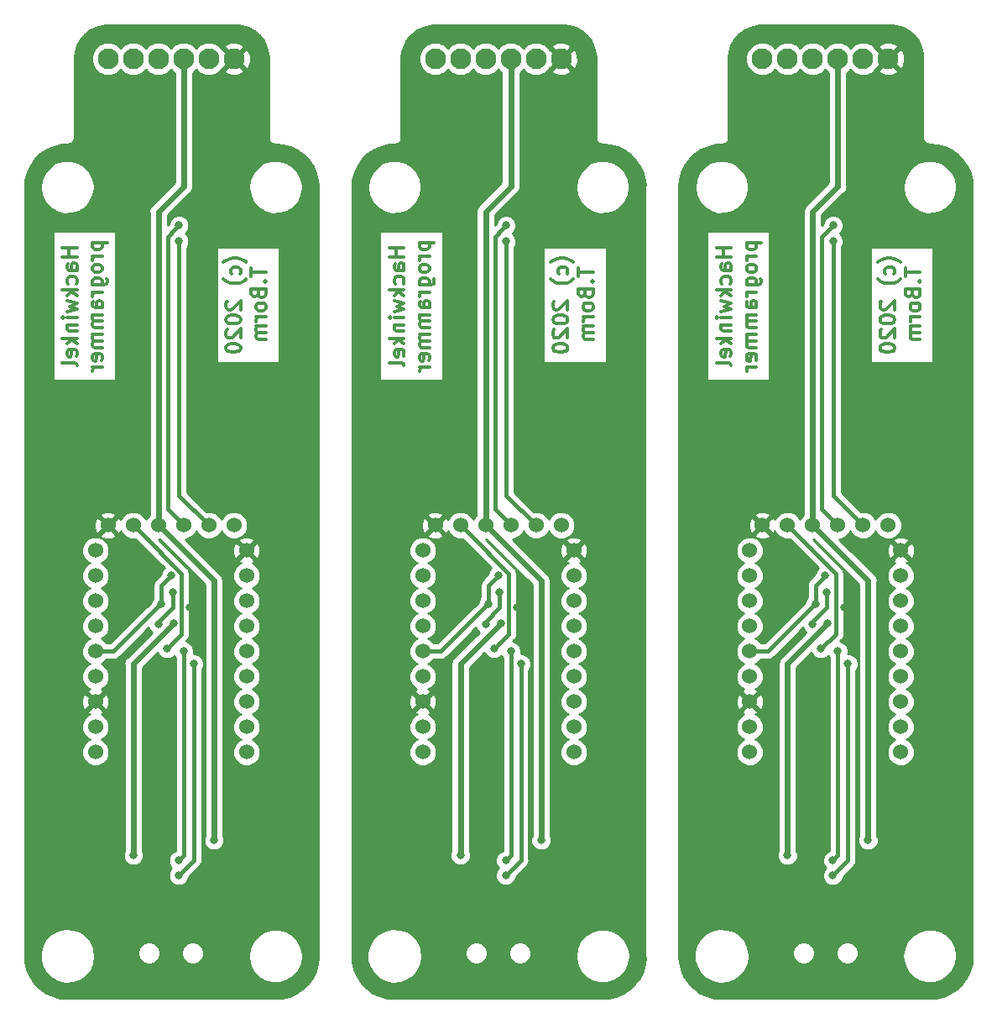
<source format=gbr>
G04 #@! TF.GenerationSoftware,KiCad,Pcbnew,5.0.2+dfsg1-1*
G04 #@! TF.CreationDate,2020-08-23T12:27:17+02:00*
G04 #@! TF.ProjectId,programmer,70726f67-7261-46d6-9d65-722e6b696361,rev?*
G04 #@! TF.SameCoordinates,Original*
G04 #@! TF.FileFunction,Copper,L2,Bot*
G04 #@! TF.FilePolarity,Positive*
%FSLAX46Y46*%
G04 Gerber Fmt 4.6, Leading zero omitted, Abs format (unit mm)*
G04 Created by KiCad (PCBNEW 5.0.2+dfsg1-1) date Sun 23 Aug 2020 12:27:17 PM CEST*
%MOMM*%
%LPD*%
G01*
G04 APERTURE LIST*
G04 #@! TA.AperFunction,NonConductor*
%ADD10C,0.300000*%
G04 #@! TD*
G04 #@! TA.AperFunction,ComponentPad*
%ADD11C,2.100000*%
G04 #@! TD*
G04 #@! TA.AperFunction,ComponentPad*
%ADD12C,1.524000*%
G04 #@! TD*
G04 #@! TA.AperFunction,ViaPad*
%ADD13C,0.800000*%
G04 #@! TD*
G04 #@! TA.AperFunction,Conductor*
%ADD14C,0.600000*%
G04 #@! TD*
G04 #@! TA.AperFunction,Conductor*
%ADD15C,0.400000*%
G04 #@! TD*
G04 #@! TA.AperFunction,Conductor*
%ADD16C,0.254000*%
G04 #@! TD*
G04 #@! TA.AperFunction,NonConductor*
%ADD17C,0.254000*%
G04 #@! TD*
G04 APERTURE END LIST*
D10*
X245045000Y-58579285D02*
X244973571Y-58507857D01*
X244759285Y-58365000D01*
X244616428Y-58293571D01*
X244402142Y-58222142D01*
X244045000Y-58150714D01*
X243759285Y-58150714D01*
X243402142Y-58222142D01*
X243187857Y-58293571D01*
X243045000Y-58365000D01*
X242830714Y-58507857D01*
X242759285Y-58579285D01*
X244402142Y-59793571D02*
X244473571Y-59650714D01*
X244473571Y-59365000D01*
X244402142Y-59222142D01*
X244330714Y-59150714D01*
X244187857Y-59079285D01*
X243759285Y-59079285D01*
X243616428Y-59150714D01*
X243545000Y-59222142D01*
X243473571Y-59365000D01*
X243473571Y-59650714D01*
X243545000Y-59793571D01*
X245045000Y-60293571D02*
X244973571Y-60365000D01*
X244759285Y-60507857D01*
X244616428Y-60579285D01*
X244402142Y-60650714D01*
X244045000Y-60722142D01*
X243759285Y-60722142D01*
X243402142Y-60650714D01*
X243187857Y-60579285D01*
X243045000Y-60507857D01*
X242830714Y-60365000D01*
X242759285Y-60293571D01*
X243116428Y-62507857D02*
X243045000Y-62579285D01*
X242973571Y-62722142D01*
X242973571Y-63079285D01*
X243045000Y-63222142D01*
X243116428Y-63293571D01*
X243259285Y-63365000D01*
X243402142Y-63365000D01*
X243616428Y-63293571D01*
X244473571Y-62436428D01*
X244473571Y-63365000D01*
X242973571Y-64293571D02*
X242973571Y-64436428D01*
X243045000Y-64579285D01*
X243116428Y-64650714D01*
X243259285Y-64722142D01*
X243545000Y-64793571D01*
X243902142Y-64793571D01*
X244187857Y-64722142D01*
X244330714Y-64650714D01*
X244402142Y-64579285D01*
X244473571Y-64436428D01*
X244473571Y-64293571D01*
X244402142Y-64150714D01*
X244330714Y-64079285D01*
X244187857Y-64007857D01*
X243902142Y-63936428D01*
X243545000Y-63936428D01*
X243259285Y-64007857D01*
X243116428Y-64079285D01*
X243045000Y-64150714D01*
X242973571Y-64293571D01*
X243116428Y-65365000D02*
X243045000Y-65436428D01*
X242973571Y-65579285D01*
X242973571Y-65936428D01*
X243045000Y-66079285D01*
X243116428Y-66150714D01*
X243259285Y-66222142D01*
X243402142Y-66222142D01*
X243616428Y-66150714D01*
X244473571Y-65293571D01*
X244473571Y-66222142D01*
X242973571Y-67150714D02*
X242973571Y-67293571D01*
X243045000Y-67436428D01*
X243116428Y-67507857D01*
X243259285Y-67579285D01*
X243545000Y-67650714D01*
X243902142Y-67650714D01*
X244187857Y-67579285D01*
X244330714Y-67507857D01*
X244402142Y-67436428D01*
X244473571Y-67293571D01*
X244473571Y-67150714D01*
X244402142Y-67007857D01*
X244330714Y-66936428D01*
X244187857Y-66865000D01*
X243902142Y-66793571D01*
X243545000Y-66793571D01*
X243259285Y-66865000D01*
X243116428Y-66936428D01*
X243045000Y-67007857D01*
X242973571Y-67150714D01*
X245523571Y-59186428D02*
X245523571Y-60043571D01*
X247023571Y-59615000D02*
X245523571Y-59615000D01*
X246880714Y-60543571D02*
X246952142Y-60615000D01*
X247023571Y-60543571D01*
X246952142Y-60472142D01*
X246880714Y-60543571D01*
X247023571Y-60543571D01*
X246237857Y-61757857D02*
X246309285Y-61972142D01*
X246380714Y-62043571D01*
X246523571Y-62115000D01*
X246737857Y-62115000D01*
X246880714Y-62043571D01*
X246952142Y-61972142D01*
X247023571Y-61829285D01*
X247023571Y-61257857D01*
X245523571Y-61257857D01*
X245523571Y-61757857D01*
X245595000Y-61900714D01*
X245666428Y-61972142D01*
X245809285Y-62043571D01*
X245952142Y-62043571D01*
X246095000Y-61972142D01*
X246166428Y-61900714D01*
X246237857Y-61757857D01*
X246237857Y-61257857D01*
X247023571Y-62972142D02*
X246952142Y-62829285D01*
X246880714Y-62757857D01*
X246737857Y-62686428D01*
X246309285Y-62686428D01*
X246166428Y-62757857D01*
X246095000Y-62829285D01*
X246023571Y-62972142D01*
X246023571Y-63186428D01*
X246095000Y-63329285D01*
X246166428Y-63400714D01*
X246309285Y-63472142D01*
X246737857Y-63472142D01*
X246880714Y-63400714D01*
X246952142Y-63329285D01*
X247023571Y-63186428D01*
X247023571Y-62972142D01*
X247023571Y-64115000D02*
X246023571Y-64115000D01*
X246309285Y-64115000D02*
X246166428Y-64186428D01*
X246095000Y-64257857D01*
X246023571Y-64400714D01*
X246023571Y-64543571D01*
X247023571Y-65043571D02*
X246023571Y-65043571D01*
X246166428Y-65043571D02*
X246095000Y-65115000D01*
X246023571Y-65257857D01*
X246023571Y-65472142D01*
X246095000Y-65615000D01*
X246237857Y-65686428D01*
X247023571Y-65686428D01*
X246237857Y-65686428D02*
X246095000Y-65757857D01*
X246023571Y-65900714D01*
X246023571Y-66115000D01*
X246095000Y-66257857D01*
X246237857Y-66329285D01*
X247023571Y-66329285D01*
X227963571Y-57170571D02*
X226463571Y-57170571D01*
X227177857Y-57170571D02*
X227177857Y-58027714D01*
X227963571Y-58027714D02*
X226463571Y-58027714D01*
X227963571Y-59384857D02*
X227177857Y-59384857D01*
X227035000Y-59313428D01*
X226963571Y-59170571D01*
X226963571Y-58884857D01*
X227035000Y-58742000D01*
X227892142Y-59384857D02*
X227963571Y-59242000D01*
X227963571Y-58884857D01*
X227892142Y-58742000D01*
X227749285Y-58670571D01*
X227606428Y-58670571D01*
X227463571Y-58742000D01*
X227392142Y-58884857D01*
X227392142Y-59242000D01*
X227320714Y-59384857D01*
X227892142Y-60742000D02*
X227963571Y-60599142D01*
X227963571Y-60313428D01*
X227892142Y-60170571D01*
X227820714Y-60099142D01*
X227677857Y-60027714D01*
X227249285Y-60027714D01*
X227106428Y-60099142D01*
X227035000Y-60170571D01*
X226963571Y-60313428D01*
X226963571Y-60599142D01*
X227035000Y-60742000D01*
X227963571Y-61384857D02*
X226463571Y-61384857D01*
X227392142Y-61527714D02*
X227963571Y-61956285D01*
X226963571Y-61956285D02*
X227535000Y-61384857D01*
X226963571Y-62456285D02*
X227963571Y-62742000D01*
X227249285Y-63027714D01*
X227963571Y-63313428D01*
X226963571Y-63599142D01*
X227963571Y-64170571D02*
X226963571Y-64170571D01*
X226463571Y-64170571D02*
X226535000Y-64099142D01*
X226606428Y-64170571D01*
X226535000Y-64242000D01*
X226463571Y-64170571D01*
X226606428Y-64170571D01*
X226963571Y-64884857D02*
X227963571Y-64884857D01*
X227106428Y-64884857D02*
X227035000Y-64956285D01*
X226963571Y-65099142D01*
X226963571Y-65313428D01*
X227035000Y-65456285D01*
X227177857Y-65527714D01*
X227963571Y-65527714D01*
X227963571Y-66242000D02*
X226463571Y-66242000D01*
X227392142Y-66384857D02*
X227963571Y-66813428D01*
X226963571Y-66813428D02*
X227535000Y-66242000D01*
X227892142Y-68027714D02*
X227963571Y-67884857D01*
X227963571Y-67599142D01*
X227892142Y-67456285D01*
X227749285Y-67384857D01*
X227177857Y-67384857D01*
X227035000Y-67456285D01*
X226963571Y-67599142D01*
X226963571Y-67884857D01*
X227035000Y-68027714D01*
X227177857Y-68099142D01*
X227320714Y-68099142D01*
X227463571Y-67384857D01*
X227963571Y-68956285D02*
X227892142Y-68813428D01*
X227749285Y-68742000D01*
X226463571Y-68742000D01*
X229513571Y-56599142D02*
X231013571Y-56599142D01*
X229585000Y-56599142D02*
X229513571Y-56742000D01*
X229513571Y-57027714D01*
X229585000Y-57170571D01*
X229656428Y-57242000D01*
X229799285Y-57313428D01*
X230227857Y-57313428D01*
X230370714Y-57242000D01*
X230442142Y-57170571D01*
X230513571Y-57027714D01*
X230513571Y-56742000D01*
X230442142Y-56599142D01*
X230513571Y-57956285D02*
X229513571Y-57956285D01*
X229799285Y-57956285D02*
X229656428Y-58027714D01*
X229585000Y-58099142D01*
X229513571Y-58242000D01*
X229513571Y-58384857D01*
X230513571Y-59099142D02*
X230442142Y-58956285D01*
X230370714Y-58884857D01*
X230227857Y-58813428D01*
X229799285Y-58813428D01*
X229656428Y-58884857D01*
X229585000Y-58956285D01*
X229513571Y-59099142D01*
X229513571Y-59313428D01*
X229585000Y-59456285D01*
X229656428Y-59527714D01*
X229799285Y-59599142D01*
X230227857Y-59599142D01*
X230370714Y-59527714D01*
X230442142Y-59456285D01*
X230513571Y-59313428D01*
X230513571Y-59099142D01*
X229513571Y-60884857D02*
X230727857Y-60884857D01*
X230870714Y-60813428D01*
X230942142Y-60742000D01*
X231013571Y-60599142D01*
X231013571Y-60384857D01*
X230942142Y-60242000D01*
X230442142Y-60884857D02*
X230513571Y-60742000D01*
X230513571Y-60456285D01*
X230442142Y-60313428D01*
X230370714Y-60242000D01*
X230227857Y-60170571D01*
X229799285Y-60170571D01*
X229656428Y-60242000D01*
X229585000Y-60313428D01*
X229513571Y-60456285D01*
X229513571Y-60742000D01*
X229585000Y-60884857D01*
X230513571Y-61599142D02*
X229513571Y-61599142D01*
X229799285Y-61599142D02*
X229656428Y-61670571D01*
X229585000Y-61742000D01*
X229513571Y-61884857D01*
X229513571Y-62027714D01*
X230513571Y-63170571D02*
X229727857Y-63170571D01*
X229585000Y-63099142D01*
X229513571Y-62956285D01*
X229513571Y-62670571D01*
X229585000Y-62527714D01*
X230442142Y-63170571D02*
X230513571Y-63027714D01*
X230513571Y-62670571D01*
X230442142Y-62527714D01*
X230299285Y-62456285D01*
X230156428Y-62456285D01*
X230013571Y-62527714D01*
X229942142Y-62670571D01*
X229942142Y-63027714D01*
X229870714Y-63170571D01*
X230513571Y-63884857D02*
X229513571Y-63884857D01*
X229656428Y-63884857D02*
X229585000Y-63956285D01*
X229513571Y-64099142D01*
X229513571Y-64313428D01*
X229585000Y-64456285D01*
X229727857Y-64527714D01*
X230513571Y-64527714D01*
X229727857Y-64527714D02*
X229585000Y-64599142D01*
X229513571Y-64742000D01*
X229513571Y-64956285D01*
X229585000Y-65099142D01*
X229727857Y-65170571D01*
X230513571Y-65170571D01*
X230513571Y-65884857D02*
X229513571Y-65884857D01*
X229656428Y-65884857D02*
X229585000Y-65956285D01*
X229513571Y-66099142D01*
X229513571Y-66313428D01*
X229585000Y-66456285D01*
X229727857Y-66527714D01*
X230513571Y-66527714D01*
X229727857Y-66527714D02*
X229585000Y-66599142D01*
X229513571Y-66742000D01*
X229513571Y-66956285D01*
X229585000Y-67099142D01*
X229727857Y-67170571D01*
X230513571Y-67170571D01*
X230442142Y-68456285D02*
X230513571Y-68313428D01*
X230513571Y-68027714D01*
X230442142Y-67884857D01*
X230299285Y-67813428D01*
X229727857Y-67813428D01*
X229585000Y-67884857D01*
X229513571Y-68027714D01*
X229513571Y-68313428D01*
X229585000Y-68456285D01*
X229727857Y-68527714D01*
X229870714Y-68527714D01*
X230013571Y-67813428D01*
X230513571Y-69170571D02*
X229513571Y-69170571D01*
X229799285Y-69170571D02*
X229656428Y-69242000D01*
X229585000Y-69313428D01*
X229513571Y-69456285D01*
X229513571Y-69599142D01*
X212045000Y-58579285D02*
X211973571Y-58507857D01*
X211759285Y-58365000D01*
X211616428Y-58293571D01*
X211402142Y-58222142D01*
X211045000Y-58150714D01*
X210759285Y-58150714D01*
X210402142Y-58222142D01*
X210187857Y-58293571D01*
X210045000Y-58365000D01*
X209830714Y-58507857D01*
X209759285Y-58579285D01*
X211402142Y-59793571D02*
X211473571Y-59650714D01*
X211473571Y-59365000D01*
X211402142Y-59222142D01*
X211330714Y-59150714D01*
X211187857Y-59079285D01*
X210759285Y-59079285D01*
X210616428Y-59150714D01*
X210545000Y-59222142D01*
X210473571Y-59365000D01*
X210473571Y-59650714D01*
X210545000Y-59793571D01*
X212045000Y-60293571D02*
X211973571Y-60365000D01*
X211759285Y-60507857D01*
X211616428Y-60579285D01*
X211402142Y-60650714D01*
X211045000Y-60722142D01*
X210759285Y-60722142D01*
X210402142Y-60650714D01*
X210187857Y-60579285D01*
X210045000Y-60507857D01*
X209830714Y-60365000D01*
X209759285Y-60293571D01*
X210116428Y-62507857D02*
X210045000Y-62579285D01*
X209973571Y-62722142D01*
X209973571Y-63079285D01*
X210045000Y-63222142D01*
X210116428Y-63293571D01*
X210259285Y-63365000D01*
X210402142Y-63365000D01*
X210616428Y-63293571D01*
X211473571Y-62436428D01*
X211473571Y-63365000D01*
X209973571Y-64293571D02*
X209973571Y-64436428D01*
X210045000Y-64579285D01*
X210116428Y-64650714D01*
X210259285Y-64722142D01*
X210545000Y-64793571D01*
X210902142Y-64793571D01*
X211187857Y-64722142D01*
X211330714Y-64650714D01*
X211402142Y-64579285D01*
X211473571Y-64436428D01*
X211473571Y-64293571D01*
X211402142Y-64150714D01*
X211330714Y-64079285D01*
X211187857Y-64007857D01*
X210902142Y-63936428D01*
X210545000Y-63936428D01*
X210259285Y-64007857D01*
X210116428Y-64079285D01*
X210045000Y-64150714D01*
X209973571Y-64293571D01*
X210116428Y-65365000D02*
X210045000Y-65436428D01*
X209973571Y-65579285D01*
X209973571Y-65936428D01*
X210045000Y-66079285D01*
X210116428Y-66150714D01*
X210259285Y-66222142D01*
X210402142Y-66222142D01*
X210616428Y-66150714D01*
X211473571Y-65293571D01*
X211473571Y-66222142D01*
X209973571Y-67150714D02*
X209973571Y-67293571D01*
X210045000Y-67436428D01*
X210116428Y-67507857D01*
X210259285Y-67579285D01*
X210545000Y-67650714D01*
X210902142Y-67650714D01*
X211187857Y-67579285D01*
X211330714Y-67507857D01*
X211402142Y-67436428D01*
X211473571Y-67293571D01*
X211473571Y-67150714D01*
X211402142Y-67007857D01*
X211330714Y-66936428D01*
X211187857Y-66865000D01*
X210902142Y-66793571D01*
X210545000Y-66793571D01*
X210259285Y-66865000D01*
X210116428Y-66936428D01*
X210045000Y-67007857D01*
X209973571Y-67150714D01*
X212523571Y-59186428D02*
X212523571Y-60043571D01*
X214023571Y-59615000D02*
X212523571Y-59615000D01*
X213880714Y-60543571D02*
X213952142Y-60615000D01*
X214023571Y-60543571D01*
X213952142Y-60472142D01*
X213880714Y-60543571D01*
X214023571Y-60543571D01*
X213237857Y-61757857D02*
X213309285Y-61972142D01*
X213380714Y-62043571D01*
X213523571Y-62115000D01*
X213737857Y-62115000D01*
X213880714Y-62043571D01*
X213952142Y-61972142D01*
X214023571Y-61829285D01*
X214023571Y-61257857D01*
X212523571Y-61257857D01*
X212523571Y-61757857D01*
X212595000Y-61900714D01*
X212666428Y-61972142D01*
X212809285Y-62043571D01*
X212952142Y-62043571D01*
X213095000Y-61972142D01*
X213166428Y-61900714D01*
X213237857Y-61757857D01*
X213237857Y-61257857D01*
X214023571Y-62972142D02*
X213952142Y-62829285D01*
X213880714Y-62757857D01*
X213737857Y-62686428D01*
X213309285Y-62686428D01*
X213166428Y-62757857D01*
X213095000Y-62829285D01*
X213023571Y-62972142D01*
X213023571Y-63186428D01*
X213095000Y-63329285D01*
X213166428Y-63400714D01*
X213309285Y-63472142D01*
X213737857Y-63472142D01*
X213880714Y-63400714D01*
X213952142Y-63329285D01*
X214023571Y-63186428D01*
X214023571Y-62972142D01*
X214023571Y-64115000D02*
X213023571Y-64115000D01*
X213309285Y-64115000D02*
X213166428Y-64186428D01*
X213095000Y-64257857D01*
X213023571Y-64400714D01*
X213023571Y-64543571D01*
X214023571Y-65043571D02*
X213023571Y-65043571D01*
X213166428Y-65043571D02*
X213095000Y-65115000D01*
X213023571Y-65257857D01*
X213023571Y-65472142D01*
X213095000Y-65615000D01*
X213237857Y-65686428D01*
X214023571Y-65686428D01*
X213237857Y-65686428D02*
X213095000Y-65757857D01*
X213023571Y-65900714D01*
X213023571Y-66115000D01*
X213095000Y-66257857D01*
X213237857Y-66329285D01*
X214023571Y-66329285D01*
X194963571Y-57170571D02*
X193463571Y-57170571D01*
X194177857Y-57170571D02*
X194177857Y-58027714D01*
X194963571Y-58027714D02*
X193463571Y-58027714D01*
X194963571Y-59384857D02*
X194177857Y-59384857D01*
X194035000Y-59313428D01*
X193963571Y-59170571D01*
X193963571Y-58884857D01*
X194035000Y-58742000D01*
X194892142Y-59384857D02*
X194963571Y-59242000D01*
X194963571Y-58884857D01*
X194892142Y-58742000D01*
X194749285Y-58670571D01*
X194606428Y-58670571D01*
X194463571Y-58742000D01*
X194392142Y-58884857D01*
X194392142Y-59242000D01*
X194320714Y-59384857D01*
X194892142Y-60742000D02*
X194963571Y-60599142D01*
X194963571Y-60313428D01*
X194892142Y-60170571D01*
X194820714Y-60099142D01*
X194677857Y-60027714D01*
X194249285Y-60027714D01*
X194106428Y-60099142D01*
X194035000Y-60170571D01*
X193963571Y-60313428D01*
X193963571Y-60599142D01*
X194035000Y-60742000D01*
X194963571Y-61384857D02*
X193463571Y-61384857D01*
X194392142Y-61527714D02*
X194963571Y-61956285D01*
X193963571Y-61956285D02*
X194535000Y-61384857D01*
X193963571Y-62456285D02*
X194963571Y-62742000D01*
X194249285Y-63027714D01*
X194963571Y-63313428D01*
X193963571Y-63599142D01*
X194963571Y-64170571D02*
X193963571Y-64170571D01*
X193463571Y-64170571D02*
X193535000Y-64099142D01*
X193606428Y-64170571D01*
X193535000Y-64242000D01*
X193463571Y-64170571D01*
X193606428Y-64170571D01*
X193963571Y-64884857D02*
X194963571Y-64884857D01*
X194106428Y-64884857D02*
X194035000Y-64956285D01*
X193963571Y-65099142D01*
X193963571Y-65313428D01*
X194035000Y-65456285D01*
X194177857Y-65527714D01*
X194963571Y-65527714D01*
X194963571Y-66242000D02*
X193463571Y-66242000D01*
X194392142Y-66384857D02*
X194963571Y-66813428D01*
X193963571Y-66813428D02*
X194535000Y-66242000D01*
X194892142Y-68027714D02*
X194963571Y-67884857D01*
X194963571Y-67599142D01*
X194892142Y-67456285D01*
X194749285Y-67384857D01*
X194177857Y-67384857D01*
X194035000Y-67456285D01*
X193963571Y-67599142D01*
X193963571Y-67884857D01*
X194035000Y-68027714D01*
X194177857Y-68099142D01*
X194320714Y-68099142D01*
X194463571Y-67384857D01*
X194963571Y-68956285D02*
X194892142Y-68813428D01*
X194749285Y-68742000D01*
X193463571Y-68742000D01*
X196513571Y-56599142D02*
X198013571Y-56599142D01*
X196585000Y-56599142D02*
X196513571Y-56742000D01*
X196513571Y-57027714D01*
X196585000Y-57170571D01*
X196656428Y-57242000D01*
X196799285Y-57313428D01*
X197227857Y-57313428D01*
X197370714Y-57242000D01*
X197442142Y-57170571D01*
X197513571Y-57027714D01*
X197513571Y-56742000D01*
X197442142Y-56599142D01*
X197513571Y-57956285D02*
X196513571Y-57956285D01*
X196799285Y-57956285D02*
X196656428Y-58027714D01*
X196585000Y-58099142D01*
X196513571Y-58242000D01*
X196513571Y-58384857D01*
X197513571Y-59099142D02*
X197442142Y-58956285D01*
X197370714Y-58884857D01*
X197227857Y-58813428D01*
X196799285Y-58813428D01*
X196656428Y-58884857D01*
X196585000Y-58956285D01*
X196513571Y-59099142D01*
X196513571Y-59313428D01*
X196585000Y-59456285D01*
X196656428Y-59527714D01*
X196799285Y-59599142D01*
X197227857Y-59599142D01*
X197370714Y-59527714D01*
X197442142Y-59456285D01*
X197513571Y-59313428D01*
X197513571Y-59099142D01*
X196513571Y-60884857D02*
X197727857Y-60884857D01*
X197870714Y-60813428D01*
X197942142Y-60742000D01*
X198013571Y-60599142D01*
X198013571Y-60384857D01*
X197942142Y-60242000D01*
X197442142Y-60884857D02*
X197513571Y-60742000D01*
X197513571Y-60456285D01*
X197442142Y-60313428D01*
X197370714Y-60242000D01*
X197227857Y-60170571D01*
X196799285Y-60170571D01*
X196656428Y-60242000D01*
X196585000Y-60313428D01*
X196513571Y-60456285D01*
X196513571Y-60742000D01*
X196585000Y-60884857D01*
X197513571Y-61599142D02*
X196513571Y-61599142D01*
X196799285Y-61599142D02*
X196656428Y-61670571D01*
X196585000Y-61742000D01*
X196513571Y-61884857D01*
X196513571Y-62027714D01*
X197513571Y-63170571D02*
X196727857Y-63170571D01*
X196585000Y-63099142D01*
X196513571Y-62956285D01*
X196513571Y-62670571D01*
X196585000Y-62527714D01*
X197442142Y-63170571D02*
X197513571Y-63027714D01*
X197513571Y-62670571D01*
X197442142Y-62527714D01*
X197299285Y-62456285D01*
X197156428Y-62456285D01*
X197013571Y-62527714D01*
X196942142Y-62670571D01*
X196942142Y-63027714D01*
X196870714Y-63170571D01*
X197513571Y-63884857D02*
X196513571Y-63884857D01*
X196656428Y-63884857D02*
X196585000Y-63956285D01*
X196513571Y-64099142D01*
X196513571Y-64313428D01*
X196585000Y-64456285D01*
X196727857Y-64527714D01*
X197513571Y-64527714D01*
X196727857Y-64527714D02*
X196585000Y-64599142D01*
X196513571Y-64742000D01*
X196513571Y-64956285D01*
X196585000Y-65099142D01*
X196727857Y-65170571D01*
X197513571Y-65170571D01*
X197513571Y-65884857D02*
X196513571Y-65884857D01*
X196656428Y-65884857D02*
X196585000Y-65956285D01*
X196513571Y-66099142D01*
X196513571Y-66313428D01*
X196585000Y-66456285D01*
X196727857Y-66527714D01*
X197513571Y-66527714D01*
X196727857Y-66527714D02*
X196585000Y-66599142D01*
X196513571Y-66742000D01*
X196513571Y-66956285D01*
X196585000Y-67099142D01*
X196727857Y-67170571D01*
X197513571Y-67170571D01*
X197442142Y-68456285D02*
X197513571Y-68313428D01*
X197513571Y-68027714D01*
X197442142Y-67884857D01*
X197299285Y-67813428D01*
X196727857Y-67813428D01*
X196585000Y-67884857D01*
X196513571Y-68027714D01*
X196513571Y-68313428D01*
X196585000Y-68456285D01*
X196727857Y-68527714D01*
X196870714Y-68527714D01*
X197013571Y-67813428D01*
X197513571Y-69170571D02*
X196513571Y-69170571D01*
X196799285Y-69170571D02*
X196656428Y-69242000D01*
X196585000Y-69313428D01*
X196513571Y-69456285D01*
X196513571Y-69599142D01*
X179045000Y-58579285D02*
X178973571Y-58507857D01*
X178759285Y-58365000D01*
X178616428Y-58293571D01*
X178402142Y-58222142D01*
X178045000Y-58150714D01*
X177759285Y-58150714D01*
X177402142Y-58222142D01*
X177187857Y-58293571D01*
X177045000Y-58365000D01*
X176830714Y-58507857D01*
X176759285Y-58579285D01*
X178402142Y-59793571D02*
X178473571Y-59650714D01*
X178473571Y-59365000D01*
X178402142Y-59222142D01*
X178330714Y-59150714D01*
X178187857Y-59079285D01*
X177759285Y-59079285D01*
X177616428Y-59150714D01*
X177545000Y-59222142D01*
X177473571Y-59365000D01*
X177473571Y-59650714D01*
X177545000Y-59793571D01*
X179045000Y-60293571D02*
X178973571Y-60365000D01*
X178759285Y-60507857D01*
X178616428Y-60579285D01*
X178402142Y-60650714D01*
X178045000Y-60722142D01*
X177759285Y-60722142D01*
X177402142Y-60650714D01*
X177187857Y-60579285D01*
X177045000Y-60507857D01*
X176830714Y-60365000D01*
X176759285Y-60293571D01*
X177116428Y-62507857D02*
X177045000Y-62579285D01*
X176973571Y-62722142D01*
X176973571Y-63079285D01*
X177045000Y-63222142D01*
X177116428Y-63293571D01*
X177259285Y-63365000D01*
X177402142Y-63365000D01*
X177616428Y-63293571D01*
X178473571Y-62436428D01*
X178473571Y-63365000D01*
X176973571Y-64293571D02*
X176973571Y-64436428D01*
X177045000Y-64579285D01*
X177116428Y-64650714D01*
X177259285Y-64722142D01*
X177545000Y-64793571D01*
X177902142Y-64793571D01*
X178187857Y-64722142D01*
X178330714Y-64650714D01*
X178402142Y-64579285D01*
X178473571Y-64436428D01*
X178473571Y-64293571D01*
X178402142Y-64150714D01*
X178330714Y-64079285D01*
X178187857Y-64007857D01*
X177902142Y-63936428D01*
X177545000Y-63936428D01*
X177259285Y-64007857D01*
X177116428Y-64079285D01*
X177045000Y-64150714D01*
X176973571Y-64293571D01*
X177116428Y-65365000D02*
X177045000Y-65436428D01*
X176973571Y-65579285D01*
X176973571Y-65936428D01*
X177045000Y-66079285D01*
X177116428Y-66150714D01*
X177259285Y-66222142D01*
X177402142Y-66222142D01*
X177616428Y-66150714D01*
X178473571Y-65293571D01*
X178473571Y-66222142D01*
X176973571Y-67150714D02*
X176973571Y-67293571D01*
X177045000Y-67436428D01*
X177116428Y-67507857D01*
X177259285Y-67579285D01*
X177545000Y-67650714D01*
X177902142Y-67650714D01*
X178187857Y-67579285D01*
X178330714Y-67507857D01*
X178402142Y-67436428D01*
X178473571Y-67293571D01*
X178473571Y-67150714D01*
X178402142Y-67007857D01*
X178330714Y-66936428D01*
X178187857Y-66865000D01*
X177902142Y-66793571D01*
X177545000Y-66793571D01*
X177259285Y-66865000D01*
X177116428Y-66936428D01*
X177045000Y-67007857D01*
X176973571Y-67150714D01*
X179523571Y-59186428D02*
X179523571Y-60043571D01*
X181023571Y-59615000D02*
X179523571Y-59615000D01*
X180880714Y-60543571D02*
X180952142Y-60615000D01*
X181023571Y-60543571D01*
X180952142Y-60472142D01*
X180880714Y-60543571D01*
X181023571Y-60543571D01*
X180237857Y-61757857D02*
X180309285Y-61972142D01*
X180380714Y-62043571D01*
X180523571Y-62115000D01*
X180737857Y-62115000D01*
X180880714Y-62043571D01*
X180952142Y-61972142D01*
X181023571Y-61829285D01*
X181023571Y-61257857D01*
X179523571Y-61257857D01*
X179523571Y-61757857D01*
X179595000Y-61900714D01*
X179666428Y-61972142D01*
X179809285Y-62043571D01*
X179952142Y-62043571D01*
X180095000Y-61972142D01*
X180166428Y-61900714D01*
X180237857Y-61757857D01*
X180237857Y-61257857D01*
X181023571Y-62972142D02*
X180952142Y-62829285D01*
X180880714Y-62757857D01*
X180737857Y-62686428D01*
X180309285Y-62686428D01*
X180166428Y-62757857D01*
X180095000Y-62829285D01*
X180023571Y-62972142D01*
X180023571Y-63186428D01*
X180095000Y-63329285D01*
X180166428Y-63400714D01*
X180309285Y-63472142D01*
X180737857Y-63472142D01*
X180880714Y-63400714D01*
X180952142Y-63329285D01*
X181023571Y-63186428D01*
X181023571Y-62972142D01*
X181023571Y-64115000D02*
X180023571Y-64115000D01*
X180309285Y-64115000D02*
X180166428Y-64186428D01*
X180095000Y-64257857D01*
X180023571Y-64400714D01*
X180023571Y-64543571D01*
X181023571Y-65043571D02*
X180023571Y-65043571D01*
X180166428Y-65043571D02*
X180095000Y-65115000D01*
X180023571Y-65257857D01*
X180023571Y-65472142D01*
X180095000Y-65615000D01*
X180237857Y-65686428D01*
X181023571Y-65686428D01*
X180237857Y-65686428D02*
X180095000Y-65757857D01*
X180023571Y-65900714D01*
X180023571Y-66115000D01*
X180095000Y-66257857D01*
X180237857Y-66329285D01*
X181023571Y-66329285D01*
X161963571Y-57170571D02*
X160463571Y-57170571D01*
X161177857Y-57170571D02*
X161177857Y-58027714D01*
X161963571Y-58027714D02*
X160463571Y-58027714D01*
X161963571Y-59384857D02*
X161177857Y-59384857D01*
X161035000Y-59313428D01*
X160963571Y-59170571D01*
X160963571Y-58884857D01*
X161035000Y-58742000D01*
X161892142Y-59384857D02*
X161963571Y-59242000D01*
X161963571Y-58884857D01*
X161892142Y-58742000D01*
X161749285Y-58670571D01*
X161606428Y-58670571D01*
X161463571Y-58742000D01*
X161392142Y-58884857D01*
X161392142Y-59242000D01*
X161320714Y-59384857D01*
X161892142Y-60742000D02*
X161963571Y-60599142D01*
X161963571Y-60313428D01*
X161892142Y-60170571D01*
X161820714Y-60099142D01*
X161677857Y-60027714D01*
X161249285Y-60027714D01*
X161106428Y-60099142D01*
X161035000Y-60170571D01*
X160963571Y-60313428D01*
X160963571Y-60599142D01*
X161035000Y-60742000D01*
X161963571Y-61384857D02*
X160463571Y-61384857D01*
X161392142Y-61527714D02*
X161963571Y-61956285D01*
X160963571Y-61956285D02*
X161535000Y-61384857D01*
X160963571Y-62456285D02*
X161963571Y-62742000D01*
X161249285Y-63027714D01*
X161963571Y-63313428D01*
X160963571Y-63599142D01*
X161963571Y-64170571D02*
X160963571Y-64170571D01*
X160463571Y-64170571D02*
X160535000Y-64099142D01*
X160606428Y-64170571D01*
X160535000Y-64242000D01*
X160463571Y-64170571D01*
X160606428Y-64170571D01*
X160963571Y-64884857D02*
X161963571Y-64884857D01*
X161106428Y-64884857D02*
X161035000Y-64956285D01*
X160963571Y-65099142D01*
X160963571Y-65313428D01*
X161035000Y-65456285D01*
X161177857Y-65527714D01*
X161963571Y-65527714D01*
X161963571Y-66242000D02*
X160463571Y-66242000D01*
X161392142Y-66384857D02*
X161963571Y-66813428D01*
X160963571Y-66813428D02*
X161535000Y-66242000D01*
X161892142Y-68027714D02*
X161963571Y-67884857D01*
X161963571Y-67599142D01*
X161892142Y-67456285D01*
X161749285Y-67384857D01*
X161177857Y-67384857D01*
X161035000Y-67456285D01*
X160963571Y-67599142D01*
X160963571Y-67884857D01*
X161035000Y-68027714D01*
X161177857Y-68099142D01*
X161320714Y-68099142D01*
X161463571Y-67384857D01*
X161963571Y-68956285D02*
X161892142Y-68813428D01*
X161749285Y-68742000D01*
X160463571Y-68742000D01*
X163513571Y-56599142D02*
X165013571Y-56599142D01*
X163585000Y-56599142D02*
X163513571Y-56742000D01*
X163513571Y-57027714D01*
X163585000Y-57170571D01*
X163656428Y-57242000D01*
X163799285Y-57313428D01*
X164227857Y-57313428D01*
X164370714Y-57242000D01*
X164442142Y-57170571D01*
X164513571Y-57027714D01*
X164513571Y-56742000D01*
X164442142Y-56599142D01*
X164513571Y-57956285D02*
X163513571Y-57956285D01*
X163799285Y-57956285D02*
X163656428Y-58027714D01*
X163585000Y-58099142D01*
X163513571Y-58242000D01*
X163513571Y-58384857D01*
X164513571Y-59099142D02*
X164442142Y-58956285D01*
X164370714Y-58884857D01*
X164227857Y-58813428D01*
X163799285Y-58813428D01*
X163656428Y-58884857D01*
X163585000Y-58956285D01*
X163513571Y-59099142D01*
X163513571Y-59313428D01*
X163585000Y-59456285D01*
X163656428Y-59527714D01*
X163799285Y-59599142D01*
X164227857Y-59599142D01*
X164370714Y-59527714D01*
X164442142Y-59456285D01*
X164513571Y-59313428D01*
X164513571Y-59099142D01*
X163513571Y-60884857D02*
X164727857Y-60884857D01*
X164870714Y-60813428D01*
X164942142Y-60742000D01*
X165013571Y-60599142D01*
X165013571Y-60384857D01*
X164942142Y-60242000D01*
X164442142Y-60884857D02*
X164513571Y-60742000D01*
X164513571Y-60456285D01*
X164442142Y-60313428D01*
X164370714Y-60242000D01*
X164227857Y-60170571D01*
X163799285Y-60170571D01*
X163656428Y-60242000D01*
X163585000Y-60313428D01*
X163513571Y-60456285D01*
X163513571Y-60742000D01*
X163585000Y-60884857D01*
X164513571Y-61599142D02*
X163513571Y-61599142D01*
X163799285Y-61599142D02*
X163656428Y-61670571D01*
X163585000Y-61742000D01*
X163513571Y-61884857D01*
X163513571Y-62027714D01*
X164513571Y-63170571D02*
X163727857Y-63170571D01*
X163585000Y-63099142D01*
X163513571Y-62956285D01*
X163513571Y-62670571D01*
X163585000Y-62527714D01*
X164442142Y-63170571D02*
X164513571Y-63027714D01*
X164513571Y-62670571D01*
X164442142Y-62527714D01*
X164299285Y-62456285D01*
X164156428Y-62456285D01*
X164013571Y-62527714D01*
X163942142Y-62670571D01*
X163942142Y-63027714D01*
X163870714Y-63170571D01*
X164513571Y-63884857D02*
X163513571Y-63884857D01*
X163656428Y-63884857D02*
X163585000Y-63956285D01*
X163513571Y-64099142D01*
X163513571Y-64313428D01*
X163585000Y-64456285D01*
X163727857Y-64527714D01*
X164513571Y-64527714D01*
X163727857Y-64527714D02*
X163585000Y-64599142D01*
X163513571Y-64742000D01*
X163513571Y-64956285D01*
X163585000Y-65099142D01*
X163727857Y-65170571D01*
X164513571Y-65170571D01*
X164513571Y-65884857D02*
X163513571Y-65884857D01*
X163656428Y-65884857D02*
X163585000Y-65956285D01*
X163513571Y-66099142D01*
X163513571Y-66313428D01*
X163585000Y-66456285D01*
X163727857Y-66527714D01*
X164513571Y-66527714D01*
X163727857Y-66527714D02*
X163585000Y-66599142D01*
X163513571Y-66742000D01*
X163513571Y-66956285D01*
X163585000Y-67099142D01*
X163727857Y-67170571D01*
X164513571Y-67170571D01*
X164442142Y-68456285D02*
X164513571Y-68313428D01*
X164513571Y-68027714D01*
X164442142Y-67884857D01*
X164299285Y-67813428D01*
X163727857Y-67813428D01*
X163585000Y-67884857D01*
X163513571Y-68027714D01*
X163513571Y-68313428D01*
X163585000Y-68456285D01*
X163727857Y-68527714D01*
X163870714Y-68527714D01*
X164013571Y-67813428D01*
X164513571Y-69170571D02*
X163513571Y-69170571D01*
X163799285Y-69170571D02*
X163656428Y-69242000D01*
X163585000Y-69313428D01*
X163513571Y-69456285D01*
X163513571Y-69599142D01*
D11*
G04 #@! TO.P,U3,1*
G04 #@! TO.N,N/C*
X243800000Y-38100000D03*
G04 #@! TO.P,U3,2*
X241260000Y-38100000D03*
G04 #@! TO.P,U3,3*
X238720000Y-38100000D03*
G04 #@! TO.P,U3,4*
X236180000Y-38100000D03*
G04 #@! TO.P,U3,5*
X233640000Y-38100000D03*
G04 #@! TO.P,U3,6*
X231100000Y-38100000D03*
G04 #@! TD*
D12*
G04 #@! TO.P,U6,1*
G04 #@! TO.N,N/C*
X229830000Y-87630000D03*
G04 #@! TO.P,U6,2*
X229830000Y-90170000D03*
G04 #@! TO.P,U6,3*
X229830000Y-92710000D03*
G04 #@! TO.P,U6,4*
X229830000Y-95250000D03*
G04 #@! TO.P,U6,5*
X229830000Y-97790000D03*
G04 #@! TO.P,U6,6*
X229830000Y-100330000D03*
G04 #@! TO.P,U6,7*
X229830000Y-102870000D03*
G04 #@! TO.P,U6,8*
X229830000Y-105410000D03*
G04 #@! TO.P,U6,9*
X229830000Y-107950000D03*
G04 #@! TO.P,U6,10*
X245070000Y-107950000D03*
G04 #@! TO.P,U6,11*
X245070000Y-105410000D03*
G04 #@! TO.P,U6,12*
X245070000Y-102870000D03*
G04 #@! TO.P,U6,13*
X245070000Y-100330000D03*
G04 #@! TO.P,U6,14*
X245070000Y-97790000D03*
G04 #@! TO.P,U6,15*
X245070000Y-95250000D03*
G04 #@! TO.P,U6,16*
X245070000Y-92710000D03*
G04 #@! TO.P,U6,17*
X245070000Y-90170000D03*
G04 #@! TO.P,U6,18*
X245070000Y-87630000D03*
G04 #@! TO.P,U6,19*
X243800000Y-85090000D03*
G04 #@! TO.P,U6,20*
X241260000Y-85090000D03*
G04 #@! TO.P,U6,21*
X238720000Y-85090000D03*
G04 #@! TO.P,U6,22*
X236180000Y-85090000D03*
G04 #@! TO.P,U6,23*
X233640000Y-85090000D03*
G04 #@! TO.P,U6,24*
X231100000Y-85090000D03*
G04 #@! TD*
D11*
G04 #@! TO.P,U3,1*
G04 #@! TO.N,N/C*
X210800000Y-38100000D03*
G04 #@! TO.P,U3,2*
X208260000Y-38100000D03*
G04 #@! TO.P,U3,3*
X205720000Y-38100000D03*
G04 #@! TO.P,U3,4*
X203180000Y-38100000D03*
G04 #@! TO.P,U3,5*
X200640000Y-38100000D03*
G04 #@! TO.P,U3,6*
X198100000Y-38100000D03*
G04 #@! TD*
D12*
G04 #@! TO.P,U6,1*
G04 #@! TO.N,N/C*
X196830000Y-87630000D03*
G04 #@! TO.P,U6,2*
X196830000Y-90170000D03*
G04 #@! TO.P,U6,3*
X196830000Y-92710000D03*
G04 #@! TO.P,U6,4*
X196830000Y-95250000D03*
G04 #@! TO.P,U6,5*
X196830000Y-97790000D03*
G04 #@! TO.P,U6,6*
X196830000Y-100330000D03*
G04 #@! TO.P,U6,7*
X196830000Y-102870000D03*
G04 #@! TO.P,U6,8*
X196830000Y-105410000D03*
G04 #@! TO.P,U6,9*
X196830000Y-107950000D03*
G04 #@! TO.P,U6,10*
X212070000Y-107950000D03*
G04 #@! TO.P,U6,11*
X212070000Y-105410000D03*
G04 #@! TO.P,U6,12*
X212070000Y-102870000D03*
G04 #@! TO.P,U6,13*
X212070000Y-100330000D03*
G04 #@! TO.P,U6,14*
X212070000Y-97790000D03*
G04 #@! TO.P,U6,15*
X212070000Y-95250000D03*
G04 #@! TO.P,U6,16*
X212070000Y-92710000D03*
G04 #@! TO.P,U6,17*
X212070000Y-90170000D03*
G04 #@! TO.P,U6,18*
X212070000Y-87630000D03*
G04 #@! TO.P,U6,19*
X210800000Y-85090000D03*
G04 #@! TO.P,U6,20*
X208260000Y-85090000D03*
G04 #@! TO.P,U6,21*
X205720000Y-85090000D03*
G04 #@! TO.P,U6,22*
X203180000Y-85090000D03*
G04 #@! TO.P,U6,23*
X200640000Y-85090000D03*
G04 #@! TO.P,U6,24*
X198100000Y-85090000D03*
G04 #@! TD*
G04 #@! TO.P,U6,24*
G04 #@! TO.N,GND*
X165100000Y-85090000D03*
G04 #@! TO.P,U6,23*
G04 #@! TO.N,Net-(U1-Pad11)*
X167640000Y-85090000D03*
G04 #@! TO.P,U6,22*
G04 #@! TO.N,Net-(C6-Pad1)*
X170180000Y-85090000D03*
G04 #@! TO.P,U6,21*
G04 #@! TO.N,Net-(U1-Pad1)*
X172720000Y-85090000D03*
G04 #@! TO.P,U6,20*
G04 #@! TO.N,Net-(U1-Pad5)*
X175260000Y-85090000D03*
G04 #@! TO.P,U6,19*
G04 #@! TO.N,Net-(Q2-Pad2)*
X177800000Y-85090000D03*
G04 #@! TO.P,U6,18*
G04 #@! TO.N,GND*
X179070000Y-87630000D03*
G04 #@! TO.P,U6,17*
G04 #@! TO.N,Net-(R4-Pad2)*
X179070000Y-90170000D03*
G04 #@! TO.P,U6,16*
G04 #@! TO.N,Net-(R5-Pad2)*
X179070000Y-92710000D03*
G04 #@! TO.P,U6,15*
G04 #@! TO.N,+5V*
X179070000Y-95250000D03*
G04 #@! TO.P,U6,14*
G04 #@! TO.N,+3V3*
X179070000Y-97790000D03*
G04 #@! TO.P,U6,13*
G04 #@! TO.N,Net-(U1-Pad11)*
X179070000Y-100330000D03*
G04 #@! TO.P,U6,12*
G04 #@! TO.N,Net-(U1-Pad12)*
X179070000Y-102870000D03*
G04 #@! TO.P,U6,11*
G04 #@! TO.N,Net-(U1-Pad13)*
X179070000Y-105410000D03*
G04 #@! TO.P,U6,10*
G04 #@! TO.N,Net-(R3-Pad2)*
X179070000Y-107950000D03*
G04 #@! TO.P,U6,9*
G04 #@! TO.N,Net-(U1-Pad10)*
X163830000Y-107950000D03*
G04 #@! TO.P,U6,8*
G04 #@! TO.N,Net-(U1-Pad9)*
X163830000Y-105410000D03*
G04 #@! TO.P,U6,7*
G04 #@! TO.N,GND*
X163830000Y-102870000D03*
G04 #@! TO.P,U6,6*
G04 #@! TO.N,Net-(U1-Pad6)*
X163830000Y-100330000D03*
G04 #@! TO.P,U6,5*
G04 #@! TO.N,Net-(U1-Pad5)*
X163830000Y-97790000D03*
G04 #@! TO.P,U6,4*
G04 #@! TO.N,+3V3*
X163830000Y-95250000D03*
G04 #@! TO.P,U6,3*
G04 #@! TO.N,Net-(Q1-Pad2)*
X163830000Y-92710000D03*
G04 #@! TO.P,U6,2*
G04 #@! TO.N,Net-(Q2-Pad2)*
X163830000Y-90170000D03*
G04 #@! TO.P,U6,1*
G04 #@! TO.N,Net-(U1-Pad1)*
X163830000Y-87630000D03*
G04 #@! TD*
D11*
G04 #@! TO.P,U3,6*
G04 #@! TO.N,Net-(Q1-Pad3)*
X165100000Y-38100000D03*
G04 #@! TO.P,U3,5*
G04 #@! TO.N,Net-(U1-Pad5)*
X167640000Y-38100000D03*
G04 #@! TO.P,U3,4*
G04 #@! TO.N,Net-(U1-Pad1)*
X170180000Y-38100000D03*
G04 #@! TO.P,U3,3*
G04 #@! TO.N,Net-(C6-Pad1)*
X172720000Y-38100000D03*
G04 #@! TO.P,U3,2*
G04 #@! TO.N,Net-(Q2-Pad3)*
X175260000Y-38100000D03*
G04 #@! TO.P,U3,1*
G04 #@! TO.N,GND*
X177800000Y-38100000D03*
G04 #@! TD*
D13*
G04 #@! TO.N,*
X210800000Y-115570000D03*
X198735000Y-104775000D03*
X210165000Y-104140000D03*
X210165000Y-101600000D03*
X210800000Y-99060000D03*
X202545000Y-102870000D03*
X196830000Y-71755000D03*
X206990000Y-96520000D03*
X210800000Y-96520000D03*
X206355000Y-93345000D03*
X200640000Y-88900000D03*
X209530000Y-88265000D03*
X208260000Y-74930000D03*
X196830000Y-74930000D03*
X208776000Y-116840000D03*
X205250010Y-54864000D03*
X205250010Y-56464011D03*
X204450000Y-90170000D03*
X203460003Y-92989997D03*
X203180000Y-95090010D03*
X204615010Y-91826590D03*
X204027996Y-97536000D03*
X204704000Y-94996000D03*
X200640000Y-118363998D03*
X205212000Y-118872000D03*
X205720000Y-97790006D03*
X206735988Y-99060000D03*
X205212000Y-120396000D03*
X243800000Y-115570000D03*
X231735000Y-104775000D03*
X243165000Y-104140000D03*
X243165000Y-101600000D03*
X243800000Y-99060000D03*
X235545000Y-102870000D03*
X229830000Y-71755000D03*
X239990000Y-96520000D03*
X243800000Y-96520000D03*
X239355000Y-93345000D03*
X233640000Y-88900000D03*
X242530000Y-88265000D03*
X241260000Y-74930000D03*
X229830000Y-74930000D03*
X241776000Y-116840000D03*
X238250010Y-54864000D03*
X238250010Y-56464011D03*
X237450000Y-90170000D03*
X236460003Y-92989997D03*
X236180000Y-95090010D03*
X237615010Y-91826590D03*
X237027996Y-97536000D03*
X237704000Y-94996000D03*
X233640000Y-118363998D03*
X238212000Y-118872000D03*
X238720000Y-97790006D03*
X239735988Y-99060000D03*
X238212000Y-120396000D03*
G04 #@! TO.N,GND*
X175260000Y-74930000D03*
X163830000Y-74930000D03*
X177800000Y-115570000D03*
X165735000Y-104775000D03*
X177165000Y-104140000D03*
X177165000Y-101600000D03*
X177800000Y-99060000D03*
X177800000Y-96520000D03*
X173355000Y-93345000D03*
X167640000Y-88900000D03*
X176530000Y-88265000D03*
X169545000Y-102870000D03*
X163830000Y-71755000D03*
X173990000Y-96520000D03*
G04 #@! TO.N,Net-(C6-Pad1)*
X175776000Y-116840000D03*
G04 #@! TO.N,Net-(U1-Pad1)*
X172250010Y-54864000D03*
G04 #@! TO.N,Net-(U1-Pad5)*
X170460003Y-92989997D03*
X171450000Y-90170000D03*
X172250010Y-56464011D03*
G04 #@! TO.N,+3V3*
X171615010Y-91826590D03*
X170180000Y-95090010D03*
G04 #@! TO.N,Net-(U1-Pad11)*
X171027996Y-97536000D03*
G04 #@! TO.N,+5V*
X171704000Y-94996000D03*
X167640000Y-118363998D03*
G04 #@! TO.N,Net-(J1-Pad2)*
X172212000Y-118872000D03*
X172720000Y-97790006D03*
G04 #@! TO.N,Net-(J1-Pad3)*
X172212000Y-120396000D03*
X173735988Y-99060000D03*
G04 #@! TD*
D14*
G04 #@! TO.N,*
X208776000Y-92236038D02*
X208776000Y-116840000D01*
X208776000Y-90686000D02*
X208776000Y-92236038D01*
X203180000Y-85090000D02*
X208776000Y-90686000D01*
X205720000Y-50927000D02*
X205720000Y-38100000D01*
X203180000Y-85090000D02*
X203180000Y-53467000D01*
X203180000Y-53467000D02*
X205720000Y-50927000D01*
D15*
X204119989Y-55994021D02*
X204850011Y-55263999D01*
X204850011Y-55263999D02*
X205250010Y-54864000D01*
X205720000Y-85090000D02*
X204119989Y-83489989D01*
X204119989Y-83489989D02*
X204119989Y-55994021D01*
X205250010Y-82080010D02*
X205250010Y-57029696D01*
X205250010Y-57029696D02*
X205250010Y-56464011D01*
X198660000Y-97790000D02*
X203060004Y-93389996D01*
X204050001Y-90569999D02*
X204450000Y-90170000D01*
X196830000Y-97790000D02*
X198660000Y-97790000D01*
X203060004Y-93389996D02*
X203460003Y-92989997D01*
X203460003Y-92989997D02*
X203460003Y-91159997D01*
X203460003Y-91159997D02*
X204050001Y-90569999D01*
X208260000Y-85090000D02*
X205250010Y-82080010D01*
X204615010Y-91826590D02*
X204615010Y-93392988D01*
X203180000Y-94827998D02*
X203180000Y-95090010D01*
X204615010Y-93392988D02*
X203180000Y-94827998D01*
X201401999Y-85851999D02*
X200640000Y-85090000D01*
X205504001Y-89954001D02*
X201401999Y-85851999D01*
X205504001Y-96059995D02*
X205504001Y-89954001D01*
X204027996Y-97536000D02*
X205504001Y-96059995D01*
D14*
X204704000Y-94996000D02*
X200640000Y-99060000D01*
X200640000Y-117798313D02*
X200640000Y-118363998D01*
X200640000Y-99060000D02*
X200640000Y-117798313D01*
D15*
X205720000Y-98355691D02*
X205720000Y-97790006D01*
X205720000Y-118364000D02*
X205720000Y-98355691D01*
X205212000Y-118872000D02*
X205720000Y-118364000D01*
X206735988Y-99625685D02*
X206735988Y-99060000D01*
X205212000Y-120396000D02*
X206735988Y-118872012D01*
X206735988Y-118872012D02*
X206735988Y-99625685D01*
D14*
X241776000Y-92236038D02*
X241776000Y-116840000D01*
X241776000Y-90686000D02*
X241776000Y-92236038D01*
X236180000Y-85090000D02*
X241776000Y-90686000D01*
X238720000Y-50927000D02*
X238720000Y-38100000D01*
X236180000Y-85090000D02*
X236180000Y-53467000D01*
X236180000Y-53467000D02*
X238720000Y-50927000D01*
D15*
X237119989Y-55994021D02*
X237850011Y-55263999D01*
X237850011Y-55263999D02*
X238250010Y-54864000D01*
X238720000Y-85090000D02*
X237119989Y-83489989D01*
X237119989Y-83489989D02*
X237119989Y-55994021D01*
X238250010Y-82080010D02*
X238250010Y-57029696D01*
X238250010Y-57029696D02*
X238250010Y-56464011D01*
X231660000Y-97790000D02*
X236060004Y-93389996D01*
X237050001Y-90569999D02*
X237450000Y-90170000D01*
X229830000Y-97790000D02*
X231660000Y-97790000D01*
X236060004Y-93389996D02*
X236460003Y-92989997D01*
X236460003Y-92989997D02*
X236460003Y-91159997D01*
X236460003Y-91159997D02*
X237050001Y-90569999D01*
X241260000Y-85090000D02*
X238250010Y-82080010D01*
X237615010Y-91826590D02*
X237615010Y-93392988D01*
X236180000Y-94827998D02*
X236180000Y-95090010D01*
X237615010Y-93392988D02*
X236180000Y-94827998D01*
X234401999Y-85851999D02*
X233640000Y-85090000D01*
X238504001Y-89954001D02*
X234401999Y-85851999D01*
X238504001Y-96059995D02*
X238504001Y-89954001D01*
X237027996Y-97536000D02*
X238504001Y-96059995D01*
D14*
X237704000Y-94996000D02*
X233640000Y-99060000D01*
X233640000Y-117798313D02*
X233640000Y-118363998D01*
X233640000Y-99060000D02*
X233640000Y-117798313D01*
D15*
X238720000Y-98355691D02*
X238720000Y-97790006D01*
X238720000Y-118364000D02*
X238720000Y-98355691D01*
X238212000Y-118872000D02*
X238720000Y-118364000D01*
X239735988Y-99625685D02*
X239735988Y-99060000D01*
X238212000Y-120396000D02*
X239735988Y-118872012D01*
X239735988Y-118872012D02*
X239735988Y-99625685D01*
D14*
G04 #@! TO.N,Net-(C6-Pad1)*
X175776000Y-92236038D02*
X175776000Y-116840000D01*
X175776000Y-90686000D02*
X175776000Y-92236038D01*
X170180000Y-85090000D02*
X175776000Y-90686000D01*
X172720000Y-50927000D02*
X172720000Y-38100000D01*
X170180000Y-85090000D02*
X170180000Y-53467000D01*
X170180000Y-53467000D02*
X172720000Y-50927000D01*
D15*
G04 #@! TO.N,Net-(U1-Pad1)*
X171119989Y-55994021D02*
X171850011Y-55263999D01*
X171850011Y-55263999D02*
X172250010Y-54864000D01*
X172720000Y-85090000D02*
X171119989Y-83489989D01*
X171119989Y-83489989D02*
X171119989Y-55994021D01*
G04 #@! TO.N,Net-(U1-Pad5)*
X163830000Y-97790000D02*
X165660000Y-97790000D01*
X170060004Y-93389996D02*
X170460003Y-92989997D01*
X165660000Y-97790000D02*
X170060004Y-93389996D01*
X171050001Y-90569999D02*
X171450000Y-90170000D01*
X170460003Y-92989997D02*
X170460003Y-91159997D01*
X170460003Y-91159997D02*
X171050001Y-90569999D01*
X175260000Y-85090000D02*
X172250010Y-82080010D01*
X172250010Y-82080010D02*
X172250010Y-57029696D01*
X172250010Y-57029696D02*
X172250010Y-56464011D01*
G04 #@! TO.N,+3V3*
X171615010Y-91826590D02*
X171615010Y-93392988D01*
X170180000Y-94827998D02*
X170180000Y-95090010D01*
X171615010Y-93392988D02*
X170180000Y-94827998D01*
G04 #@! TO.N,Net-(U1-Pad11)*
X168401999Y-85851999D02*
X167640000Y-85090000D01*
X172504001Y-89954001D02*
X168401999Y-85851999D01*
X172504001Y-96059995D02*
X172504001Y-89954001D01*
X171027996Y-97536000D02*
X172504001Y-96059995D01*
D14*
G04 #@! TO.N,+5V*
X171704000Y-94996000D02*
X167640000Y-99060000D01*
X167640000Y-117798313D02*
X167640000Y-118363998D01*
X167640000Y-99060000D02*
X167640000Y-117798313D01*
D15*
G04 #@! TO.N,Net-(J1-Pad2)*
X172720000Y-98355691D02*
X172720000Y-97790006D01*
X172720000Y-118364000D02*
X172720000Y-98355691D01*
X172212000Y-118872000D02*
X172720000Y-118364000D01*
G04 #@! TO.N,Net-(J1-Pad3)*
X173735988Y-99625685D02*
X173735988Y-99060000D01*
X172212000Y-120396000D02*
X173735988Y-118872012D01*
X173735988Y-118872012D02*
X173735988Y-99625685D01*
G04 #@! TD*
D16*
G04 #@! TO.N,GND*
G36*
X164927612Y-34735000D02*
X178072388Y-34735000D01*
X178118959Y-34725736D01*
X178660809Y-34780776D01*
X179294631Y-34979404D01*
X179875562Y-35301418D01*
X180379879Y-35733670D01*
X180786981Y-36258503D01*
X181080234Y-36854473D01*
X181249868Y-37505707D01*
X181290001Y-38027282D01*
X181290000Y-46069925D01*
X181331195Y-46277027D01*
X181488119Y-46511880D01*
X181722972Y-46668805D01*
X182000000Y-46723909D01*
X182038476Y-46716256D01*
X182759192Y-46780578D01*
X183494389Y-46981705D01*
X184182351Y-47309846D01*
X184801331Y-47754628D01*
X185331761Y-48301988D01*
X185756884Y-48934639D01*
X186063251Y-49632561D01*
X186242499Y-50379183D01*
X186277981Y-50862359D01*
X186265001Y-50927612D01*
X186265000Y-128572387D01*
X186275850Y-128626932D01*
X186219422Y-129259193D01*
X186018295Y-129994389D01*
X185690152Y-130682355D01*
X185245374Y-131301328D01*
X184698012Y-131831761D01*
X184065362Y-132256883D01*
X183367439Y-132563251D01*
X182620819Y-132742499D01*
X182137645Y-132777980D01*
X182072388Y-132765000D01*
X160927612Y-132765000D01*
X160873067Y-132775850D01*
X160240807Y-132719422D01*
X159505611Y-132518295D01*
X158817645Y-132190152D01*
X158198672Y-131745374D01*
X157668239Y-131198012D01*
X157243117Y-130565362D01*
X156936749Y-129867439D01*
X156757501Y-129120819D01*
X156722020Y-128637645D01*
X156735000Y-128572388D01*
X156735000Y-128150126D01*
X158230459Y-128150126D01*
X158238394Y-128907799D01*
X158449789Y-129635427D01*
X158849071Y-130279403D01*
X159406823Y-130792282D01*
X160081951Y-131136277D01*
X160824717Y-131286045D01*
X161580397Y-131230551D01*
X162293315Y-130973884D01*
X162910950Y-130534955D01*
X163387795Y-129946100D01*
X163688719Y-129250704D01*
X163791553Y-128500000D01*
X163790941Y-128441538D01*
X163721679Y-128004234D01*
X168115000Y-128004234D01*
X168115000Y-128455766D01*
X168287793Y-128872926D01*
X168607074Y-129192207D01*
X169024234Y-129365000D01*
X169475766Y-129365000D01*
X169892926Y-129192207D01*
X170212207Y-128872926D01*
X170385000Y-128455766D01*
X170385000Y-128004234D01*
X172515000Y-128004234D01*
X172515000Y-128455766D01*
X172687793Y-128872926D01*
X173007074Y-129192207D01*
X173424234Y-129365000D01*
X173875766Y-129365000D01*
X174292926Y-129192207D01*
X174612207Y-128872926D01*
X174752736Y-128533658D01*
X179245206Y-128533658D01*
X179365380Y-129305484D01*
X179697351Y-130012558D01*
X180214430Y-130598038D01*
X180875050Y-131014858D01*
X181626104Y-131229510D01*
X182407215Y-131224739D01*
X183155590Y-131000927D01*
X183811069Y-130576067D01*
X184320956Y-129984314D01*
X184644264Y-129273237D01*
X184755000Y-128500000D01*
X184754178Y-128432689D01*
X184624582Y-127662389D01*
X184283999Y-126959424D01*
X183759805Y-126380304D01*
X183094142Y-125971586D01*
X182340522Y-125766126D01*
X181559527Y-125780440D01*
X180813942Y-126013378D01*
X180163703Y-126446214D01*
X179661083Y-127044152D01*
X179346487Y-127759126D01*
X179245206Y-128533658D01*
X174752736Y-128533658D01*
X174785000Y-128455766D01*
X174785000Y-128004234D01*
X174612207Y-127587074D01*
X174292926Y-127267793D01*
X173875766Y-127095000D01*
X173424234Y-127095000D01*
X173007074Y-127267793D01*
X172687793Y-127587074D01*
X172515000Y-128004234D01*
X170385000Y-128004234D01*
X170212207Y-127587074D01*
X169892926Y-127267793D01*
X169475766Y-127095000D01*
X169024234Y-127095000D01*
X168607074Y-127267793D01*
X168287793Y-127587074D01*
X168115000Y-128004234D01*
X163721679Y-128004234D01*
X163672408Y-127693152D01*
X163356986Y-127004211D01*
X162867914Y-126425472D01*
X162241223Y-125999573D01*
X161523085Y-125757893D01*
X160766409Y-125718237D01*
X160026943Y-125883528D01*
X159359166Y-126241586D01*
X158812278Y-126766033D01*
X158426570Y-127418230D01*
X158230459Y-128150126D01*
X156735000Y-128150126D01*
X156735000Y-105132119D01*
X162433000Y-105132119D01*
X162433000Y-105687881D01*
X162645680Y-106201337D01*
X163038663Y-106594320D01*
X163245513Y-106680000D01*
X163038663Y-106765680D01*
X162645680Y-107158663D01*
X162433000Y-107672119D01*
X162433000Y-108227881D01*
X162645680Y-108741337D01*
X163038663Y-109134320D01*
X163552119Y-109347000D01*
X164107881Y-109347000D01*
X164621337Y-109134320D01*
X165014320Y-108741337D01*
X165227000Y-108227881D01*
X165227000Y-107672119D01*
X165014320Y-107158663D01*
X164621337Y-106765680D01*
X164414487Y-106680000D01*
X164621337Y-106594320D01*
X165014320Y-106201337D01*
X165227000Y-105687881D01*
X165227000Y-105132119D01*
X165014320Y-104618663D01*
X164621337Y-104225680D01*
X164430353Y-104146572D01*
X164561143Y-104092397D01*
X164630608Y-103850213D01*
X163830000Y-103049605D01*
X163029392Y-103850213D01*
X163098857Y-104092397D01*
X163239393Y-104142535D01*
X163038663Y-104225680D01*
X162645680Y-104618663D01*
X162433000Y-105132119D01*
X156735000Y-105132119D01*
X156735000Y-102662302D01*
X162420856Y-102662302D01*
X162448638Y-103217368D01*
X162607603Y-103601143D01*
X162849787Y-103670608D01*
X163650395Y-102870000D01*
X164009605Y-102870000D01*
X164810213Y-103670608D01*
X165052397Y-103601143D01*
X165239144Y-103077698D01*
X165211362Y-102522632D01*
X165052397Y-102138857D01*
X164810213Y-102069392D01*
X164009605Y-102870000D01*
X163650395Y-102870000D01*
X162849787Y-102069392D01*
X162607603Y-102138857D01*
X162420856Y-102662302D01*
X156735000Y-102662302D01*
X156735000Y-87352119D01*
X162433000Y-87352119D01*
X162433000Y-87907881D01*
X162645680Y-88421337D01*
X163038663Y-88814320D01*
X163245513Y-88900000D01*
X163038663Y-88985680D01*
X162645680Y-89378663D01*
X162433000Y-89892119D01*
X162433000Y-90447881D01*
X162645680Y-90961337D01*
X163038663Y-91354320D01*
X163245513Y-91440000D01*
X163038663Y-91525680D01*
X162645680Y-91918663D01*
X162433000Y-92432119D01*
X162433000Y-92987881D01*
X162645680Y-93501337D01*
X163038663Y-93894320D01*
X163245513Y-93980000D01*
X163038663Y-94065680D01*
X162645680Y-94458663D01*
X162433000Y-94972119D01*
X162433000Y-95527881D01*
X162645680Y-96041337D01*
X163038663Y-96434320D01*
X163245513Y-96520000D01*
X163038663Y-96605680D01*
X162645680Y-96998663D01*
X162433000Y-97512119D01*
X162433000Y-98067881D01*
X162645680Y-98581337D01*
X163038663Y-98974320D01*
X163245513Y-99060000D01*
X163038663Y-99145680D01*
X162645680Y-99538663D01*
X162433000Y-100052119D01*
X162433000Y-100607881D01*
X162645680Y-101121337D01*
X163038663Y-101514320D01*
X163229647Y-101593428D01*
X163098857Y-101647603D01*
X163029392Y-101889787D01*
X163830000Y-102690395D01*
X164630608Y-101889787D01*
X164561143Y-101647603D01*
X164420607Y-101597465D01*
X164621337Y-101514320D01*
X165014320Y-101121337D01*
X165227000Y-100607881D01*
X165227000Y-100052119D01*
X165014320Y-99538663D01*
X164621337Y-99145680D01*
X164414487Y-99060000D01*
X164621337Y-98974320D01*
X164970657Y-98625000D01*
X165577767Y-98625000D01*
X165660000Y-98641357D01*
X165742233Y-98625000D01*
X165742237Y-98625000D01*
X165985801Y-98576552D01*
X166262001Y-98392001D01*
X166308587Y-98322280D01*
X169200645Y-95430223D01*
X169302569Y-95676290D01*
X169501995Y-95875716D01*
X167043972Y-98333739D01*
X166965903Y-98385903D01*
X166907226Y-98473720D01*
X166759250Y-98695182D01*
X166686683Y-99060000D01*
X166705000Y-99152086D01*
X166705001Y-117706223D01*
X166705000Y-117706228D01*
X166705000Y-117916702D01*
X166605000Y-118158124D01*
X166605000Y-118569872D01*
X166762569Y-118950278D01*
X167053720Y-119241429D01*
X167434126Y-119398998D01*
X167845874Y-119398998D01*
X168226280Y-119241429D01*
X168517431Y-118950278D01*
X168675000Y-118569872D01*
X168675000Y-118158124D01*
X168575000Y-117916702D01*
X168575000Y-99447289D01*
X170077179Y-97945110D01*
X170150565Y-98122280D01*
X170441716Y-98413431D01*
X170822122Y-98571000D01*
X171233870Y-98571000D01*
X171614276Y-98413431D01*
X171786583Y-98241124D01*
X171842569Y-98376286D01*
X171885000Y-98418717D01*
X171885000Y-98437927D01*
X171885001Y-98437932D01*
X171885000Y-117887172D01*
X171625720Y-117994569D01*
X171334569Y-118285720D01*
X171177000Y-118666126D01*
X171177000Y-119077874D01*
X171334569Y-119458280D01*
X171510289Y-119634000D01*
X171334569Y-119809720D01*
X171177000Y-120190126D01*
X171177000Y-120601874D01*
X171334569Y-120982280D01*
X171625720Y-121273431D01*
X172006126Y-121431000D01*
X172417874Y-121431000D01*
X172798280Y-121273431D01*
X173089431Y-120982280D01*
X173247000Y-120601874D01*
X173247000Y-120541868D01*
X174268274Y-119520595D01*
X174337989Y-119474013D01*
X174388113Y-119398998D01*
X174442691Y-119317315D01*
X174522540Y-119197813D01*
X174570988Y-118954249D01*
X174570988Y-118954245D01*
X174587345Y-118872013D01*
X174570988Y-118789781D01*
X174570988Y-99688711D01*
X174613419Y-99646280D01*
X174770988Y-99265874D01*
X174770988Y-98854126D01*
X174613419Y-98473720D01*
X174322268Y-98182569D01*
X173941862Y-98025000D01*
X173742938Y-98025000D01*
X173755000Y-97995880D01*
X173755000Y-97584132D01*
X173597431Y-97203726D01*
X173306280Y-96912575D01*
X172971118Y-96773747D01*
X173036287Y-96708578D01*
X173106002Y-96661996D01*
X173290553Y-96385796D01*
X173339001Y-96142232D01*
X173339001Y-96142229D01*
X173355358Y-96059996D01*
X173339001Y-95977763D01*
X173339001Y-90036238D01*
X173355359Y-89954001D01*
X173290553Y-89628200D01*
X173152585Y-89421717D01*
X173106002Y-89352000D01*
X173036284Y-89305416D01*
X170217867Y-86487000D01*
X170254711Y-86487000D01*
X174841000Y-91073290D01*
X174841001Y-92143949D01*
X174841000Y-92143953D01*
X174841001Y-116392702D01*
X174741000Y-116634126D01*
X174741000Y-117045874D01*
X174898569Y-117426280D01*
X175189720Y-117717431D01*
X175570126Y-117875000D01*
X175981874Y-117875000D01*
X176362280Y-117717431D01*
X176653431Y-117426280D01*
X176811000Y-117045874D01*
X176811000Y-116634126D01*
X176711000Y-116392704D01*
X176711000Y-90778085D01*
X176729317Y-90685999D01*
X176656750Y-90321181D01*
X176502259Y-90089969D01*
X176450097Y-90011903D01*
X176372031Y-89959741D01*
X176304409Y-89892119D01*
X177673000Y-89892119D01*
X177673000Y-90447881D01*
X177885680Y-90961337D01*
X178278663Y-91354320D01*
X178485513Y-91440000D01*
X178278663Y-91525680D01*
X177885680Y-91918663D01*
X177673000Y-92432119D01*
X177673000Y-92987881D01*
X177885680Y-93501337D01*
X178278663Y-93894320D01*
X178485513Y-93980000D01*
X178278663Y-94065680D01*
X177885680Y-94458663D01*
X177673000Y-94972119D01*
X177673000Y-95527881D01*
X177885680Y-96041337D01*
X178278663Y-96434320D01*
X178485513Y-96520000D01*
X178278663Y-96605680D01*
X177885680Y-96998663D01*
X177673000Y-97512119D01*
X177673000Y-98067881D01*
X177885680Y-98581337D01*
X178278663Y-98974320D01*
X178485513Y-99060000D01*
X178278663Y-99145680D01*
X177885680Y-99538663D01*
X177673000Y-100052119D01*
X177673000Y-100607881D01*
X177885680Y-101121337D01*
X178278663Y-101514320D01*
X178485513Y-101600000D01*
X178278663Y-101685680D01*
X177885680Y-102078663D01*
X177673000Y-102592119D01*
X177673000Y-103147881D01*
X177885680Y-103661337D01*
X178278663Y-104054320D01*
X178485513Y-104140000D01*
X178278663Y-104225680D01*
X177885680Y-104618663D01*
X177673000Y-105132119D01*
X177673000Y-105687881D01*
X177885680Y-106201337D01*
X178278663Y-106594320D01*
X178485513Y-106680000D01*
X178278663Y-106765680D01*
X177885680Y-107158663D01*
X177673000Y-107672119D01*
X177673000Y-108227881D01*
X177885680Y-108741337D01*
X178278663Y-109134320D01*
X178792119Y-109347000D01*
X179347881Y-109347000D01*
X179861337Y-109134320D01*
X180254320Y-108741337D01*
X180467000Y-108227881D01*
X180467000Y-107672119D01*
X180254320Y-107158663D01*
X179861337Y-106765680D01*
X179654487Y-106680000D01*
X179861337Y-106594320D01*
X180254320Y-106201337D01*
X180467000Y-105687881D01*
X180467000Y-105132119D01*
X180254320Y-104618663D01*
X179861337Y-104225680D01*
X179654487Y-104140000D01*
X179861337Y-104054320D01*
X180254320Y-103661337D01*
X180467000Y-103147881D01*
X180467000Y-102592119D01*
X180254320Y-102078663D01*
X179861337Y-101685680D01*
X179654487Y-101600000D01*
X179861337Y-101514320D01*
X180254320Y-101121337D01*
X180467000Y-100607881D01*
X180467000Y-100052119D01*
X180254320Y-99538663D01*
X179861337Y-99145680D01*
X179654487Y-99060000D01*
X179861337Y-98974320D01*
X180254320Y-98581337D01*
X180467000Y-98067881D01*
X180467000Y-97512119D01*
X180254320Y-96998663D01*
X179861337Y-96605680D01*
X179654487Y-96520000D01*
X179861337Y-96434320D01*
X180254320Y-96041337D01*
X180467000Y-95527881D01*
X180467000Y-94972119D01*
X180254320Y-94458663D01*
X179861337Y-94065680D01*
X179654487Y-93980000D01*
X179861337Y-93894320D01*
X180254320Y-93501337D01*
X180467000Y-92987881D01*
X180467000Y-92432119D01*
X180254320Y-91918663D01*
X179861337Y-91525680D01*
X179654487Y-91440000D01*
X179861337Y-91354320D01*
X180254320Y-90961337D01*
X180467000Y-90447881D01*
X180467000Y-89892119D01*
X180254320Y-89378663D01*
X179861337Y-88985680D01*
X179670353Y-88906572D01*
X179801143Y-88852397D01*
X179870608Y-88610213D01*
X179070000Y-87809605D01*
X178269392Y-88610213D01*
X178338857Y-88852397D01*
X178479393Y-88902535D01*
X178278663Y-88985680D01*
X177885680Y-89378663D01*
X177673000Y-89892119D01*
X176304409Y-89892119D01*
X173834592Y-87422302D01*
X177660856Y-87422302D01*
X177688638Y-87977368D01*
X177847603Y-88361143D01*
X178089787Y-88430608D01*
X178890395Y-87630000D01*
X179249605Y-87630000D01*
X180050213Y-88430608D01*
X180292397Y-88361143D01*
X180479144Y-87837698D01*
X180451362Y-87282632D01*
X180292397Y-86898857D01*
X180050213Y-86829392D01*
X179249605Y-87630000D01*
X178890395Y-87630000D01*
X178089787Y-86829392D01*
X177847603Y-86898857D01*
X177660856Y-87422302D01*
X173834592Y-87422302D01*
X173062077Y-86649787D01*
X178269392Y-86649787D01*
X179070000Y-87450395D01*
X179870608Y-86649787D01*
X179801143Y-86407603D01*
X179277698Y-86220856D01*
X178722632Y-86248638D01*
X178338857Y-86407603D01*
X178269392Y-86649787D01*
X173062077Y-86649787D01*
X172899289Y-86487000D01*
X172997881Y-86487000D01*
X173511337Y-86274320D01*
X173904320Y-85881337D01*
X173990000Y-85674487D01*
X174075680Y-85881337D01*
X174468663Y-86274320D01*
X174982119Y-86487000D01*
X175537881Y-86487000D01*
X176051337Y-86274320D01*
X176444320Y-85881337D01*
X176530000Y-85674487D01*
X176615680Y-85881337D01*
X177008663Y-86274320D01*
X177522119Y-86487000D01*
X178077881Y-86487000D01*
X178591337Y-86274320D01*
X178984320Y-85881337D01*
X179197000Y-85367881D01*
X179197000Y-84812119D01*
X178984320Y-84298663D01*
X178591337Y-83905680D01*
X178077881Y-83693000D01*
X177522119Y-83693000D01*
X177008663Y-83905680D01*
X176615680Y-84298663D01*
X176530000Y-84505513D01*
X176444320Y-84298663D01*
X176051337Y-83905680D01*
X175537881Y-83693000D01*
X175043868Y-83693000D01*
X173085010Y-81734143D01*
X173085010Y-57092722D01*
X173127441Y-57050291D01*
X173144721Y-57008571D01*
X176005000Y-57008571D01*
X176005000Y-68721428D01*
X182375000Y-68721428D01*
X182375000Y-57008571D01*
X176005000Y-57008571D01*
X173144721Y-57008571D01*
X173285010Y-56669885D01*
X173285010Y-56258137D01*
X173127441Y-55877731D01*
X172913716Y-55664006D01*
X173127441Y-55450280D01*
X173285010Y-55069874D01*
X173285010Y-54658126D01*
X173127441Y-54277720D01*
X172836290Y-53986569D01*
X172455884Y-53829000D01*
X172044136Y-53829000D01*
X171663730Y-53986569D01*
X171372579Y-54277720D01*
X171215010Y-54658126D01*
X171215010Y-54718132D01*
X171115000Y-54818142D01*
X171115000Y-53854289D01*
X173316031Y-51653259D01*
X173394097Y-51601097D01*
X173600750Y-51291819D01*
X173652162Y-51033352D01*
X179270204Y-51033352D01*
X179389288Y-51798175D01*
X179718246Y-52498832D01*
X180230633Y-53079000D01*
X180885258Y-53492037D01*
X181629496Y-53704742D01*
X182403520Y-53700013D01*
X183145104Y-53478233D01*
X183794634Y-53057228D01*
X184299895Y-52470844D01*
X184620268Y-51766220D01*
X184730000Y-51000000D01*
X184729185Y-50933300D01*
X184600766Y-50169990D01*
X184263273Y-49473403D01*
X183743836Y-48899539D01*
X183084214Y-48494530D01*
X182337432Y-48290934D01*
X181563524Y-48305118D01*
X180824705Y-48535942D01*
X180180366Y-48964851D01*
X179682307Y-49557363D01*
X179370566Y-50265849D01*
X179270204Y-51033352D01*
X173652162Y-51033352D01*
X173655000Y-51019086D01*
X173655000Y-51019082D01*
X173673316Y-50927001D01*
X173655000Y-50834920D01*
X173655000Y-39536541D01*
X173674476Y-39528474D01*
X173990000Y-39212950D01*
X174305524Y-39528474D01*
X174924833Y-39785000D01*
X175595167Y-39785000D01*
X176214476Y-39528474D01*
X176454247Y-39288703D01*
X176790902Y-39288703D01*
X176895687Y-39560745D01*
X177523526Y-39795619D01*
X178193456Y-39772349D01*
X178704313Y-39560745D01*
X178809098Y-39288703D01*
X177800000Y-38279605D01*
X176790902Y-39288703D01*
X176454247Y-39288703D01*
X176688474Y-39054476D01*
X176704423Y-39015972D01*
X177620395Y-38100000D01*
X177979605Y-38100000D01*
X178988703Y-39109098D01*
X179260745Y-39004313D01*
X179495619Y-38376474D01*
X179472349Y-37706544D01*
X179260745Y-37195687D01*
X178988703Y-37090902D01*
X177979605Y-38100000D01*
X177620395Y-38100000D01*
X176704423Y-37184028D01*
X176688474Y-37145524D01*
X176454247Y-36911297D01*
X176790902Y-36911297D01*
X177800000Y-37920395D01*
X178809098Y-36911297D01*
X178704313Y-36639255D01*
X178076474Y-36404381D01*
X177406544Y-36427651D01*
X176895687Y-36639255D01*
X176790902Y-36911297D01*
X176454247Y-36911297D01*
X176214476Y-36671526D01*
X175595167Y-36415000D01*
X174924833Y-36415000D01*
X174305524Y-36671526D01*
X173990000Y-36987050D01*
X173674476Y-36671526D01*
X173055167Y-36415000D01*
X172384833Y-36415000D01*
X171765524Y-36671526D01*
X171450000Y-36987050D01*
X171134476Y-36671526D01*
X170515167Y-36415000D01*
X169844833Y-36415000D01*
X169225524Y-36671526D01*
X168910000Y-36987050D01*
X168594476Y-36671526D01*
X167975167Y-36415000D01*
X167304833Y-36415000D01*
X166685524Y-36671526D01*
X166370000Y-36987050D01*
X166054476Y-36671526D01*
X165435167Y-36415000D01*
X164764833Y-36415000D01*
X164145524Y-36671526D01*
X163671526Y-37145524D01*
X163415000Y-37764833D01*
X163415000Y-38435167D01*
X163671526Y-39054476D01*
X164145524Y-39528474D01*
X164764833Y-39785000D01*
X165435167Y-39785000D01*
X166054476Y-39528474D01*
X166370000Y-39212950D01*
X166685524Y-39528474D01*
X167304833Y-39785000D01*
X167975167Y-39785000D01*
X168594476Y-39528474D01*
X168910000Y-39212950D01*
X169225524Y-39528474D01*
X169844833Y-39785000D01*
X170515167Y-39785000D01*
X171134476Y-39528474D01*
X171450000Y-39212950D01*
X171765524Y-39528474D01*
X171785001Y-39536542D01*
X171785000Y-50539710D01*
X169583970Y-52740741D01*
X169505904Y-52792903D01*
X169453742Y-52870969D01*
X169453741Y-52870970D01*
X169299250Y-53102182D01*
X169226683Y-53467000D01*
X169245001Y-53559091D01*
X169245000Y-84049343D01*
X168995680Y-84298663D01*
X168910000Y-84505513D01*
X168824320Y-84298663D01*
X168431337Y-83905680D01*
X167917881Y-83693000D01*
X167362119Y-83693000D01*
X166848663Y-83905680D01*
X166455680Y-84298663D01*
X166376572Y-84489647D01*
X166322397Y-84358857D01*
X166080213Y-84289392D01*
X165279605Y-85090000D01*
X166080213Y-85890608D01*
X166322397Y-85821143D01*
X166372535Y-85680607D01*
X166455680Y-85881337D01*
X166848663Y-86274320D01*
X167362119Y-86487000D01*
X167856131Y-86487000D01*
X167869714Y-86500583D01*
X167869720Y-86500587D01*
X170762711Y-89393578D01*
X170572569Y-89583720D01*
X170415000Y-89964126D01*
X170415000Y-90024132D01*
X169927721Y-90511412D01*
X169858003Y-90557996D01*
X169811419Y-90627714D01*
X169673451Y-90834197D01*
X169608646Y-91159997D01*
X169625004Y-91242235D01*
X169625003Y-92361286D01*
X169582572Y-92403717D01*
X169425003Y-92784123D01*
X169425003Y-92844128D01*
X165314133Y-96955000D01*
X164970657Y-96955000D01*
X164621337Y-96605680D01*
X164414487Y-96520000D01*
X164621337Y-96434320D01*
X165014320Y-96041337D01*
X165227000Y-95527881D01*
X165227000Y-94972119D01*
X165014320Y-94458663D01*
X164621337Y-94065680D01*
X164414487Y-93980000D01*
X164621337Y-93894320D01*
X165014320Y-93501337D01*
X165227000Y-92987881D01*
X165227000Y-92432119D01*
X165014320Y-91918663D01*
X164621337Y-91525680D01*
X164414487Y-91440000D01*
X164621337Y-91354320D01*
X165014320Y-90961337D01*
X165227000Y-90447881D01*
X165227000Y-89892119D01*
X165014320Y-89378663D01*
X164621337Y-88985680D01*
X164414487Y-88900000D01*
X164621337Y-88814320D01*
X165014320Y-88421337D01*
X165227000Y-87907881D01*
X165227000Y-87352119D01*
X165014320Y-86838663D01*
X164621337Y-86445680D01*
X164107881Y-86233000D01*
X163552119Y-86233000D01*
X163038663Y-86445680D01*
X162645680Y-86838663D01*
X162433000Y-87352119D01*
X156735000Y-87352119D01*
X156735000Y-86070213D01*
X164299392Y-86070213D01*
X164368857Y-86312397D01*
X164892302Y-86499144D01*
X165447368Y-86471362D01*
X165831143Y-86312397D01*
X165900608Y-86070213D01*
X165100000Y-85269605D01*
X164299392Y-86070213D01*
X156735000Y-86070213D01*
X156735000Y-84882302D01*
X163690856Y-84882302D01*
X163718638Y-85437368D01*
X163877603Y-85821143D01*
X164119787Y-85890608D01*
X164920395Y-85090000D01*
X164119787Y-84289392D01*
X163877603Y-84358857D01*
X163690856Y-84882302D01*
X156735000Y-84882302D01*
X156735000Y-84109787D01*
X164299392Y-84109787D01*
X165100000Y-84910395D01*
X165900608Y-84109787D01*
X165831143Y-83867603D01*
X165307698Y-83680856D01*
X164752632Y-83708638D01*
X164368857Y-83867603D01*
X164299392Y-84109787D01*
X156735000Y-84109787D01*
X156735000Y-55457000D01*
X159495000Y-55457000D01*
X159495000Y-70527000D01*
X165865000Y-70527000D01*
X165865000Y-55457000D01*
X159495000Y-55457000D01*
X156735000Y-55457000D01*
X156735000Y-51033352D01*
X158270204Y-51033352D01*
X158389288Y-51798175D01*
X158718246Y-52498832D01*
X159230633Y-53079000D01*
X159885258Y-53492037D01*
X160629496Y-53704742D01*
X161403520Y-53700013D01*
X162145104Y-53478233D01*
X162794634Y-53057228D01*
X163299895Y-52470844D01*
X163620268Y-51766220D01*
X163730000Y-51000000D01*
X163729185Y-50933300D01*
X163600766Y-50169990D01*
X163263273Y-49473403D01*
X162743836Y-48899539D01*
X162084214Y-48494530D01*
X161337432Y-48290934D01*
X160563524Y-48305118D01*
X159824705Y-48535942D01*
X159180366Y-48964851D01*
X158682307Y-49557363D01*
X158370566Y-50265849D01*
X158270204Y-51033352D01*
X156735000Y-51033352D01*
X156735000Y-50927612D01*
X156724150Y-50873067D01*
X156780578Y-50240808D01*
X156981705Y-49505611D01*
X157309846Y-48817649D01*
X157754628Y-48198669D01*
X158301988Y-47668239D01*
X158934639Y-47243116D01*
X159632561Y-46936749D01*
X160379183Y-46757501D01*
X160955948Y-46715147D01*
X161000000Y-46723909D01*
X161277028Y-46668805D01*
X161511881Y-46511881D01*
X161668805Y-46277028D01*
X161710000Y-46069926D01*
X161710000Y-38035964D01*
X161780776Y-37339191D01*
X161979404Y-36705369D01*
X162301418Y-36124438D01*
X162733670Y-35620121D01*
X163258503Y-35213019D01*
X163854473Y-34919766D01*
X164505707Y-34750132D01*
X164864783Y-34722502D01*
X164927612Y-34735000D01*
X164927612Y-34735000D01*
G37*
X164927612Y-34735000D02*
X178072388Y-34735000D01*
X178118959Y-34725736D01*
X178660809Y-34780776D01*
X179294631Y-34979404D01*
X179875562Y-35301418D01*
X180379879Y-35733670D01*
X180786981Y-36258503D01*
X181080234Y-36854473D01*
X181249868Y-37505707D01*
X181290001Y-38027282D01*
X181290000Y-46069925D01*
X181331195Y-46277027D01*
X181488119Y-46511880D01*
X181722972Y-46668805D01*
X182000000Y-46723909D01*
X182038476Y-46716256D01*
X182759192Y-46780578D01*
X183494389Y-46981705D01*
X184182351Y-47309846D01*
X184801331Y-47754628D01*
X185331761Y-48301988D01*
X185756884Y-48934639D01*
X186063251Y-49632561D01*
X186242499Y-50379183D01*
X186277981Y-50862359D01*
X186265001Y-50927612D01*
X186265000Y-128572387D01*
X186275850Y-128626932D01*
X186219422Y-129259193D01*
X186018295Y-129994389D01*
X185690152Y-130682355D01*
X185245374Y-131301328D01*
X184698012Y-131831761D01*
X184065362Y-132256883D01*
X183367439Y-132563251D01*
X182620819Y-132742499D01*
X182137645Y-132777980D01*
X182072388Y-132765000D01*
X160927612Y-132765000D01*
X160873067Y-132775850D01*
X160240807Y-132719422D01*
X159505611Y-132518295D01*
X158817645Y-132190152D01*
X158198672Y-131745374D01*
X157668239Y-131198012D01*
X157243117Y-130565362D01*
X156936749Y-129867439D01*
X156757501Y-129120819D01*
X156722020Y-128637645D01*
X156735000Y-128572388D01*
X156735000Y-128150126D01*
X158230459Y-128150126D01*
X158238394Y-128907799D01*
X158449789Y-129635427D01*
X158849071Y-130279403D01*
X159406823Y-130792282D01*
X160081951Y-131136277D01*
X160824717Y-131286045D01*
X161580397Y-131230551D01*
X162293315Y-130973884D01*
X162910950Y-130534955D01*
X163387795Y-129946100D01*
X163688719Y-129250704D01*
X163791553Y-128500000D01*
X163790941Y-128441538D01*
X163721679Y-128004234D01*
X168115000Y-128004234D01*
X168115000Y-128455766D01*
X168287793Y-128872926D01*
X168607074Y-129192207D01*
X169024234Y-129365000D01*
X169475766Y-129365000D01*
X169892926Y-129192207D01*
X170212207Y-128872926D01*
X170385000Y-128455766D01*
X170385000Y-128004234D01*
X172515000Y-128004234D01*
X172515000Y-128455766D01*
X172687793Y-128872926D01*
X173007074Y-129192207D01*
X173424234Y-129365000D01*
X173875766Y-129365000D01*
X174292926Y-129192207D01*
X174612207Y-128872926D01*
X174752736Y-128533658D01*
X179245206Y-128533658D01*
X179365380Y-129305484D01*
X179697351Y-130012558D01*
X180214430Y-130598038D01*
X180875050Y-131014858D01*
X181626104Y-131229510D01*
X182407215Y-131224739D01*
X183155590Y-131000927D01*
X183811069Y-130576067D01*
X184320956Y-129984314D01*
X184644264Y-129273237D01*
X184755000Y-128500000D01*
X184754178Y-128432689D01*
X184624582Y-127662389D01*
X184283999Y-126959424D01*
X183759805Y-126380304D01*
X183094142Y-125971586D01*
X182340522Y-125766126D01*
X181559527Y-125780440D01*
X180813942Y-126013378D01*
X180163703Y-126446214D01*
X179661083Y-127044152D01*
X179346487Y-127759126D01*
X179245206Y-128533658D01*
X174752736Y-128533658D01*
X174785000Y-128455766D01*
X174785000Y-128004234D01*
X174612207Y-127587074D01*
X174292926Y-127267793D01*
X173875766Y-127095000D01*
X173424234Y-127095000D01*
X173007074Y-127267793D01*
X172687793Y-127587074D01*
X172515000Y-128004234D01*
X170385000Y-128004234D01*
X170212207Y-127587074D01*
X169892926Y-127267793D01*
X169475766Y-127095000D01*
X169024234Y-127095000D01*
X168607074Y-127267793D01*
X168287793Y-127587074D01*
X168115000Y-128004234D01*
X163721679Y-128004234D01*
X163672408Y-127693152D01*
X163356986Y-127004211D01*
X162867914Y-126425472D01*
X162241223Y-125999573D01*
X161523085Y-125757893D01*
X160766409Y-125718237D01*
X160026943Y-125883528D01*
X159359166Y-126241586D01*
X158812278Y-126766033D01*
X158426570Y-127418230D01*
X158230459Y-128150126D01*
X156735000Y-128150126D01*
X156735000Y-105132119D01*
X162433000Y-105132119D01*
X162433000Y-105687881D01*
X162645680Y-106201337D01*
X163038663Y-106594320D01*
X163245513Y-106680000D01*
X163038663Y-106765680D01*
X162645680Y-107158663D01*
X162433000Y-107672119D01*
X162433000Y-108227881D01*
X162645680Y-108741337D01*
X163038663Y-109134320D01*
X163552119Y-109347000D01*
X164107881Y-109347000D01*
X164621337Y-109134320D01*
X165014320Y-108741337D01*
X165227000Y-108227881D01*
X165227000Y-107672119D01*
X165014320Y-107158663D01*
X164621337Y-106765680D01*
X164414487Y-106680000D01*
X164621337Y-106594320D01*
X165014320Y-106201337D01*
X165227000Y-105687881D01*
X165227000Y-105132119D01*
X165014320Y-104618663D01*
X164621337Y-104225680D01*
X164430353Y-104146572D01*
X164561143Y-104092397D01*
X164630608Y-103850213D01*
X163830000Y-103049605D01*
X163029392Y-103850213D01*
X163098857Y-104092397D01*
X163239393Y-104142535D01*
X163038663Y-104225680D01*
X162645680Y-104618663D01*
X162433000Y-105132119D01*
X156735000Y-105132119D01*
X156735000Y-102662302D01*
X162420856Y-102662302D01*
X162448638Y-103217368D01*
X162607603Y-103601143D01*
X162849787Y-103670608D01*
X163650395Y-102870000D01*
X164009605Y-102870000D01*
X164810213Y-103670608D01*
X165052397Y-103601143D01*
X165239144Y-103077698D01*
X165211362Y-102522632D01*
X165052397Y-102138857D01*
X164810213Y-102069392D01*
X164009605Y-102870000D01*
X163650395Y-102870000D01*
X162849787Y-102069392D01*
X162607603Y-102138857D01*
X162420856Y-102662302D01*
X156735000Y-102662302D01*
X156735000Y-87352119D01*
X162433000Y-87352119D01*
X162433000Y-87907881D01*
X162645680Y-88421337D01*
X163038663Y-88814320D01*
X163245513Y-88900000D01*
X163038663Y-88985680D01*
X162645680Y-89378663D01*
X162433000Y-89892119D01*
X162433000Y-90447881D01*
X162645680Y-90961337D01*
X163038663Y-91354320D01*
X163245513Y-91440000D01*
X163038663Y-91525680D01*
X162645680Y-91918663D01*
X162433000Y-92432119D01*
X162433000Y-92987881D01*
X162645680Y-93501337D01*
X163038663Y-93894320D01*
X163245513Y-93980000D01*
X163038663Y-94065680D01*
X162645680Y-94458663D01*
X162433000Y-94972119D01*
X162433000Y-95527881D01*
X162645680Y-96041337D01*
X163038663Y-96434320D01*
X163245513Y-96520000D01*
X163038663Y-96605680D01*
X162645680Y-96998663D01*
X162433000Y-97512119D01*
X162433000Y-98067881D01*
X162645680Y-98581337D01*
X163038663Y-98974320D01*
X163245513Y-99060000D01*
X163038663Y-99145680D01*
X162645680Y-99538663D01*
X162433000Y-100052119D01*
X162433000Y-100607881D01*
X162645680Y-101121337D01*
X163038663Y-101514320D01*
X163229647Y-101593428D01*
X163098857Y-101647603D01*
X163029392Y-101889787D01*
X163830000Y-102690395D01*
X164630608Y-101889787D01*
X164561143Y-101647603D01*
X164420607Y-101597465D01*
X164621337Y-101514320D01*
X165014320Y-101121337D01*
X165227000Y-100607881D01*
X165227000Y-100052119D01*
X165014320Y-99538663D01*
X164621337Y-99145680D01*
X164414487Y-99060000D01*
X164621337Y-98974320D01*
X164970657Y-98625000D01*
X165577767Y-98625000D01*
X165660000Y-98641357D01*
X165742233Y-98625000D01*
X165742237Y-98625000D01*
X165985801Y-98576552D01*
X166262001Y-98392001D01*
X166308587Y-98322280D01*
X169200645Y-95430223D01*
X169302569Y-95676290D01*
X169501995Y-95875716D01*
X167043972Y-98333739D01*
X166965903Y-98385903D01*
X166907226Y-98473720D01*
X166759250Y-98695182D01*
X166686683Y-99060000D01*
X166705000Y-99152086D01*
X166705001Y-117706223D01*
X166705000Y-117706228D01*
X166705000Y-117916702D01*
X166605000Y-118158124D01*
X166605000Y-118569872D01*
X166762569Y-118950278D01*
X167053720Y-119241429D01*
X167434126Y-119398998D01*
X167845874Y-119398998D01*
X168226280Y-119241429D01*
X168517431Y-118950278D01*
X168675000Y-118569872D01*
X168675000Y-118158124D01*
X168575000Y-117916702D01*
X168575000Y-99447289D01*
X170077179Y-97945110D01*
X170150565Y-98122280D01*
X170441716Y-98413431D01*
X170822122Y-98571000D01*
X171233870Y-98571000D01*
X171614276Y-98413431D01*
X171786583Y-98241124D01*
X171842569Y-98376286D01*
X171885000Y-98418717D01*
X171885000Y-98437927D01*
X171885001Y-98437932D01*
X171885000Y-117887172D01*
X171625720Y-117994569D01*
X171334569Y-118285720D01*
X171177000Y-118666126D01*
X171177000Y-119077874D01*
X171334569Y-119458280D01*
X171510289Y-119634000D01*
X171334569Y-119809720D01*
X171177000Y-120190126D01*
X171177000Y-120601874D01*
X171334569Y-120982280D01*
X171625720Y-121273431D01*
X172006126Y-121431000D01*
X172417874Y-121431000D01*
X172798280Y-121273431D01*
X173089431Y-120982280D01*
X173247000Y-120601874D01*
X173247000Y-120541868D01*
X174268274Y-119520595D01*
X174337989Y-119474013D01*
X174388113Y-119398998D01*
X174442691Y-119317315D01*
X174522540Y-119197813D01*
X174570988Y-118954249D01*
X174570988Y-118954245D01*
X174587345Y-118872013D01*
X174570988Y-118789781D01*
X174570988Y-99688711D01*
X174613419Y-99646280D01*
X174770988Y-99265874D01*
X174770988Y-98854126D01*
X174613419Y-98473720D01*
X174322268Y-98182569D01*
X173941862Y-98025000D01*
X173742938Y-98025000D01*
X173755000Y-97995880D01*
X173755000Y-97584132D01*
X173597431Y-97203726D01*
X173306280Y-96912575D01*
X172971118Y-96773747D01*
X173036287Y-96708578D01*
X173106002Y-96661996D01*
X173290553Y-96385796D01*
X173339001Y-96142232D01*
X173339001Y-96142229D01*
X173355358Y-96059996D01*
X173339001Y-95977763D01*
X173339001Y-90036238D01*
X173355359Y-89954001D01*
X173290553Y-89628200D01*
X173152585Y-89421717D01*
X173106002Y-89352000D01*
X173036284Y-89305416D01*
X170217867Y-86487000D01*
X170254711Y-86487000D01*
X174841000Y-91073290D01*
X174841001Y-92143949D01*
X174841000Y-92143953D01*
X174841001Y-116392702D01*
X174741000Y-116634126D01*
X174741000Y-117045874D01*
X174898569Y-117426280D01*
X175189720Y-117717431D01*
X175570126Y-117875000D01*
X175981874Y-117875000D01*
X176362280Y-117717431D01*
X176653431Y-117426280D01*
X176811000Y-117045874D01*
X176811000Y-116634126D01*
X176711000Y-116392704D01*
X176711000Y-90778085D01*
X176729317Y-90685999D01*
X176656750Y-90321181D01*
X176502259Y-90089969D01*
X176450097Y-90011903D01*
X176372031Y-89959741D01*
X176304409Y-89892119D01*
X177673000Y-89892119D01*
X177673000Y-90447881D01*
X177885680Y-90961337D01*
X178278663Y-91354320D01*
X178485513Y-91440000D01*
X178278663Y-91525680D01*
X177885680Y-91918663D01*
X177673000Y-92432119D01*
X177673000Y-92987881D01*
X177885680Y-93501337D01*
X178278663Y-93894320D01*
X178485513Y-93980000D01*
X178278663Y-94065680D01*
X177885680Y-94458663D01*
X177673000Y-94972119D01*
X177673000Y-95527881D01*
X177885680Y-96041337D01*
X178278663Y-96434320D01*
X178485513Y-96520000D01*
X178278663Y-96605680D01*
X177885680Y-96998663D01*
X177673000Y-97512119D01*
X177673000Y-98067881D01*
X177885680Y-98581337D01*
X178278663Y-98974320D01*
X178485513Y-99060000D01*
X178278663Y-99145680D01*
X177885680Y-99538663D01*
X177673000Y-100052119D01*
X177673000Y-100607881D01*
X177885680Y-101121337D01*
X178278663Y-101514320D01*
X178485513Y-101600000D01*
X178278663Y-101685680D01*
X177885680Y-102078663D01*
X177673000Y-102592119D01*
X177673000Y-103147881D01*
X177885680Y-103661337D01*
X178278663Y-104054320D01*
X178485513Y-104140000D01*
X178278663Y-104225680D01*
X177885680Y-104618663D01*
X177673000Y-105132119D01*
X177673000Y-105687881D01*
X177885680Y-106201337D01*
X178278663Y-106594320D01*
X178485513Y-106680000D01*
X178278663Y-106765680D01*
X177885680Y-107158663D01*
X177673000Y-107672119D01*
X177673000Y-108227881D01*
X177885680Y-108741337D01*
X178278663Y-109134320D01*
X178792119Y-109347000D01*
X179347881Y-109347000D01*
X179861337Y-109134320D01*
X180254320Y-108741337D01*
X180467000Y-108227881D01*
X180467000Y-107672119D01*
X180254320Y-107158663D01*
X179861337Y-106765680D01*
X179654487Y-106680000D01*
X179861337Y-106594320D01*
X180254320Y-106201337D01*
X180467000Y-105687881D01*
X180467000Y-105132119D01*
X180254320Y-104618663D01*
X179861337Y-104225680D01*
X179654487Y-104140000D01*
X179861337Y-104054320D01*
X180254320Y-103661337D01*
X180467000Y-103147881D01*
X180467000Y-102592119D01*
X180254320Y-102078663D01*
X179861337Y-101685680D01*
X179654487Y-101600000D01*
X179861337Y-101514320D01*
X180254320Y-101121337D01*
X180467000Y-100607881D01*
X180467000Y-100052119D01*
X180254320Y-99538663D01*
X179861337Y-99145680D01*
X179654487Y-99060000D01*
X179861337Y-98974320D01*
X180254320Y-98581337D01*
X180467000Y-98067881D01*
X180467000Y-97512119D01*
X180254320Y-96998663D01*
X179861337Y-96605680D01*
X179654487Y-96520000D01*
X179861337Y-96434320D01*
X180254320Y-96041337D01*
X180467000Y-95527881D01*
X180467000Y-94972119D01*
X180254320Y-94458663D01*
X179861337Y-94065680D01*
X179654487Y-93980000D01*
X179861337Y-93894320D01*
X180254320Y-93501337D01*
X180467000Y-92987881D01*
X180467000Y-92432119D01*
X180254320Y-91918663D01*
X179861337Y-91525680D01*
X179654487Y-91440000D01*
X179861337Y-91354320D01*
X180254320Y-90961337D01*
X180467000Y-90447881D01*
X180467000Y-89892119D01*
X180254320Y-89378663D01*
X179861337Y-88985680D01*
X179670353Y-88906572D01*
X179801143Y-88852397D01*
X179870608Y-88610213D01*
X179070000Y-87809605D01*
X178269392Y-88610213D01*
X178338857Y-88852397D01*
X178479393Y-88902535D01*
X178278663Y-88985680D01*
X177885680Y-89378663D01*
X177673000Y-89892119D01*
X176304409Y-89892119D01*
X173834592Y-87422302D01*
X177660856Y-87422302D01*
X177688638Y-87977368D01*
X177847603Y-88361143D01*
X178089787Y-88430608D01*
X178890395Y-87630000D01*
X179249605Y-87630000D01*
X180050213Y-88430608D01*
X180292397Y-88361143D01*
X180479144Y-87837698D01*
X180451362Y-87282632D01*
X180292397Y-86898857D01*
X180050213Y-86829392D01*
X179249605Y-87630000D01*
X178890395Y-87630000D01*
X178089787Y-86829392D01*
X177847603Y-86898857D01*
X177660856Y-87422302D01*
X173834592Y-87422302D01*
X173062077Y-86649787D01*
X178269392Y-86649787D01*
X179070000Y-87450395D01*
X179870608Y-86649787D01*
X179801143Y-86407603D01*
X179277698Y-86220856D01*
X178722632Y-86248638D01*
X178338857Y-86407603D01*
X178269392Y-86649787D01*
X173062077Y-86649787D01*
X172899289Y-86487000D01*
X172997881Y-86487000D01*
X173511337Y-86274320D01*
X173904320Y-85881337D01*
X173990000Y-85674487D01*
X174075680Y-85881337D01*
X174468663Y-86274320D01*
X174982119Y-86487000D01*
X175537881Y-86487000D01*
X176051337Y-86274320D01*
X176444320Y-85881337D01*
X176530000Y-85674487D01*
X176615680Y-85881337D01*
X177008663Y-86274320D01*
X177522119Y-86487000D01*
X178077881Y-86487000D01*
X178591337Y-86274320D01*
X178984320Y-85881337D01*
X179197000Y-85367881D01*
X179197000Y-84812119D01*
X178984320Y-84298663D01*
X178591337Y-83905680D01*
X178077881Y-83693000D01*
X177522119Y-83693000D01*
X177008663Y-83905680D01*
X176615680Y-84298663D01*
X176530000Y-84505513D01*
X176444320Y-84298663D01*
X176051337Y-83905680D01*
X175537881Y-83693000D01*
X175043868Y-83693000D01*
X173085010Y-81734143D01*
X173085010Y-57092722D01*
X173127441Y-57050291D01*
X173144721Y-57008571D01*
X176005000Y-57008571D01*
X176005000Y-68721428D01*
X182375000Y-68721428D01*
X182375000Y-57008571D01*
X176005000Y-57008571D01*
X173144721Y-57008571D01*
X173285010Y-56669885D01*
X173285010Y-56258137D01*
X173127441Y-55877731D01*
X172913716Y-55664006D01*
X173127441Y-55450280D01*
X173285010Y-55069874D01*
X173285010Y-54658126D01*
X173127441Y-54277720D01*
X172836290Y-53986569D01*
X172455884Y-53829000D01*
X172044136Y-53829000D01*
X171663730Y-53986569D01*
X171372579Y-54277720D01*
X171215010Y-54658126D01*
X171215010Y-54718132D01*
X171115000Y-54818142D01*
X171115000Y-53854289D01*
X173316031Y-51653259D01*
X173394097Y-51601097D01*
X173600750Y-51291819D01*
X173652162Y-51033352D01*
X179270204Y-51033352D01*
X179389288Y-51798175D01*
X179718246Y-52498832D01*
X180230633Y-53079000D01*
X180885258Y-53492037D01*
X181629496Y-53704742D01*
X182403520Y-53700013D01*
X183145104Y-53478233D01*
X183794634Y-53057228D01*
X184299895Y-52470844D01*
X184620268Y-51766220D01*
X184730000Y-51000000D01*
X184729185Y-50933300D01*
X184600766Y-50169990D01*
X184263273Y-49473403D01*
X183743836Y-48899539D01*
X183084214Y-48494530D01*
X182337432Y-48290934D01*
X181563524Y-48305118D01*
X180824705Y-48535942D01*
X180180366Y-48964851D01*
X179682307Y-49557363D01*
X179370566Y-50265849D01*
X179270204Y-51033352D01*
X173652162Y-51033352D01*
X173655000Y-51019086D01*
X173655000Y-51019082D01*
X173673316Y-50927001D01*
X173655000Y-50834920D01*
X173655000Y-39536541D01*
X173674476Y-39528474D01*
X173990000Y-39212950D01*
X174305524Y-39528474D01*
X174924833Y-39785000D01*
X175595167Y-39785000D01*
X176214476Y-39528474D01*
X176454247Y-39288703D01*
X176790902Y-39288703D01*
X176895687Y-39560745D01*
X177523526Y-39795619D01*
X178193456Y-39772349D01*
X178704313Y-39560745D01*
X178809098Y-39288703D01*
X177800000Y-38279605D01*
X176790902Y-39288703D01*
X176454247Y-39288703D01*
X176688474Y-39054476D01*
X176704423Y-39015972D01*
X177620395Y-38100000D01*
X177979605Y-38100000D01*
X178988703Y-39109098D01*
X179260745Y-39004313D01*
X179495619Y-38376474D01*
X179472349Y-37706544D01*
X179260745Y-37195687D01*
X178988703Y-37090902D01*
X177979605Y-38100000D01*
X177620395Y-38100000D01*
X176704423Y-37184028D01*
X176688474Y-37145524D01*
X176454247Y-36911297D01*
X176790902Y-36911297D01*
X177800000Y-37920395D01*
X178809098Y-36911297D01*
X178704313Y-36639255D01*
X178076474Y-36404381D01*
X177406544Y-36427651D01*
X176895687Y-36639255D01*
X176790902Y-36911297D01*
X176454247Y-36911297D01*
X176214476Y-36671526D01*
X175595167Y-36415000D01*
X174924833Y-36415000D01*
X174305524Y-36671526D01*
X173990000Y-36987050D01*
X173674476Y-36671526D01*
X173055167Y-36415000D01*
X172384833Y-36415000D01*
X171765524Y-36671526D01*
X171450000Y-36987050D01*
X171134476Y-36671526D01*
X170515167Y-36415000D01*
X169844833Y-36415000D01*
X169225524Y-36671526D01*
X168910000Y-36987050D01*
X168594476Y-36671526D01*
X167975167Y-36415000D01*
X167304833Y-36415000D01*
X166685524Y-36671526D01*
X166370000Y-36987050D01*
X166054476Y-36671526D01*
X165435167Y-36415000D01*
X164764833Y-36415000D01*
X164145524Y-36671526D01*
X163671526Y-37145524D01*
X163415000Y-37764833D01*
X163415000Y-38435167D01*
X163671526Y-39054476D01*
X164145524Y-39528474D01*
X164764833Y-39785000D01*
X165435167Y-39785000D01*
X166054476Y-39528474D01*
X166370000Y-39212950D01*
X166685524Y-39528474D01*
X167304833Y-39785000D01*
X167975167Y-39785000D01*
X168594476Y-39528474D01*
X168910000Y-39212950D01*
X169225524Y-39528474D01*
X169844833Y-39785000D01*
X170515167Y-39785000D01*
X171134476Y-39528474D01*
X171450000Y-39212950D01*
X171765524Y-39528474D01*
X171785001Y-39536542D01*
X171785000Y-50539710D01*
X169583970Y-52740741D01*
X169505904Y-52792903D01*
X169453742Y-52870969D01*
X169453741Y-52870970D01*
X169299250Y-53102182D01*
X169226683Y-53467000D01*
X169245001Y-53559091D01*
X169245000Y-84049343D01*
X168995680Y-84298663D01*
X168910000Y-84505513D01*
X168824320Y-84298663D01*
X168431337Y-83905680D01*
X167917881Y-83693000D01*
X167362119Y-83693000D01*
X166848663Y-83905680D01*
X166455680Y-84298663D01*
X166376572Y-84489647D01*
X166322397Y-84358857D01*
X166080213Y-84289392D01*
X165279605Y-85090000D01*
X166080213Y-85890608D01*
X166322397Y-85821143D01*
X166372535Y-85680607D01*
X166455680Y-85881337D01*
X166848663Y-86274320D01*
X167362119Y-86487000D01*
X167856131Y-86487000D01*
X167869714Y-86500583D01*
X167869720Y-86500587D01*
X170762711Y-89393578D01*
X170572569Y-89583720D01*
X170415000Y-89964126D01*
X170415000Y-90024132D01*
X169927721Y-90511412D01*
X169858003Y-90557996D01*
X169811419Y-90627714D01*
X169673451Y-90834197D01*
X169608646Y-91159997D01*
X169625004Y-91242235D01*
X169625003Y-92361286D01*
X169582572Y-92403717D01*
X169425003Y-92784123D01*
X169425003Y-92844128D01*
X165314133Y-96955000D01*
X164970657Y-96955000D01*
X164621337Y-96605680D01*
X164414487Y-96520000D01*
X164621337Y-96434320D01*
X165014320Y-96041337D01*
X165227000Y-95527881D01*
X165227000Y-94972119D01*
X165014320Y-94458663D01*
X164621337Y-94065680D01*
X164414487Y-93980000D01*
X164621337Y-93894320D01*
X165014320Y-93501337D01*
X165227000Y-92987881D01*
X165227000Y-92432119D01*
X165014320Y-91918663D01*
X164621337Y-91525680D01*
X164414487Y-91440000D01*
X164621337Y-91354320D01*
X165014320Y-90961337D01*
X165227000Y-90447881D01*
X165227000Y-89892119D01*
X165014320Y-89378663D01*
X164621337Y-88985680D01*
X164414487Y-88900000D01*
X164621337Y-88814320D01*
X165014320Y-88421337D01*
X165227000Y-87907881D01*
X165227000Y-87352119D01*
X165014320Y-86838663D01*
X164621337Y-86445680D01*
X164107881Y-86233000D01*
X163552119Y-86233000D01*
X163038663Y-86445680D01*
X162645680Y-86838663D01*
X162433000Y-87352119D01*
X156735000Y-87352119D01*
X156735000Y-86070213D01*
X164299392Y-86070213D01*
X164368857Y-86312397D01*
X164892302Y-86499144D01*
X165447368Y-86471362D01*
X165831143Y-86312397D01*
X165900608Y-86070213D01*
X165100000Y-85269605D01*
X164299392Y-86070213D01*
X156735000Y-86070213D01*
X156735000Y-84882302D01*
X163690856Y-84882302D01*
X163718638Y-85437368D01*
X163877603Y-85821143D01*
X164119787Y-85890608D01*
X164920395Y-85090000D01*
X164119787Y-84289392D01*
X163877603Y-84358857D01*
X163690856Y-84882302D01*
X156735000Y-84882302D01*
X156735000Y-84109787D01*
X164299392Y-84109787D01*
X165100000Y-84910395D01*
X165900608Y-84109787D01*
X165831143Y-83867603D01*
X165307698Y-83680856D01*
X164752632Y-83708638D01*
X164368857Y-83867603D01*
X164299392Y-84109787D01*
X156735000Y-84109787D01*
X156735000Y-55457000D01*
X159495000Y-55457000D01*
X159495000Y-70527000D01*
X165865000Y-70527000D01*
X165865000Y-55457000D01*
X159495000Y-55457000D01*
X156735000Y-55457000D01*
X156735000Y-51033352D01*
X158270204Y-51033352D01*
X158389288Y-51798175D01*
X158718246Y-52498832D01*
X159230633Y-53079000D01*
X159885258Y-53492037D01*
X160629496Y-53704742D01*
X161403520Y-53700013D01*
X162145104Y-53478233D01*
X162794634Y-53057228D01*
X163299895Y-52470844D01*
X163620268Y-51766220D01*
X163730000Y-51000000D01*
X163729185Y-50933300D01*
X163600766Y-50169990D01*
X163263273Y-49473403D01*
X162743836Y-48899539D01*
X162084214Y-48494530D01*
X161337432Y-48290934D01*
X160563524Y-48305118D01*
X159824705Y-48535942D01*
X159180366Y-48964851D01*
X158682307Y-49557363D01*
X158370566Y-50265849D01*
X158270204Y-51033352D01*
X156735000Y-51033352D01*
X156735000Y-50927612D01*
X156724150Y-50873067D01*
X156780578Y-50240808D01*
X156981705Y-49505611D01*
X157309846Y-48817649D01*
X157754628Y-48198669D01*
X158301988Y-47668239D01*
X158934639Y-47243116D01*
X159632561Y-46936749D01*
X160379183Y-46757501D01*
X160955948Y-46715147D01*
X161000000Y-46723909D01*
X161277028Y-46668805D01*
X161511881Y-46511881D01*
X161668805Y-46277028D01*
X161710000Y-46069926D01*
X161710000Y-38035964D01*
X161780776Y-37339191D01*
X161979404Y-36705369D01*
X162301418Y-36124438D01*
X162733670Y-35620121D01*
X163258503Y-35213019D01*
X163854473Y-34919766D01*
X164505707Y-34750132D01*
X164864783Y-34722502D01*
X164927612Y-34735000D01*
D17*
G36*
X197927612Y-34735000D02*
X211072388Y-34735000D01*
X211118959Y-34725736D01*
X211660809Y-34780776D01*
X212294631Y-34979404D01*
X212875562Y-35301418D01*
X213379879Y-35733670D01*
X213786981Y-36258503D01*
X214080234Y-36854473D01*
X214249868Y-37505707D01*
X214290001Y-38027282D01*
X214290000Y-46069925D01*
X214331195Y-46277027D01*
X214488119Y-46511880D01*
X214722972Y-46668805D01*
X215000000Y-46723909D01*
X215038476Y-46716256D01*
X215759192Y-46780578D01*
X216494389Y-46981705D01*
X217182351Y-47309846D01*
X217801331Y-47754628D01*
X218331761Y-48301988D01*
X218756884Y-48934639D01*
X219063251Y-49632561D01*
X219242499Y-50379183D01*
X219277981Y-50862359D01*
X219265001Y-50927612D01*
X219265000Y-128572387D01*
X219275850Y-128626932D01*
X219219422Y-129259193D01*
X219018295Y-129994389D01*
X218690152Y-130682355D01*
X218245374Y-131301328D01*
X217698012Y-131831761D01*
X217065362Y-132256883D01*
X216367439Y-132563251D01*
X215620819Y-132742499D01*
X215137645Y-132777980D01*
X215072388Y-132765000D01*
X193927612Y-132765000D01*
X193873067Y-132775850D01*
X193240807Y-132719422D01*
X192505611Y-132518295D01*
X191817645Y-132190152D01*
X191198672Y-131745374D01*
X190668239Y-131198012D01*
X190243117Y-130565362D01*
X189936749Y-129867439D01*
X189757501Y-129120819D01*
X189722020Y-128637645D01*
X189735000Y-128572388D01*
X189735000Y-128150126D01*
X191230459Y-128150126D01*
X191238394Y-128907799D01*
X191449789Y-129635427D01*
X191849071Y-130279403D01*
X192406823Y-130792282D01*
X193081951Y-131136277D01*
X193824717Y-131286045D01*
X194580397Y-131230551D01*
X195293315Y-130973884D01*
X195910950Y-130534955D01*
X196387795Y-129946100D01*
X196688719Y-129250704D01*
X196791553Y-128500000D01*
X196790941Y-128441538D01*
X196721679Y-128004234D01*
X201115000Y-128004234D01*
X201115000Y-128455766D01*
X201287793Y-128872926D01*
X201607074Y-129192207D01*
X202024234Y-129365000D01*
X202475766Y-129365000D01*
X202892926Y-129192207D01*
X203212207Y-128872926D01*
X203385000Y-128455766D01*
X203385000Y-128004234D01*
X205515000Y-128004234D01*
X205515000Y-128455766D01*
X205687793Y-128872926D01*
X206007074Y-129192207D01*
X206424234Y-129365000D01*
X206875766Y-129365000D01*
X207292926Y-129192207D01*
X207612207Y-128872926D01*
X207752736Y-128533658D01*
X212245206Y-128533658D01*
X212365380Y-129305484D01*
X212697351Y-130012558D01*
X213214430Y-130598038D01*
X213875050Y-131014858D01*
X214626104Y-131229510D01*
X215407215Y-131224739D01*
X216155590Y-131000927D01*
X216811069Y-130576067D01*
X217320956Y-129984314D01*
X217644264Y-129273237D01*
X217755000Y-128500000D01*
X217754178Y-128432689D01*
X217624582Y-127662389D01*
X217283999Y-126959424D01*
X216759805Y-126380304D01*
X216094142Y-125971586D01*
X215340522Y-125766126D01*
X214559527Y-125780440D01*
X213813942Y-126013378D01*
X213163703Y-126446214D01*
X212661083Y-127044152D01*
X212346487Y-127759126D01*
X212245206Y-128533658D01*
X207752736Y-128533658D01*
X207785000Y-128455766D01*
X207785000Y-128004234D01*
X207612207Y-127587074D01*
X207292926Y-127267793D01*
X206875766Y-127095000D01*
X206424234Y-127095000D01*
X206007074Y-127267793D01*
X205687793Y-127587074D01*
X205515000Y-128004234D01*
X203385000Y-128004234D01*
X203212207Y-127587074D01*
X202892926Y-127267793D01*
X202475766Y-127095000D01*
X202024234Y-127095000D01*
X201607074Y-127267793D01*
X201287793Y-127587074D01*
X201115000Y-128004234D01*
X196721679Y-128004234D01*
X196672408Y-127693152D01*
X196356986Y-127004211D01*
X195867914Y-126425472D01*
X195241223Y-125999573D01*
X194523085Y-125757893D01*
X193766409Y-125718237D01*
X193026943Y-125883528D01*
X192359166Y-126241586D01*
X191812278Y-126766033D01*
X191426570Y-127418230D01*
X191230459Y-128150126D01*
X189735000Y-128150126D01*
X189735000Y-105132119D01*
X195433000Y-105132119D01*
X195433000Y-105687881D01*
X195645680Y-106201337D01*
X196038663Y-106594320D01*
X196245513Y-106680000D01*
X196038663Y-106765680D01*
X195645680Y-107158663D01*
X195433000Y-107672119D01*
X195433000Y-108227881D01*
X195645680Y-108741337D01*
X196038663Y-109134320D01*
X196552119Y-109347000D01*
X197107881Y-109347000D01*
X197621337Y-109134320D01*
X198014320Y-108741337D01*
X198227000Y-108227881D01*
X198227000Y-107672119D01*
X198014320Y-107158663D01*
X197621337Y-106765680D01*
X197414487Y-106680000D01*
X197621337Y-106594320D01*
X198014320Y-106201337D01*
X198227000Y-105687881D01*
X198227000Y-105132119D01*
X198014320Y-104618663D01*
X197621337Y-104225680D01*
X197430353Y-104146572D01*
X197561143Y-104092397D01*
X197630608Y-103850213D01*
X196830000Y-103049605D01*
X196029392Y-103850213D01*
X196098857Y-104092397D01*
X196239393Y-104142535D01*
X196038663Y-104225680D01*
X195645680Y-104618663D01*
X195433000Y-105132119D01*
X189735000Y-105132119D01*
X189735000Y-102662302D01*
X195420856Y-102662302D01*
X195448638Y-103217368D01*
X195607603Y-103601143D01*
X195849787Y-103670608D01*
X196650395Y-102870000D01*
X197009605Y-102870000D01*
X197810213Y-103670608D01*
X198052397Y-103601143D01*
X198239144Y-103077698D01*
X198211362Y-102522632D01*
X198052397Y-102138857D01*
X197810213Y-102069392D01*
X197009605Y-102870000D01*
X196650395Y-102870000D01*
X195849787Y-102069392D01*
X195607603Y-102138857D01*
X195420856Y-102662302D01*
X189735000Y-102662302D01*
X189735000Y-87352119D01*
X195433000Y-87352119D01*
X195433000Y-87907881D01*
X195645680Y-88421337D01*
X196038663Y-88814320D01*
X196245513Y-88900000D01*
X196038663Y-88985680D01*
X195645680Y-89378663D01*
X195433000Y-89892119D01*
X195433000Y-90447881D01*
X195645680Y-90961337D01*
X196038663Y-91354320D01*
X196245513Y-91440000D01*
X196038663Y-91525680D01*
X195645680Y-91918663D01*
X195433000Y-92432119D01*
X195433000Y-92987881D01*
X195645680Y-93501337D01*
X196038663Y-93894320D01*
X196245513Y-93980000D01*
X196038663Y-94065680D01*
X195645680Y-94458663D01*
X195433000Y-94972119D01*
X195433000Y-95527881D01*
X195645680Y-96041337D01*
X196038663Y-96434320D01*
X196245513Y-96520000D01*
X196038663Y-96605680D01*
X195645680Y-96998663D01*
X195433000Y-97512119D01*
X195433000Y-98067881D01*
X195645680Y-98581337D01*
X196038663Y-98974320D01*
X196245513Y-99060000D01*
X196038663Y-99145680D01*
X195645680Y-99538663D01*
X195433000Y-100052119D01*
X195433000Y-100607881D01*
X195645680Y-101121337D01*
X196038663Y-101514320D01*
X196229647Y-101593428D01*
X196098857Y-101647603D01*
X196029392Y-101889787D01*
X196830000Y-102690395D01*
X197630608Y-101889787D01*
X197561143Y-101647603D01*
X197420607Y-101597465D01*
X197621337Y-101514320D01*
X198014320Y-101121337D01*
X198227000Y-100607881D01*
X198227000Y-100052119D01*
X198014320Y-99538663D01*
X197621337Y-99145680D01*
X197414487Y-99060000D01*
X197621337Y-98974320D01*
X197970657Y-98625000D01*
X198577767Y-98625000D01*
X198660000Y-98641357D01*
X198742233Y-98625000D01*
X198742237Y-98625000D01*
X198985801Y-98576552D01*
X199262001Y-98392001D01*
X199308587Y-98322280D01*
X202200645Y-95430223D01*
X202302569Y-95676290D01*
X202501995Y-95875716D01*
X200043972Y-98333739D01*
X199965903Y-98385903D01*
X199907226Y-98473720D01*
X199759250Y-98695182D01*
X199686683Y-99060000D01*
X199705000Y-99152086D01*
X199705001Y-117706223D01*
X199705000Y-117706228D01*
X199705000Y-117916702D01*
X199605000Y-118158124D01*
X199605000Y-118569872D01*
X199762569Y-118950278D01*
X200053720Y-119241429D01*
X200434126Y-119398998D01*
X200845874Y-119398998D01*
X201226280Y-119241429D01*
X201517431Y-118950278D01*
X201675000Y-118569872D01*
X201675000Y-118158124D01*
X201575000Y-117916702D01*
X201575000Y-99447289D01*
X203077179Y-97945110D01*
X203150565Y-98122280D01*
X203441716Y-98413431D01*
X203822122Y-98571000D01*
X204233870Y-98571000D01*
X204614276Y-98413431D01*
X204786583Y-98241124D01*
X204842569Y-98376286D01*
X204885000Y-98418717D01*
X204885000Y-98437927D01*
X204885001Y-98437932D01*
X204885000Y-117887172D01*
X204625720Y-117994569D01*
X204334569Y-118285720D01*
X204177000Y-118666126D01*
X204177000Y-119077874D01*
X204334569Y-119458280D01*
X204510289Y-119634000D01*
X204334569Y-119809720D01*
X204177000Y-120190126D01*
X204177000Y-120601874D01*
X204334569Y-120982280D01*
X204625720Y-121273431D01*
X205006126Y-121431000D01*
X205417874Y-121431000D01*
X205798280Y-121273431D01*
X206089431Y-120982280D01*
X206247000Y-120601874D01*
X206247000Y-120541868D01*
X207268274Y-119520595D01*
X207337989Y-119474013D01*
X207388113Y-119398998D01*
X207442691Y-119317315D01*
X207522540Y-119197813D01*
X207570988Y-118954249D01*
X207570988Y-118954245D01*
X207587345Y-118872013D01*
X207570988Y-118789781D01*
X207570988Y-99688711D01*
X207613419Y-99646280D01*
X207770988Y-99265874D01*
X207770988Y-98854126D01*
X207613419Y-98473720D01*
X207322268Y-98182569D01*
X206941862Y-98025000D01*
X206742938Y-98025000D01*
X206755000Y-97995880D01*
X206755000Y-97584132D01*
X206597431Y-97203726D01*
X206306280Y-96912575D01*
X205971118Y-96773747D01*
X206036287Y-96708578D01*
X206106002Y-96661996D01*
X206290553Y-96385796D01*
X206339001Y-96142232D01*
X206339001Y-96142229D01*
X206355358Y-96059996D01*
X206339001Y-95977763D01*
X206339001Y-90036238D01*
X206355359Y-89954001D01*
X206290553Y-89628200D01*
X206152585Y-89421717D01*
X206106002Y-89352000D01*
X206036284Y-89305416D01*
X203217867Y-86487000D01*
X203254711Y-86487000D01*
X207841000Y-91073290D01*
X207841001Y-92143949D01*
X207841000Y-92143953D01*
X207841001Y-116392702D01*
X207741000Y-116634126D01*
X207741000Y-117045874D01*
X207898569Y-117426280D01*
X208189720Y-117717431D01*
X208570126Y-117875000D01*
X208981874Y-117875000D01*
X209362280Y-117717431D01*
X209653431Y-117426280D01*
X209811000Y-117045874D01*
X209811000Y-116634126D01*
X209711000Y-116392704D01*
X209711000Y-90778085D01*
X209729317Y-90685999D01*
X209656750Y-90321181D01*
X209502259Y-90089969D01*
X209450097Y-90011903D01*
X209372031Y-89959741D01*
X209304409Y-89892119D01*
X210673000Y-89892119D01*
X210673000Y-90447881D01*
X210885680Y-90961337D01*
X211278663Y-91354320D01*
X211485513Y-91440000D01*
X211278663Y-91525680D01*
X210885680Y-91918663D01*
X210673000Y-92432119D01*
X210673000Y-92987881D01*
X210885680Y-93501337D01*
X211278663Y-93894320D01*
X211485513Y-93980000D01*
X211278663Y-94065680D01*
X210885680Y-94458663D01*
X210673000Y-94972119D01*
X210673000Y-95527881D01*
X210885680Y-96041337D01*
X211278663Y-96434320D01*
X211485513Y-96520000D01*
X211278663Y-96605680D01*
X210885680Y-96998663D01*
X210673000Y-97512119D01*
X210673000Y-98067881D01*
X210885680Y-98581337D01*
X211278663Y-98974320D01*
X211485513Y-99060000D01*
X211278663Y-99145680D01*
X210885680Y-99538663D01*
X210673000Y-100052119D01*
X210673000Y-100607881D01*
X210885680Y-101121337D01*
X211278663Y-101514320D01*
X211485513Y-101600000D01*
X211278663Y-101685680D01*
X210885680Y-102078663D01*
X210673000Y-102592119D01*
X210673000Y-103147881D01*
X210885680Y-103661337D01*
X211278663Y-104054320D01*
X211485513Y-104140000D01*
X211278663Y-104225680D01*
X210885680Y-104618663D01*
X210673000Y-105132119D01*
X210673000Y-105687881D01*
X210885680Y-106201337D01*
X211278663Y-106594320D01*
X211485513Y-106680000D01*
X211278663Y-106765680D01*
X210885680Y-107158663D01*
X210673000Y-107672119D01*
X210673000Y-108227881D01*
X210885680Y-108741337D01*
X211278663Y-109134320D01*
X211792119Y-109347000D01*
X212347881Y-109347000D01*
X212861337Y-109134320D01*
X213254320Y-108741337D01*
X213467000Y-108227881D01*
X213467000Y-107672119D01*
X213254320Y-107158663D01*
X212861337Y-106765680D01*
X212654487Y-106680000D01*
X212861337Y-106594320D01*
X213254320Y-106201337D01*
X213467000Y-105687881D01*
X213467000Y-105132119D01*
X213254320Y-104618663D01*
X212861337Y-104225680D01*
X212654487Y-104140000D01*
X212861337Y-104054320D01*
X213254320Y-103661337D01*
X213467000Y-103147881D01*
X213467000Y-102592119D01*
X213254320Y-102078663D01*
X212861337Y-101685680D01*
X212654487Y-101600000D01*
X212861337Y-101514320D01*
X213254320Y-101121337D01*
X213467000Y-100607881D01*
X213467000Y-100052119D01*
X213254320Y-99538663D01*
X212861337Y-99145680D01*
X212654487Y-99060000D01*
X212861337Y-98974320D01*
X213254320Y-98581337D01*
X213467000Y-98067881D01*
X213467000Y-97512119D01*
X213254320Y-96998663D01*
X212861337Y-96605680D01*
X212654487Y-96520000D01*
X212861337Y-96434320D01*
X213254320Y-96041337D01*
X213467000Y-95527881D01*
X213467000Y-94972119D01*
X213254320Y-94458663D01*
X212861337Y-94065680D01*
X212654487Y-93980000D01*
X212861337Y-93894320D01*
X213254320Y-93501337D01*
X213467000Y-92987881D01*
X213467000Y-92432119D01*
X213254320Y-91918663D01*
X212861337Y-91525680D01*
X212654487Y-91440000D01*
X212861337Y-91354320D01*
X213254320Y-90961337D01*
X213467000Y-90447881D01*
X213467000Y-89892119D01*
X213254320Y-89378663D01*
X212861337Y-88985680D01*
X212670353Y-88906572D01*
X212801143Y-88852397D01*
X212870608Y-88610213D01*
X212070000Y-87809605D01*
X211269392Y-88610213D01*
X211338857Y-88852397D01*
X211479393Y-88902535D01*
X211278663Y-88985680D01*
X210885680Y-89378663D01*
X210673000Y-89892119D01*
X209304409Y-89892119D01*
X206834592Y-87422302D01*
X210660856Y-87422302D01*
X210688638Y-87977368D01*
X210847603Y-88361143D01*
X211089787Y-88430608D01*
X211890395Y-87630000D01*
X212249605Y-87630000D01*
X213050213Y-88430608D01*
X213292397Y-88361143D01*
X213479144Y-87837698D01*
X213451362Y-87282632D01*
X213292397Y-86898857D01*
X213050213Y-86829392D01*
X212249605Y-87630000D01*
X211890395Y-87630000D01*
X211089787Y-86829392D01*
X210847603Y-86898857D01*
X210660856Y-87422302D01*
X206834592Y-87422302D01*
X206062077Y-86649787D01*
X211269392Y-86649787D01*
X212070000Y-87450395D01*
X212870608Y-86649787D01*
X212801143Y-86407603D01*
X212277698Y-86220856D01*
X211722632Y-86248638D01*
X211338857Y-86407603D01*
X211269392Y-86649787D01*
X206062077Y-86649787D01*
X205899289Y-86487000D01*
X205997881Y-86487000D01*
X206511337Y-86274320D01*
X206904320Y-85881337D01*
X206990000Y-85674487D01*
X207075680Y-85881337D01*
X207468663Y-86274320D01*
X207982119Y-86487000D01*
X208537881Y-86487000D01*
X209051337Y-86274320D01*
X209444320Y-85881337D01*
X209530000Y-85674487D01*
X209615680Y-85881337D01*
X210008663Y-86274320D01*
X210522119Y-86487000D01*
X211077881Y-86487000D01*
X211591337Y-86274320D01*
X211984320Y-85881337D01*
X212197000Y-85367881D01*
X212197000Y-84812119D01*
X211984320Y-84298663D01*
X211591337Y-83905680D01*
X211077881Y-83693000D01*
X210522119Y-83693000D01*
X210008663Y-83905680D01*
X209615680Y-84298663D01*
X209530000Y-84505513D01*
X209444320Y-84298663D01*
X209051337Y-83905680D01*
X208537881Y-83693000D01*
X208043868Y-83693000D01*
X206085010Y-81734143D01*
X206085010Y-57092722D01*
X206127441Y-57050291D01*
X206144721Y-57008571D01*
X209005000Y-57008571D01*
X209005000Y-68721428D01*
X215375000Y-68721428D01*
X215375000Y-57008571D01*
X209005000Y-57008571D01*
X206144721Y-57008571D01*
X206285010Y-56669885D01*
X206285010Y-56258137D01*
X206127441Y-55877731D01*
X205913716Y-55664006D01*
X206127441Y-55450280D01*
X206285010Y-55069874D01*
X206285010Y-54658126D01*
X206127441Y-54277720D01*
X205836290Y-53986569D01*
X205455884Y-53829000D01*
X205044136Y-53829000D01*
X204663730Y-53986569D01*
X204372579Y-54277720D01*
X204215010Y-54658126D01*
X204215010Y-54718132D01*
X204115000Y-54818142D01*
X204115000Y-53854289D01*
X206316031Y-51653259D01*
X206394097Y-51601097D01*
X206600750Y-51291819D01*
X206652162Y-51033352D01*
X212270204Y-51033352D01*
X212389288Y-51798175D01*
X212718246Y-52498832D01*
X213230633Y-53079000D01*
X213885258Y-53492037D01*
X214629496Y-53704742D01*
X215403520Y-53700013D01*
X216145104Y-53478233D01*
X216794634Y-53057228D01*
X217299895Y-52470844D01*
X217620268Y-51766220D01*
X217730000Y-51000000D01*
X217729185Y-50933300D01*
X217600766Y-50169990D01*
X217263273Y-49473403D01*
X216743836Y-48899539D01*
X216084214Y-48494530D01*
X215337432Y-48290934D01*
X214563524Y-48305118D01*
X213824705Y-48535942D01*
X213180366Y-48964851D01*
X212682307Y-49557363D01*
X212370566Y-50265849D01*
X212270204Y-51033352D01*
X206652162Y-51033352D01*
X206655000Y-51019086D01*
X206655000Y-51019082D01*
X206673316Y-50927001D01*
X206655000Y-50834920D01*
X206655000Y-39536541D01*
X206674476Y-39528474D01*
X206990000Y-39212950D01*
X207305524Y-39528474D01*
X207924833Y-39785000D01*
X208595167Y-39785000D01*
X209214476Y-39528474D01*
X209454247Y-39288703D01*
X209790902Y-39288703D01*
X209895687Y-39560745D01*
X210523526Y-39795619D01*
X211193456Y-39772349D01*
X211704313Y-39560745D01*
X211809098Y-39288703D01*
X210800000Y-38279605D01*
X209790902Y-39288703D01*
X209454247Y-39288703D01*
X209688474Y-39054476D01*
X209704423Y-39015972D01*
X210620395Y-38100000D01*
X210979605Y-38100000D01*
X211988703Y-39109098D01*
X212260745Y-39004313D01*
X212495619Y-38376474D01*
X212472349Y-37706544D01*
X212260745Y-37195687D01*
X211988703Y-37090902D01*
X210979605Y-38100000D01*
X210620395Y-38100000D01*
X209704423Y-37184028D01*
X209688474Y-37145524D01*
X209454247Y-36911297D01*
X209790902Y-36911297D01*
X210800000Y-37920395D01*
X211809098Y-36911297D01*
X211704313Y-36639255D01*
X211076474Y-36404381D01*
X210406544Y-36427651D01*
X209895687Y-36639255D01*
X209790902Y-36911297D01*
X209454247Y-36911297D01*
X209214476Y-36671526D01*
X208595167Y-36415000D01*
X207924833Y-36415000D01*
X207305524Y-36671526D01*
X206990000Y-36987050D01*
X206674476Y-36671526D01*
X206055167Y-36415000D01*
X205384833Y-36415000D01*
X204765524Y-36671526D01*
X204450000Y-36987050D01*
X204134476Y-36671526D01*
X203515167Y-36415000D01*
X202844833Y-36415000D01*
X202225524Y-36671526D01*
X201910000Y-36987050D01*
X201594476Y-36671526D01*
X200975167Y-36415000D01*
X200304833Y-36415000D01*
X199685524Y-36671526D01*
X199370000Y-36987050D01*
X199054476Y-36671526D01*
X198435167Y-36415000D01*
X197764833Y-36415000D01*
X197145524Y-36671526D01*
X196671526Y-37145524D01*
X196415000Y-37764833D01*
X196415000Y-38435167D01*
X196671526Y-39054476D01*
X197145524Y-39528474D01*
X197764833Y-39785000D01*
X198435167Y-39785000D01*
X199054476Y-39528474D01*
X199370000Y-39212950D01*
X199685524Y-39528474D01*
X200304833Y-39785000D01*
X200975167Y-39785000D01*
X201594476Y-39528474D01*
X201910000Y-39212950D01*
X202225524Y-39528474D01*
X202844833Y-39785000D01*
X203515167Y-39785000D01*
X204134476Y-39528474D01*
X204450000Y-39212950D01*
X204765524Y-39528474D01*
X204785001Y-39536542D01*
X204785000Y-50539710D01*
X202583970Y-52740741D01*
X202505904Y-52792903D01*
X202453742Y-52870969D01*
X202453741Y-52870970D01*
X202299250Y-53102182D01*
X202226683Y-53467000D01*
X202245001Y-53559091D01*
X202245000Y-84049343D01*
X201995680Y-84298663D01*
X201910000Y-84505513D01*
X201824320Y-84298663D01*
X201431337Y-83905680D01*
X200917881Y-83693000D01*
X200362119Y-83693000D01*
X199848663Y-83905680D01*
X199455680Y-84298663D01*
X199376572Y-84489647D01*
X199322397Y-84358857D01*
X199080213Y-84289392D01*
X198279605Y-85090000D01*
X199080213Y-85890608D01*
X199322397Y-85821143D01*
X199372535Y-85680607D01*
X199455680Y-85881337D01*
X199848663Y-86274320D01*
X200362119Y-86487000D01*
X200856131Y-86487000D01*
X200869714Y-86500583D01*
X200869720Y-86500587D01*
X203762711Y-89393578D01*
X203572569Y-89583720D01*
X203415000Y-89964126D01*
X203415000Y-90024132D01*
X202927721Y-90511412D01*
X202858003Y-90557996D01*
X202811419Y-90627714D01*
X202673451Y-90834197D01*
X202608646Y-91159997D01*
X202625004Y-91242235D01*
X202625003Y-92361286D01*
X202582572Y-92403717D01*
X202425003Y-92784123D01*
X202425003Y-92844128D01*
X198314133Y-96955000D01*
X197970657Y-96955000D01*
X197621337Y-96605680D01*
X197414487Y-96520000D01*
X197621337Y-96434320D01*
X198014320Y-96041337D01*
X198227000Y-95527881D01*
X198227000Y-94972119D01*
X198014320Y-94458663D01*
X197621337Y-94065680D01*
X197414487Y-93980000D01*
X197621337Y-93894320D01*
X198014320Y-93501337D01*
X198227000Y-92987881D01*
X198227000Y-92432119D01*
X198014320Y-91918663D01*
X197621337Y-91525680D01*
X197414487Y-91440000D01*
X197621337Y-91354320D01*
X198014320Y-90961337D01*
X198227000Y-90447881D01*
X198227000Y-89892119D01*
X198014320Y-89378663D01*
X197621337Y-88985680D01*
X197414487Y-88900000D01*
X197621337Y-88814320D01*
X198014320Y-88421337D01*
X198227000Y-87907881D01*
X198227000Y-87352119D01*
X198014320Y-86838663D01*
X197621337Y-86445680D01*
X197107881Y-86233000D01*
X196552119Y-86233000D01*
X196038663Y-86445680D01*
X195645680Y-86838663D01*
X195433000Y-87352119D01*
X189735000Y-87352119D01*
X189735000Y-86070213D01*
X197299392Y-86070213D01*
X197368857Y-86312397D01*
X197892302Y-86499144D01*
X198447368Y-86471362D01*
X198831143Y-86312397D01*
X198900608Y-86070213D01*
X198100000Y-85269605D01*
X197299392Y-86070213D01*
X189735000Y-86070213D01*
X189735000Y-84882302D01*
X196690856Y-84882302D01*
X196718638Y-85437368D01*
X196877603Y-85821143D01*
X197119787Y-85890608D01*
X197920395Y-85090000D01*
X197119787Y-84289392D01*
X196877603Y-84358857D01*
X196690856Y-84882302D01*
X189735000Y-84882302D01*
X189735000Y-84109787D01*
X197299392Y-84109787D01*
X198100000Y-84910395D01*
X198900608Y-84109787D01*
X198831143Y-83867603D01*
X198307698Y-83680856D01*
X197752632Y-83708638D01*
X197368857Y-83867603D01*
X197299392Y-84109787D01*
X189735000Y-84109787D01*
X189735000Y-55457000D01*
X192495000Y-55457000D01*
X192495000Y-70527000D01*
X198865000Y-70527000D01*
X198865000Y-55457000D01*
X192495000Y-55457000D01*
X189735000Y-55457000D01*
X189735000Y-51033352D01*
X191270204Y-51033352D01*
X191389288Y-51798175D01*
X191718246Y-52498832D01*
X192230633Y-53079000D01*
X192885258Y-53492037D01*
X193629496Y-53704742D01*
X194403520Y-53700013D01*
X195145104Y-53478233D01*
X195794634Y-53057228D01*
X196299895Y-52470844D01*
X196620268Y-51766220D01*
X196730000Y-51000000D01*
X196729185Y-50933300D01*
X196600766Y-50169990D01*
X196263273Y-49473403D01*
X195743836Y-48899539D01*
X195084214Y-48494530D01*
X194337432Y-48290934D01*
X193563524Y-48305118D01*
X192824705Y-48535942D01*
X192180366Y-48964851D01*
X191682307Y-49557363D01*
X191370566Y-50265849D01*
X191270204Y-51033352D01*
X189735000Y-51033352D01*
X189735000Y-50927612D01*
X189724150Y-50873067D01*
X189780578Y-50240808D01*
X189981705Y-49505611D01*
X190309846Y-48817649D01*
X190754628Y-48198669D01*
X191301988Y-47668239D01*
X191934639Y-47243116D01*
X192632561Y-46936749D01*
X193379183Y-46757501D01*
X193955948Y-46715147D01*
X194000000Y-46723909D01*
X194277028Y-46668805D01*
X194511881Y-46511881D01*
X194668805Y-46277028D01*
X194710000Y-46069926D01*
X194710000Y-38035964D01*
X194780776Y-37339191D01*
X194979404Y-36705369D01*
X195301418Y-36124438D01*
X195733670Y-35620121D01*
X196258503Y-35213019D01*
X196854473Y-34919766D01*
X197505707Y-34750132D01*
X197864783Y-34722502D01*
X197927612Y-34735000D01*
X197927612Y-34735000D01*
G37*
X197927612Y-34735000D02*
X211072388Y-34735000D01*
X211118959Y-34725736D01*
X211660809Y-34780776D01*
X212294631Y-34979404D01*
X212875562Y-35301418D01*
X213379879Y-35733670D01*
X213786981Y-36258503D01*
X214080234Y-36854473D01*
X214249868Y-37505707D01*
X214290001Y-38027282D01*
X214290000Y-46069925D01*
X214331195Y-46277027D01*
X214488119Y-46511880D01*
X214722972Y-46668805D01*
X215000000Y-46723909D01*
X215038476Y-46716256D01*
X215759192Y-46780578D01*
X216494389Y-46981705D01*
X217182351Y-47309846D01*
X217801331Y-47754628D01*
X218331761Y-48301988D01*
X218756884Y-48934639D01*
X219063251Y-49632561D01*
X219242499Y-50379183D01*
X219277981Y-50862359D01*
X219265001Y-50927612D01*
X219265000Y-128572387D01*
X219275850Y-128626932D01*
X219219422Y-129259193D01*
X219018295Y-129994389D01*
X218690152Y-130682355D01*
X218245374Y-131301328D01*
X217698012Y-131831761D01*
X217065362Y-132256883D01*
X216367439Y-132563251D01*
X215620819Y-132742499D01*
X215137645Y-132777980D01*
X215072388Y-132765000D01*
X193927612Y-132765000D01*
X193873067Y-132775850D01*
X193240807Y-132719422D01*
X192505611Y-132518295D01*
X191817645Y-132190152D01*
X191198672Y-131745374D01*
X190668239Y-131198012D01*
X190243117Y-130565362D01*
X189936749Y-129867439D01*
X189757501Y-129120819D01*
X189722020Y-128637645D01*
X189735000Y-128572388D01*
X189735000Y-128150126D01*
X191230459Y-128150126D01*
X191238394Y-128907799D01*
X191449789Y-129635427D01*
X191849071Y-130279403D01*
X192406823Y-130792282D01*
X193081951Y-131136277D01*
X193824717Y-131286045D01*
X194580397Y-131230551D01*
X195293315Y-130973884D01*
X195910950Y-130534955D01*
X196387795Y-129946100D01*
X196688719Y-129250704D01*
X196791553Y-128500000D01*
X196790941Y-128441538D01*
X196721679Y-128004234D01*
X201115000Y-128004234D01*
X201115000Y-128455766D01*
X201287793Y-128872926D01*
X201607074Y-129192207D01*
X202024234Y-129365000D01*
X202475766Y-129365000D01*
X202892926Y-129192207D01*
X203212207Y-128872926D01*
X203385000Y-128455766D01*
X203385000Y-128004234D01*
X205515000Y-128004234D01*
X205515000Y-128455766D01*
X205687793Y-128872926D01*
X206007074Y-129192207D01*
X206424234Y-129365000D01*
X206875766Y-129365000D01*
X207292926Y-129192207D01*
X207612207Y-128872926D01*
X207752736Y-128533658D01*
X212245206Y-128533658D01*
X212365380Y-129305484D01*
X212697351Y-130012558D01*
X213214430Y-130598038D01*
X213875050Y-131014858D01*
X214626104Y-131229510D01*
X215407215Y-131224739D01*
X216155590Y-131000927D01*
X216811069Y-130576067D01*
X217320956Y-129984314D01*
X217644264Y-129273237D01*
X217755000Y-128500000D01*
X217754178Y-128432689D01*
X217624582Y-127662389D01*
X217283999Y-126959424D01*
X216759805Y-126380304D01*
X216094142Y-125971586D01*
X215340522Y-125766126D01*
X214559527Y-125780440D01*
X213813942Y-126013378D01*
X213163703Y-126446214D01*
X212661083Y-127044152D01*
X212346487Y-127759126D01*
X212245206Y-128533658D01*
X207752736Y-128533658D01*
X207785000Y-128455766D01*
X207785000Y-128004234D01*
X207612207Y-127587074D01*
X207292926Y-127267793D01*
X206875766Y-127095000D01*
X206424234Y-127095000D01*
X206007074Y-127267793D01*
X205687793Y-127587074D01*
X205515000Y-128004234D01*
X203385000Y-128004234D01*
X203212207Y-127587074D01*
X202892926Y-127267793D01*
X202475766Y-127095000D01*
X202024234Y-127095000D01*
X201607074Y-127267793D01*
X201287793Y-127587074D01*
X201115000Y-128004234D01*
X196721679Y-128004234D01*
X196672408Y-127693152D01*
X196356986Y-127004211D01*
X195867914Y-126425472D01*
X195241223Y-125999573D01*
X194523085Y-125757893D01*
X193766409Y-125718237D01*
X193026943Y-125883528D01*
X192359166Y-126241586D01*
X191812278Y-126766033D01*
X191426570Y-127418230D01*
X191230459Y-128150126D01*
X189735000Y-128150126D01*
X189735000Y-105132119D01*
X195433000Y-105132119D01*
X195433000Y-105687881D01*
X195645680Y-106201337D01*
X196038663Y-106594320D01*
X196245513Y-106680000D01*
X196038663Y-106765680D01*
X195645680Y-107158663D01*
X195433000Y-107672119D01*
X195433000Y-108227881D01*
X195645680Y-108741337D01*
X196038663Y-109134320D01*
X196552119Y-109347000D01*
X197107881Y-109347000D01*
X197621337Y-109134320D01*
X198014320Y-108741337D01*
X198227000Y-108227881D01*
X198227000Y-107672119D01*
X198014320Y-107158663D01*
X197621337Y-106765680D01*
X197414487Y-106680000D01*
X197621337Y-106594320D01*
X198014320Y-106201337D01*
X198227000Y-105687881D01*
X198227000Y-105132119D01*
X198014320Y-104618663D01*
X197621337Y-104225680D01*
X197430353Y-104146572D01*
X197561143Y-104092397D01*
X197630608Y-103850213D01*
X196830000Y-103049605D01*
X196029392Y-103850213D01*
X196098857Y-104092397D01*
X196239393Y-104142535D01*
X196038663Y-104225680D01*
X195645680Y-104618663D01*
X195433000Y-105132119D01*
X189735000Y-105132119D01*
X189735000Y-102662302D01*
X195420856Y-102662302D01*
X195448638Y-103217368D01*
X195607603Y-103601143D01*
X195849787Y-103670608D01*
X196650395Y-102870000D01*
X197009605Y-102870000D01*
X197810213Y-103670608D01*
X198052397Y-103601143D01*
X198239144Y-103077698D01*
X198211362Y-102522632D01*
X198052397Y-102138857D01*
X197810213Y-102069392D01*
X197009605Y-102870000D01*
X196650395Y-102870000D01*
X195849787Y-102069392D01*
X195607603Y-102138857D01*
X195420856Y-102662302D01*
X189735000Y-102662302D01*
X189735000Y-87352119D01*
X195433000Y-87352119D01*
X195433000Y-87907881D01*
X195645680Y-88421337D01*
X196038663Y-88814320D01*
X196245513Y-88900000D01*
X196038663Y-88985680D01*
X195645680Y-89378663D01*
X195433000Y-89892119D01*
X195433000Y-90447881D01*
X195645680Y-90961337D01*
X196038663Y-91354320D01*
X196245513Y-91440000D01*
X196038663Y-91525680D01*
X195645680Y-91918663D01*
X195433000Y-92432119D01*
X195433000Y-92987881D01*
X195645680Y-93501337D01*
X196038663Y-93894320D01*
X196245513Y-93980000D01*
X196038663Y-94065680D01*
X195645680Y-94458663D01*
X195433000Y-94972119D01*
X195433000Y-95527881D01*
X195645680Y-96041337D01*
X196038663Y-96434320D01*
X196245513Y-96520000D01*
X196038663Y-96605680D01*
X195645680Y-96998663D01*
X195433000Y-97512119D01*
X195433000Y-98067881D01*
X195645680Y-98581337D01*
X196038663Y-98974320D01*
X196245513Y-99060000D01*
X196038663Y-99145680D01*
X195645680Y-99538663D01*
X195433000Y-100052119D01*
X195433000Y-100607881D01*
X195645680Y-101121337D01*
X196038663Y-101514320D01*
X196229647Y-101593428D01*
X196098857Y-101647603D01*
X196029392Y-101889787D01*
X196830000Y-102690395D01*
X197630608Y-101889787D01*
X197561143Y-101647603D01*
X197420607Y-101597465D01*
X197621337Y-101514320D01*
X198014320Y-101121337D01*
X198227000Y-100607881D01*
X198227000Y-100052119D01*
X198014320Y-99538663D01*
X197621337Y-99145680D01*
X197414487Y-99060000D01*
X197621337Y-98974320D01*
X197970657Y-98625000D01*
X198577767Y-98625000D01*
X198660000Y-98641357D01*
X198742233Y-98625000D01*
X198742237Y-98625000D01*
X198985801Y-98576552D01*
X199262001Y-98392001D01*
X199308587Y-98322280D01*
X202200645Y-95430223D01*
X202302569Y-95676290D01*
X202501995Y-95875716D01*
X200043972Y-98333739D01*
X199965903Y-98385903D01*
X199907226Y-98473720D01*
X199759250Y-98695182D01*
X199686683Y-99060000D01*
X199705000Y-99152086D01*
X199705001Y-117706223D01*
X199705000Y-117706228D01*
X199705000Y-117916702D01*
X199605000Y-118158124D01*
X199605000Y-118569872D01*
X199762569Y-118950278D01*
X200053720Y-119241429D01*
X200434126Y-119398998D01*
X200845874Y-119398998D01*
X201226280Y-119241429D01*
X201517431Y-118950278D01*
X201675000Y-118569872D01*
X201675000Y-118158124D01*
X201575000Y-117916702D01*
X201575000Y-99447289D01*
X203077179Y-97945110D01*
X203150565Y-98122280D01*
X203441716Y-98413431D01*
X203822122Y-98571000D01*
X204233870Y-98571000D01*
X204614276Y-98413431D01*
X204786583Y-98241124D01*
X204842569Y-98376286D01*
X204885000Y-98418717D01*
X204885000Y-98437927D01*
X204885001Y-98437932D01*
X204885000Y-117887172D01*
X204625720Y-117994569D01*
X204334569Y-118285720D01*
X204177000Y-118666126D01*
X204177000Y-119077874D01*
X204334569Y-119458280D01*
X204510289Y-119634000D01*
X204334569Y-119809720D01*
X204177000Y-120190126D01*
X204177000Y-120601874D01*
X204334569Y-120982280D01*
X204625720Y-121273431D01*
X205006126Y-121431000D01*
X205417874Y-121431000D01*
X205798280Y-121273431D01*
X206089431Y-120982280D01*
X206247000Y-120601874D01*
X206247000Y-120541868D01*
X207268274Y-119520595D01*
X207337989Y-119474013D01*
X207388113Y-119398998D01*
X207442691Y-119317315D01*
X207522540Y-119197813D01*
X207570988Y-118954249D01*
X207570988Y-118954245D01*
X207587345Y-118872013D01*
X207570988Y-118789781D01*
X207570988Y-99688711D01*
X207613419Y-99646280D01*
X207770988Y-99265874D01*
X207770988Y-98854126D01*
X207613419Y-98473720D01*
X207322268Y-98182569D01*
X206941862Y-98025000D01*
X206742938Y-98025000D01*
X206755000Y-97995880D01*
X206755000Y-97584132D01*
X206597431Y-97203726D01*
X206306280Y-96912575D01*
X205971118Y-96773747D01*
X206036287Y-96708578D01*
X206106002Y-96661996D01*
X206290553Y-96385796D01*
X206339001Y-96142232D01*
X206339001Y-96142229D01*
X206355358Y-96059996D01*
X206339001Y-95977763D01*
X206339001Y-90036238D01*
X206355359Y-89954001D01*
X206290553Y-89628200D01*
X206152585Y-89421717D01*
X206106002Y-89352000D01*
X206036284Y-89305416D01*
X203217867Y-86487000D01*
X203254711Y-86487000D01*
X207841000Y-91073290D01*
X207841001Y-92143949D01*
X207841000Y-92143953D01*
X207841001Y-116392702D01*
X207741000Y-116634126D01*
X207741000Y-117045874D01*
X207898569Y-117426280D01*
X208189720Y-117717431D01*
X208570126Y-117875000D01*
X208981874Y-117875000D01*
X209362280Y-117717431D01*
X209653431Y-117426280D01*
X209811000Y-117045874D01*
X209811000Y-116634126D01*
X209711000Y-116392704D01*
X209711000Y-90778085D01*
X209729317Y-90685999D01*
X209656750Y-90321181D01*
X209502259Y-90089969D01*
X209450097Y-90011903D01*
X209372031Y-89959741D01*
X209304409Y-89892119D01*
X210673000Y-89892119D01*
X210673000Y-90447881D01*
X210885680Y-90961337D01*
X211278663Y-91354320D01*
X211485513Y-91440000D01*
X211278663Y-91525680D01*
X210885680Y-91918663D01*
X210673000Y-92432119D01*
X210673000Y-92987881D01*
X210885680Y-93501337D01*
X211278663Y-93894320D01*
X211485513Y-93980000D01*
X211278663Y-94065680D01*
X210885680Y-94458663D01*
X210673000Y-94972119D01*
X210673000Y-95527881D01*
X210885680Y-96041337D01*
X211278663Y-96434320D01*
X211485513Y-96520000D01*
X211278663Y-96605680D01*
X210885680Y-96998663D01*
X210673000Y-97512119D01*
X210673000Y-98067881D01*
X210885680Y-98581337D01*
X211278663Y-98974320D01*
X211485513Y-99060000D01*
X211278663Y-99145680D01*
X210885680Y-99538663D01*
X210673000Y-100052119D01*
X210673000Y-100607881D01*
X210885680Y-101121337D01*
X211278663Y-101514320D01*
X211485513Y-101600000D01*
X211278663Y-101685680D01*
X210885680Y-102078663D01*
X210673000Y-102592119D01*
X210673000Y-103147881D01*
X210885680Y-103661337D01*
X211278663Y-104054320D01*
X211485513Y-104140000D01*
X211278663Y-104225680D01*
X210885680Y-104618663D01*
X210673000Y-105132119D01*
X210673000Y-105687881D01*
X210885680Y-106201337D01*
X211278663Y-106594320D01*
X211485513Y-106680000D01*
X211278663Y-106765680D01*
X210885680Y-107158663D01*
X210673000Y-107672119D01*
X210673000Y-108227881D01*
X210885680Y-108741337D01*
X211278663Y-109134320D01*
X211792119Y-109347000D01*
X212347881Y-109347000D01*
X212861337Y-109134320D01*
X213254320Y-108741337D01*
X213467000Y-108227881D01*
X213467000Y-107672119D01*
X213254320Y-107158663D01*
X212861337Y-106765680D01*
X212654487Y-106680000D01*
X212861337Y-106594320D01*
X213254320Y-106201337D01*
X213467000Y-105687881D01*
X213467000Y-105132119D01*
X213254320Y-104618663D01*
X212861337Y-104225680D01*
X212654487Y-104140000D01*
X212861337Y-104054320D01*
X213254320Y-103661337D01*
X213467000Y-103147881D01*
X213467000Y-102592119D01*
X213254320Y-102078663D01*
X212861337Y-101685680D01*
X212654487Y-101600000D01*
X212861337Y-101514320D01*
X213254320Y-101121337D01*
X213467000Y-100607881D01*
X213467000Y-100052119D01*
X213254320Y-99538663D01*
X212861337Y-99145680D01*
X212654487Y-99060000D01*
X212861337Y-98974320D01*
X213254320Y-98581337D01*
X213467000Y-98067881D01*
X213467000Y-97512119D01*
X213254320Y-96998663D01*
X212861337Y-96605680D01*
X212654487Y-96520000D01*
X212861337Y-96434320D01*
X213254320Y-96041337D01*
X213467000Y-95527881D01*
X213467000Y-94972119D01*
X213254320Y-94458663D01*
X212861337Y-94065680D01*
X212654487Y-93980000D01*
X212861337Y-93894320D01*
X213254320Y-93501337D01*
X213467000Y-92987881D01*
X213467000Y-92432119D01*
X213254320Y-91918663D01*
X212861337Y-91525680D01*
X212654487Y-91440000D01*
X212861337Y-91354320D01*
X213254320Y-90961337D01*
X213467000Y-90447881D01*
X213467000Y-89892119D01*
X213254320Y-89378663D01*
X212861337Y-88985680D01*
X212670353Y-88906572D01*
X212801143Y-88852397D01*
X212870608Y-88610213D01*
X212070000Y-87809605D01*
X211269392Y-88610213D01*
X211338857Y-88852397D01*
X211479393Y-88902535D01*
X211278663Y-88985680D01*
X210885680Y-89378663D01*
X210673000Y-89892119D01*
X209304409Y-89892119D01*
X206834592Y-87422302D01*
X210660856Y-87422302D01*
X210688638Y-87977368D01*
X210847603Y-88361143D01*
X211089787Y-88430608D01*
X211890395Y-87630000D01*
X212249605Y-87630000D01*
X213050213Y-88430608D01*
X213292397Y-88361143D01*
X213479144Y-87837698D01*
X213451362Y-87282632D01*
X213292397Y-86898857D01*
X213050213Y-86829392D01*
X212249605Y-87630000D01*
X211890395Y-87630000D01*
X211089787Y-86829392D01*
X210847603Y-86898857D01*
X210660856Y-87422302D01*
X206834592Y-87422302D01*
X206062077Y-86649787D01*
X211269392Y-86649787D01*
X212070000Y-87450395D01*
X212870608Y-86649787D01*
X212801143Y-86407603D01*
X212277698Y-86220856D01*
X211722632Y-86248638D01*
X211338857Y-86407603D01*
X211269392Y-86649787D01*
X206062077Y-86649787D01*
X205899289Y-86487000D01*
X205997881Y-86487000D01*
X206511337Y-86274320D01*
X206904320Y-85881337D01*
X206990000Y-85674487D01*
X207075680Y-85881337D01*
X207468663Y-86274320D01*
X207982119Y-86487000D01*
X208537881Y-86487000D01*
X209051337Y-86274320D01*
X209444320Y-85881337D01*
X209530000Y-85674487D01*
X209615680Y-85881337D01*
X210008663Y-86274320D01*
X210522119Y-86487000D01*
X211077881Y-86487000D01*
X211591337Y-86274320D01*
X211984320Y-85881337D01*
X212197000Y-85367881D01*
X212197000Y-84812119D01*
X211984320Y-84298663D01*
X211591337Y-83905680D01*
X211077881Y-83693000D01*
X210522119Y-83693000D01*
X210008663Y-83905680D01*
X209615680Y-84298663D01*
X209530000Y-84505513D01*
X209444320Y-84298663D01*
X209051337Y-83905680D01*
X208537881Y-83693000D01*
X208043868Y-83693000D01*
X206085010Y-81734143D01*
X206085010Y-57092722D01*
X206127441Y-57050291D01*
X206144721Y-57008571D01*
X209005000Y-57008571D01*
X209005000Y-68721428D01*
X215375000Y-68721428D01*
X215375000Y-57008571D01*
X209005000Y-57008571D01*
X206144721Y-57008571D01*
X206285010Y-56669885D01*
X206285010Y-56258137D01*
X206127441Y-55877731D01*
X205913716Y-55664006D01*
X206127441Y-55450280D01*
X206285010Y-55069874D01*
X206285010Y-54658126D01*
X206127441Y-54277720D01*
X205836290Y-53986569D01*
X205455884Y-53829000D01*
X205044136Y-53829000D01*
X204663730Y-53986569D01*
X204372579Y-54277720D01*
X204215010Y-54658126D01*
X204215010Y-54718132D01*
X204115000Y-54818142D01*
X204115000Y-53854289D01*
X206316031Y-51653259D01*
X206394097Y-51601097D01*
X206600750Y-51291819D01*
X206652162Y-51033352D01*
X212270204Y-51033352D01*
X212389288Y-51798175D01*
X212718246Y-52498832D01*
X213230633Y-53079000D01*
X213885258Y-53492037D01*
X214629496Y-53704742D01*
X215403520Y-53700013D01*
X216145104Y-53478233D01*
X216794634Y-53057228D01*
X217299895Y-52470844D01*
X217620268Y-51766220D01*
X217730000Y-51000000D01*
X217729185Y-50933300D01*
X217600766Y-50169990D01*
X217263273Y-49473403D01*
X216743836Y-48899539D01*
X216084214Y-48494530D01*
X215337432Y-48290934D01*
X214563524Y-48305118D01*
X213824705Y-48535942D01*
X213180366Y-48964851D01*
X212682307Y-49557363D01*
X212370566Y-50265849D01*
X212270204Y-51033352D01*
X206652162Y-51033352D01*
X206655000Y-51019086D01*
X206655000Y-51019082D01*
X206673316Y-50927001D01*
X206655000Y-50834920D01*
X206655000Y-39536541D01*
X206674476Y-39528474D01*
X206990000Y-39212950D01*
X207305524Y-39528474D01*
X207924833Y-39785000D01*
X208595167Y-39785000D01*
X209214476Y-39528474D01*
X209454247Y-39288703D01*
X209790902Y-39288703D01*
X209895687Y-39560745D01*
X210523526Y-39795619D01*
X211193456Y-39772349D01*
X211704313Y-39560745D01*
X211809098Y-39288703D01*
X210800000Y-38279605D01*
X209790902Y-39288703D01*
X209454247Y-39288703D01*
X209688474Y-39054476D01*
X209704423Y-39015972D01*
X210620395Y-38100000D01*
X210979605Y-38100000D01*
X211988703Y-39109098D01*
X212260745Y-39004313D01*
X212495619Y-38376474D01*
X212472349Y-37706544D01*
X212260745Y-37195687D01*
X211988703Y-37090902D01*
X210979605Y-38100000D01*
X210620395Y-38100000D01*
X209704423Y-37184028D01*
X209688474Y-37145524D01*
X209454247Y-36911297D01*
X209790902Y-36911297D01*
X210800000Y-37920395D01*
X211809098Y-36911297D01*
X211704313Y-36639255D01*
X211076474Y-36404381D01*
X210406544Y-36427651D01*
X209895687Y-36639255D01*
X209790902Y-36911297D01*
X209454247Y-36911297D01*
X209214476Y-36671526D01*
X208595167Y-36415000D01*
X207924833Y-36415000D01*
X207305524Y-36671526D01*
X206990000Y-36987050D01*
X206674476Y-36671526D01*
X206055167Y-36415000D01*
X205384833Y-36415000D01*
X204765524Y-36671526D01*
X204450000Y-36987050D01*
X204134476Y-36671526D01*
X203515167Y-36415000D01*
X202844833Y-36415000D01*
X202225524Y-36671526D01*
X201910000Y-36987050D01*
X201594476Y-36671526D01*
X200975167Y-36415000D01*
X200304833Y-36415000D01*
X199685524Y-36671526D01*
X199370000Y-36987050D01*
X199054476Y-36671526D01*
X198435167Y-36415000D01*
X197764833Y-36415000D01*
X197145524Y-36671526D01*
X196671526Y-37145524D01*
X196415000Y-37764833D01*
X196415000Y-38435167D01*
X196671526Y-39054476D01*
X197145524Y-39528474D01*
X197764833Y-39785000D01*
X198435167Y-39785000D01*
X199054476Y-39528474D01*
X199370000Y-39212950D01*
X199685524Y-39528474D01*
X200304833Y-39785000D01*
X200975167Y-39785000D01*
X201594476Y-39528474D01*
X201910000Y-39212950D01*
X202225524Y-39528474D01*
X202844833Y-39785000D01*
X203515167Y-39785000D01*
X204134476Y-39528474D01*
X204450000Y-39212950D01*
X204765524Y-39528474D01*
X204785001Y-39536542D01*
X204785000Y-50539710D01*
X202583970Y-52740741D01*
X202505904Y-52792903D01*
X202453742Y-52870969D01*
X202453741Y-52870970D01*
X202299250Y-53102182D01*
X202226683Y-53467000D01*
X202245001Y-53559091D01*
X202245000Y-84049343D01*
X201995680Y-84298663D01*
X201910000Y-84505513D01*
X201824320Y-84298663D01*
X201431337Y-83905680D01*
X200917881Y-83693000D01*
X200362119Y-83693000D01*
X199848663Y-83905680D01*
X199455680Y-84298663D01*
X199376572Y-84489647D01*
X199322397Y-84358857D01*
X199080213Y-84289392D01*
X198279605Y-85090000D01*
X199080213Y-85890608D01*
X199322397Y-85821143D01*
X199372535Y-85680607D01*
X199455680Y-85881337D01*
X199848663Y-86274320D01*
X200362119Y-86487000D01*
X200856131Y-86487000D01*
X200869714Y-86500583D01*
X200869720Y-86500587D01*
X203762711Y-89393578D01*
X203572569Y-89583720D01*
X203415000Y-89964126D01*
X203415000Y-90024132D01*
X202927721Y-90511412D01*
X202858003Y-90557996D01*
X202811419Y-90627714D01*
X202673451Y-90834197D01*
X202608646Y-91159997D01*
X202625004Y-91242235D01*
X202625003Y-92361286D01*
X202582572Y-92403717D01*
X202425003Y-92784123D01*
X202425003Y-92844128D01*
X198314133Y-96955000D01*
X197970657Y-96955000D01*
X197621337Y-96605680D01*
X197414487Y-96520000D01*
X197621337Y-96434320D01*
X198014320Y-96041337D01*
X198227000Y-95527881D01*
X198227000Y-94972119D01*
X198014320Y-94458663D01*
X197621337Y-94065680D01*
X197414487Y-93980000D01*
X197621337Y-93894320D01*
X198014320Y-93501337D01*
X198227000Y-92987881D01*
X198227000Y-92432119D01*
X198014320Y-91918663D01*
X197621337Y-91525680D01*
X197414487Y-91440000D01*
X197621337Y-91354320D01*
X198014320Y-90961337D01*
X198227000Y-90447881D01*
X198227000Y-89892119D01*
X198014320Y-89378663D01*
X197621337Y-88985680D01*
X197414487Y-88900000D01*
X197621337Y-88814320D01*
X198014320Y-88421337D01*
X198227000Y-87907881D01*
X198227000Y-87352119D01*
X198014320Y-86838663D01*
X197621337Y-86445680D01*
X197107881Y-86233000D01*
X196552119Y-86233000D01*
X196038663Y-86445680D01*
X195645680Y-86838663D01*
X195433000Y-87352119D01*
X189735000Y-87352119D01*
X189735000Y-86070213D01*
X197299392Y-86070213D01*
X197368857Y-86312397D01*
X197892302Y-86499144D01*
X198447368Y-86471362D01*
X198831143Y-86312397D01*
X198900608Y-86070213D01*
X198100000Y-85269605D01*
X197299392Y-86070213D01*
X189735000Y-86070213D01*
X189735000Y-84882302D01*
X196690856Y-84882302D01*
X196718638Y-85437368D01*
X196877603Y-85821143D01*
X197119787Y-85890608D01*
X197920395Y-85090000D01*
X197119787Y-84289392D01*
X196877603Y-84358857D01*
X196690856Y-84882302D01*
X189735000Y-84882302D01*
X189735000Y-84109787D01*
X197299392Y-84109787D01*
X198100000Y-84910395D01*
X198900608Y-84109787D01*
X198831143Y-83867603D01*
X198307698Y-83680856D01*
X197752632Y-83708638D01*
X197368857Y-83867603D01*
X197299392Y-84109787D01*
X189735000Y-84109787D01*
X189735000Y-55457000D01*
X192495000Y-55457000D01*
X192495000Y-70527000D01*
X198865000Y-70527000D01*
X198865000Y-55457000D01*
X192495000Y-55457000D01*
X189735000Y-55457000D01*
X189735000Y-51033352D01*
X191270204Y-51033352D01*
X191389288Y-51798175D01*
X191718246Y-52498832D01*
X192230633Y-53079000D01*
X192885258Y-53492037D01*
X193629496Y-53704742D01*
X194403520Y-53700013D01*
X195145104Y-53478233D01*
X195794634Y-53057228D01*
X196299895Y-52470844D01*
X196620268Y-51766220D01*
X196730000Y-51000000D01*
X196729185Y-50933300D01*
X196600766Y-50169990D01*
X196263273Y-49473403D01*
X195743836Y-48899539D01*
X195084214Y-48494530D01*
X194337432Y-48290934D01*
X193563524Y-48305118D01*
X192824705Y-48535942D01*
X192180366Y-48964851D01*
X191682307Y-49557363D01*
X191370566Y-50265849D01*
X191270204Y-51033352D01*
X189735000Y-51033352D01*
X189735000Y-50927612D01*
X189724150Y-50873067D01*
X189780578Y-50240808D01*
X189981705Y-49505611D01*
X190309846Y-48817649D01*
X190754628Y-48198669D01*
X191301988Y-47668239D01*
X191934639Y-47243116D01*
X192632561Y-46936749D01*
X193379183Y-46757501D01*
X193955948Y-46715147D01*
X194000000Y-46723909D01*
X194277028Y-46668805D01*
X194511881Y-46511881D01*
X194668805Y-46277028D01*
X194710000Y-46069926D01*
X194710000Y-38035964D01*
X194780776Y-37339191D01*
X194979404Y-36705369D01*
X195301418Y-36124438D01*
X195733670Y-35620121D01*
X196258503Y-35213019D01*
X196854473Y-34919766D01*
X197505707Y-34750132D01*
X197864783Y-34722502D01*
X197927612Y-34735000D01*
G36*
X230927612Y-34735000D02*
X244072388Y-34735000D01*
X244118959Y-34725736D01*
X244660809Y-34780776D01*
X245294631Y-34979404D01*
X245875562Y-35301418D01*
X246379879Y-35733670D01*
X246786981Y-36258503D01*
X247080234Y-36854473D01*
X247249868Y-37505707D01*
X247290001Y-38027282D01*
X247290000Y-46069925D01*
X247331195Y-46277027D01*
X247488119Y-46511880D01*
X247722972Y-46668805D01*
X248000000Y-46723909D01*
X248038476Y-46716256D01*
X248759192Y-46780578D01*
X249494389Y-46981705D01*
X250182351Y-47309846D01*
X250801331Y-47754628D01*
X251331761Y-48301988D01*
X251756884Y-48934639D01*
X252063251Y-49632561D01*
X252242499Y-50379183D01*
X252277981Y-50862359D01*
X252265001Y-50927612D01*
X252265000Y-128572387D01*
X252275850Y-128626932D01*
X252219422Y-129259193D01*
X252018295Y-129994389D01*
X251690152Y-130682355D01*
X251245374Y-131301328D01*
X250698012Y-131831761D01*
X250065362Y-132256883D01*
X249367439Y-132563251D01*
X248620819Y-132742499D01*
X248137645Y-132777980D01*
X248072388Y-132765000D01*
X226927612Y-132765000D01*
X226873067Y-132775850D01*
X226240807Y-132719422D01*
X225505611Y-132518295D01*
X224817645Y-132190152D01*
X224198672Y-131745374D01*
X223668239Y-131198012D01*
X223243117Y-130565362D01*
X222936749Y-129867439D01*
X222757501Y-129120819D01*
X222722020Y-128637645D01*
X222735000Y-128572388D01*
X222735000Y-128150126D01*
X224230459Y-128150126D01*
X224238394Y-128907799D01*
X224449789Y-129635427D01*
X224849071Y-130279403D01*
X225406823Y-130792282D01*
X226081951Y-131136277D01*
X226824717Y-131286045D01*
X227580397Y-131230551D01*
X228293315Y-130973884D01*
X228910950Y-130534955D01*
X229387795Y-129946100D01*
X229688719Y-129250704D01*
X229791553Y-128500000D01*
X229790941Y-128441538D01*
X229721679Y-128004234D01*
X234115000Y-128004234D01*
X234115000Y-128455766D01*
X234287793Y-128872926D01*
X234607074Y-129192207D01*
X235024234Y-129365000D01*
X235475766Y-129365000D01*
X235892926Y-129192207D01*
X236212207Y-128872926D01*
X236385000Y-128455766D01*
X236385000Y-128004234D01*
X238515000Y-128004234D01*
X238515000Y-128455766D01*
X238687793Y-128872926D01*
X239007074Y-129192207D01*
X239424234Y-129365000D01*
X239875766Y-129365000D01*
X240292926Y-129192207D01*
X240612207Y-128872926D01*
X240752736Y-128533658D01*
X245245206Y-128533658D01*
X245365380Y-129305484D01*
X245697351Y-130012558D01*
X246214430Y-130598038D01*
X246875050Y-131014858D01*
X247626104Y-131229510D01*
X248407215Y-131224739D01*
X249155590Y-131000927D01*
X249811069Y-130576067D01*
X250320956Y-129984314D01*
X250644264Y-129273237D01*
X250755000Y-128500000D01*
X250754178Y-128432689D01*
X250624582Y-127662389D01*
X250283999Y-126959424D01*
X249759805Y-126380304D01*
X249094142Y-125971586D01*
X248340522Y-125766126D01*
X247559527Y-125780440D01*
X246813942Y-126013378D01*
X246163703Y-126446214D01*
X245661083Y-127044152D01*
X245346487Y-127759126D01*
X245245206Y-128533658D01*
X240752736Y-128533658D01*
X240785000Y-128455766D01*
X240785000Y-128004234D01*
X240612207Y-127587074D01*
X240292926Y-127267793D01*
X239875766Y-127095000D01*
X239424234Y-127095000D01*
X239007074Y-127267793D01*
X238687793Y-127587074D01*
X238515000Y-128004234D01*
X236385000Y-128004234D01*
X236212207Y-127587074D01*
X235892926Y-127267793D01*
X235475766Y-127095000D01*
X235024234Y-127095000D01*
X234607074Y-127267793D01*
X234287793Y-127587074D01*
X234115000Y-128004234D01*
X229721679Y-128004234D01*
X229672408Y-127693152D01*
X229356986Y-127004211D01*
X228867914Y-126425472D01*
X228241223Y-125999573D01*
X227523085Y-125757893D01*
X226766409Y-125718237D01*
X226026943Y-125883528D01*
X225359166Y-126241586D01*
X224812278Y-126766033D01*
X224426570Y-127418230D01*
X224230459Y-128150126D01*
X222735000Y-128150126D01*
X222735000Y-105132119D01*
X228433000Y-105132119D01*
X228433000Y-105687881D01*
X228645680Y-106201337D01*
X229038663Y-106594320D01*
X229245513Y-106680000D01*
X229038663Y-106765680D01*
X228645680Y-107158663D01*
X228433000Y-107672119D01*
X228433000Y-108227881D01*
X228645680Y-108741337D01*
X229038663Y-109134320D01*
X229552119Y-109347000D01*
X230107881Y-109347000D01*
X230621337Y-109134320D01*
X231014320Y-108741337D01*
X231227000Y-108227881D01*
X231227000Y-107672119D01*
X231014320Y-107158663D01*
X230621337Y-106765680D01*
X230414487Y-106680000D01*
X230621337Y-106594320D01*
X231014320Y-106201337D01*
X231227000Y-105687881D01*
X231227000Y-105132119D01*
X231014320Y-104618663D01*
X230621337Y-104225680D01*
X230430353Y-104146572D01*
X230561143Y-104092397D01*
X230630608Y-103850213D01*
X229830000Y-103049605D01*
X229029392Y-103850213D01*
X229098857Y-104092397D01*
X229239393Y-104142535D01*
X229038663Y-104225680D01*
X228645680Y-104618663D01*
X228433000Y-105132119D01*
X222735000Y-105132119D01*
X222735000Y-102662302D01*
X228420856Y-102662302D01*
X228448638Y-103217368D01*
X228607603Y-103601143D01*
X228849787Y-103670608D01*
X229650395Y-102870000D01*
X230009605Y-102870000D01*
X230810213Y-103670608D01*
X231052397Y-103601143D01*
X231239144Y-103077698D01*
X231211362Y-102522632D01*
X231052397Y-102138857D01*
X230810213Y-102069392D01*
X230009605Y-102870000D01*
X229650395Y-102870000D01*
X228849787Y-102069392D01*
X228607603Y-102138857D01*
X228420856Y-102662302D01*
X222735000Y-102662302D01*
X222735000Y-87352119D01*
X228433000Y-87352119D01*
X228433000Y-87907881D01*
X228645680Y-88421337D01*
X229038663Y-88814320D01*
X229245513Y-88900000D01*
X229038663Y-88985680D01*
X228645680Y-89378663D01*
X228433000Y-89892119D01*
X228433000Y-90447881D01*
X228645680Y-90961337D01*
X229038663Y-91354320D01*
X229245513Y-91440000D01*
X229038663Y-91525680D01*
X228645680Y-91918663D01*
X228433000Y-92432119D01*
X228433000Y-92987881D01*
X228645680Y-93501337D01*
X229038663Y-93894320D01*
X229245513Y-93980000D01*
X229038663Y-94065680D01*
X228645680Y-94458663D01*
X228433000Y-94972119D01*
X228433000Y-95527881D01*
X228645680Y-96041337D01*
X229038663Y-96434320D01*
X229245513Y-96520000D01*
X229038663Y-96605680D01*
X228645680Y-96998663D01*
X228433000Y-97512119D01*
X228433000Y-98067881D01*
X228645680Y-98581337D01*
X229038663Y-98974320D01*
X229245513Y-99060000D01*
X229038663Y-99145680D01*
X228645680Y-99538663D01*
X228433000Y-100052119D01*
X228433000Y-100607881D01*
X228645680Y-101121337D01*
X229038663Y-101514320D01*
X229229647Y-101593428D01*
X229098857Y-101647603D01*
X229029392Y-101889787D01*
X229830000Y-102690395D01*
X230630608Y-101889787D01*
X230561143Y-101647603D01*
X230420607Y-101597465D01*
X230621337Y-101514320D01*
X231014320Y-101121337D01*
X231227000Y-100607881D01*
X231227000Y-100052119D01*
X231014320Y-99538663D01*
X230621337Y-99145680D01*
X230414487Y-99060000D01*
X230621337Y-98974320D01*
X230970657Y-98625000D01*
X231577767Y-98625000D01*
X231660000Y-98641357D01*
X231742233Y-98625000D01*
X231742237Y-98625000D01*
X231985801Y-98576552D01*
X232262001Y-98392001D01*
X232308587Y-98322280D01*
X235200645Y-95430223D01*
X235302569Y-95676290D01*
X235501995Y-95875716D01*
X233043972Y-98333739D01*
X232965903Y-98385903D01*
X232907226Y-98473720D01*
X232759250Y-98695182D01*
X232686683Y-99060000D01*
X232705000Y-99152086D01*
X232705001Y-117706223D01*
X232705000Y-117706228D01*
X232705000Y-117916702D01*
X232605000Y-118158124D01*
X232605000Y-118569872D01*
X232762569Y-118950278D01*
X233053720Y-119241429D01*
X233434126Y-119398998D01*
X233845874Y-119398998D01*
X234226280Y-119241429D01*
X234517431Y-118950278D01*
X234675000Y-118569872D01*
X234675000Y-118158124D01*
X234575000Y-117916702D01*
X234575000Y-99447289D01*
X236077179Y-97945110D01*
X236150565Y-98122280D01*
X236441716Y-98413431D01*
X236822122Y-98571000D01*
X237233870Y-98571000D01*
X237614276Y-98413431D01*
X237786583Y-98241124D01*
X237842569Y-98376286D01*
X237885000Y-98418717D01*
X237885000Y-98437927D01*
X237885001Y-98437932D01*
X237885000Y-117887172D01*
X237625720Y-117994569D01*
X237334569Y-118285720D01*
X237177000Y-118666126D01*
X237177000Y-119077874D01*
X237334569Y-119458280D01*
X237510289Y-119634000D01*
X237334569Y-119809720D01*
X237177000Y-120190126D01*
X237177000Y-120601874D01*
X237334569Y-120982280D01*
X237625720Y-121273431D01*
X238006126Y-121431000D01*
X238417874Y-121431000D01*
X238798280Y-121273431D01*
X239089431Y-120982280D01*
X239247000Y-120601874D01*
X239247000Y-120541868D01*
X240268274Y-119520595D01*
X240337989Y-119474013D01*
X240388113Y-119398998D01*
X240442691Y-119317315D01*
X240522540Y-119197813D01*
X240570988Y-118954249D01*
X240570988Y-118954245D01*
X240587345Y-118872013D01*
X240570988Y-118789781D01*
X240570988Y-99688711D01*
X240613419Y-99646280D01*
X240770988Y-99265874D01*
X240770988Y-98854126D01*
X240613419Y-98473720D01*
X240322268Y-98182569D01*
X239941862Y-98025000D01*
X239742938Y-98025000D01*
X239755000Y-97995880D01*
X239755000Y-97584132D01*
X239597431Y-97203726D01*
X239306280Y-96912575D01*
X238971118Y-96773747D01*
X239036287Y-96708578D01*
X239106002Y-96661996D01*
X239290553Y-96385796D01*
X239339001Y-96142232D01*
X239339001Y-96142229D01*
X239355358Y-96059996D01*
X239339001Y-95977763D01*
X239339001Y-90036238D01*
X239355359Y-89954001D01*
X239290553Y-89628200D01*
X239152585Y-89421717D01*
X239106002Y-89352000D01*
X239036284Y-89305416D01*
X236217867Y-86487000D01*
X236254711Y-86487000D01*
X240841000Y-91073290D01*
X240841001Y-92143949D01*
X240841000Y-92143953D01*
X240841001Y-116392702D01*
X240741000Y-116634126D01*
X240741000Y-117045874D01*
X240898569Y-117426280D01*
X241189720Y-117717431D01*
X241570126Y-117875000D01*
X241981874Y-117875000D01*
X242362280Y-117717431D01*
X242653431Y-117426280D01*
X242811000Y-117045874D01*
X242811000Y-116634126D01*
X242711000Y-116392704D01*
X242711000Y-90778085D01*
X242729317Y-90685999D01*
X242656750Y-90321181D01*
X242502259Y-90089969D01*
X242450097Y-90011903D01*
X242372031Y-89959741D01*
X242304409Y-89892119D01*
X243673000Y-89892119D01*
X243673000Y-90447881D01*
X243885680Y-90961337D01*
X244278663Y-91354320D01*
X244485513Y-91440000D01*
X244278663Y-91525680D01*
X243885680Y-91918663D01*
X243673000Y-92432119D01*
X243673000Y-92987881D01*
X243885680Y-93501337D01*
X244278663Y-93894320D01*
X244485513Y-93980000D01*
X244278663Y-94065680D01*
X243885680Y-94458663D01*
X243673000Y-94972119D01*
X243673000Y-95527881D01*
X243885680Y-96041337D01*
X244278663Y-96434320D01*
X244485513Y-96520000D01*
X244278663Y-96605680D01*
X243885680Y-96998663D01*
X243673000Y-97512119D01*
X243673000Y-98067881D01*
X243885680Y-98581337D01*
X244278663Y-98974320D01*
X244485513Y-99060000D01*
X244278663Y-99145680D01*
X243885680Y-99538663D01*
X243673000Y-100052119D01*
X243673000Y-100607881D01*
X243885680Y-101121337D01*
X244278663Y-101514320D01*
X244485513Y-101600000D01*
X244278663Y-101685680D01*
X243885680Y-102078663D01*
X243673000Y-102592119D01*
X243673000Y-103147881D01*
X243885680Y-103661337D01*
X244278663Y-104054320D01*
X244485513Y-104140000D01*
X244278663Y-104225680D01*
X243885680Y-104618663D01*
X243673000Y-105132119D01*
X243673000Y-105687881D01*
X243885680Y-106201337D01*
X244278663Y-106594320D01*
X244485513Y-106680000D01*
X244278663Y-106765680D01*
X243885680Y-107158663D01*
X243673000Y-107672119D01*
X243673000Y-108227881D01*
X243885680Y-108741337D01*
X244278663Y-109134320D01*
X244792119Y-109347000D01*
X245347881Y-109347000D01*
X245861337Y-109134320D01*
X246254320Y-108741337D01*
X246467000Y-108227881D01*
X246467000Y-107672119D01*
X246254320Y-107158663D01*
X245861337Y-106765680D01*
X245654487Y-106680000D01*
X245861337Y-106594320D01*
X246254320Y-106201337D01*
X246467000Y-105687881D01*
X246467000Y-105132119D01*
X246254320Y-104618663D01*
X245861337Y-104225680D01*
X245654487Y-104140000D01*
X245861337Y-104054320D01*
X246254320Y-103661337D01*
X246467000Y-103147881D01*
X246467000Y-102592119D01*
X246254320Y-102078663D01*
X245861337Y-101685680D01*
X245654487Y-101600000D01*
X245861337Y-101514320D01*
X246254320Y-101121337D01*
X246467000Y-100607881D01*
X246467000Y-100052119D01*
X246254320Y-99538663D01*
X245861337Y-99145680D01*
X245654487Y-99060000D01*
X245861337Y-98974320D01*
X246254320Y-98581337D01*
X246467000Y-98067881D01*
X246467000Y-97512119D01*
X246254320Y-96998663D01*
X245861337Y-96605680D01*
X245654487Y-96520000D01*
X245861337Y-96434320D01*
X246254320Y-96041337D01*
X246467000Y-95527881D01*
X246467000Y-94972119D01*
X246254320Y-94458663D01*
X245861337Y-94065680D01*
X245654487Y-93980000D01*
X245861337Y-93894320D01*
X246254320Y-93501337D01*
X246467000Y-92987881D01*
X246467000Y-92432119D01*
X246254320Y-91918663D01*
X245861337Y-91525680D01*
X245654487Y-91440000D01*
X245861337Y-91354320D01*
X246254320Y-90961337D01*
X246467000Y-90447881D01*
X246467000Y-89892119D01*
X246254320Y-89378663D01*
X245861337Y-88985680D01*
X245670353Y-88906572D01*
X245801143Y-88852397D01*
X245870608Y-88610213D01*
X245070000Y-87809605D01*
X244269392Y-88610213D01*
X244338857Y-88852397D01*
X244479393Y-88902535D01*
X244278663Y-88985680D01*
X243885680Y-89378663D01*
X243673000Y-89892119D01*
X242304409Y-89892119D01*
X239834592Y-87422302D01*
X243660856Y-87422302D01*
X243688638Y-87977368D01*
X243847603Y-88361143D01*
X244089787Y-88430608D01*
X244890395Y-87630000D01*
X245249605Y-87630000D01*
X246050213Y-88430608D01*
X246292397Y-88361143D01*
X246479144Y-87837698D01*
X246451362Y-87282632D01*
X246292397Y-86898857D01*
X246050213Y-86829392D01*
X245249605Y-87630000D01*
X244890395Y-87630000D01*
X244089787Y-86829392D01*
X243847603Y-86898857D01*
X243660856Y-87422302D01*
X239834592Y-87422302D01*
X239062077Y-86649787D01*
X244269392Y-86649787D01*
X245070000Y-87450395D01*
X245870608Y-86649787D01*
X245801143Y-86407603D01*
X245277698Y-86220856D01*
X244722632Y-86248638D01*
X244338857Y-86407603D01*
X244269392Y-86649787D01*
X239062077Y-86649787D01*
X238899289Y-86487000D01*
X238997881Y-86487000D01*
X239511337Y-86274320D01*
X239904320Y-85881337D01*
X239990000Y-85674487D01*
X240075680Y-85881337D01*
X240468663Y-86274320D01*
X240982119Y-86487000D01*
X241537881Y-86487000D01*
X242051337Y-86274320D01*
X242444320Y-85881337D01*
X242530000Y-85674487D01*
X242615680Y-85881337D01*
X243008663Y-86274320D01*
X243522119Y-86487000D01*
X244077881Y-86487000D01*
X244591337Y-86274320D01*
X244984320Y-85881337D01*
X245197000Y-85367881D01*
X245197000Y-84812119D01*
X244984320Y-84298663D01*
X244591337Y-83905680D01*
X244077881Y-83693000D01*
X243522119Y-83693000D01*
X243008663Y-83905680D01*
X242615680Y-84298663D01*
X242530000Y-84505513D01*
X242444320Y-84298663D01*
X242051337Y-83905680D01*
X241537881Y-83693000D01*
X241043868Y-83693000D01*
X239085010Y-81734143D01*
X239085010Y-57092722D01*
X239127441Y-57050291D01*
X239144721Y-57008571D01*
X242005000Y-57008571D01*
X242005000Y-68721428D01*
X248375000Y-68721428D01*
X248375000Y-57008571D01*
X242005000Y-57008571D01*
X239144721Y-57008571D01*
X239285010Y-56669885D01*
X239285010Y-56258137D01*
X239127441Y-55877731D01*
X238913716Y-55664006D01*
X239127441Y-55450280D01*
X239285010Y-55069874D01*
X239285010Y-54658126D01*
X239127441Y-54277720D01*
X238836290Y-53986569D01*
X238455884Y-53829000D01*
X238044136Y-53829000D01*
X237663730Y-53986569D01*
X237372579Y-54277720D01*
X237215010Y-54658126D01*
X237215010Y-54718132D01*
X237115000Y-54818142D01*
X237115000Y-53854289D01*
X239316031Y-51653259D01*
X239394097Y-51601097D01*
X239600750Y-51291819D01*
X239652162Y-51033352D01*
X245270204Y-51033352D01*
X245389288Y-51798175D01*
X245718246Y-52498832D01*
X246230633Y-53079000D01*
X246885258Y-53492037D01*
X247629496Y-53704742D01*
X248403520Y-53700013D01*
X249145104Y-53478233D01*
X249794634Y-53057228D01*
X250299895Y-52470844D01*
X250620268Y-51766220D01*
X250730000Y-51000000D01*
X250729185Y-50933300D01*
X250600766Y-50169990D01*
X250263273Y-49473403D01*
X249743836Y-48899539D01*
X249084214Y-48494530D01*
X248337432Y-48290934D01*
X247563524Y-48305118D01*
X246824705Y-48535942D01*
X246180366Y-48964851D01*
X245682307Y-49557363D01*
X245370566Y-50265849D01*
X245270204Y-51033352D01*
X239652162Y-51033352D01*
X239655000Y-51019086D01*
X239655000Y-51019082D01*
X239673316Y-50927001D01*
X239655000Y-50834920D01*
X239655000Y-39536541D01*
X239674476Y-39528474D01*
X239990000Y-39212950D01*
X240305524Y-39528474D01*
X240924833Y-39785000D01*
X241595167Y-39785000D01*
X242214476Y-39528474D01*
X242454247Y-39288703D01*
X242790902Y-39288703D01*
X242895687Y-39560745D01*
X243523526Y-39795619D01*
X244193456Y-39772349D01*
X244704313Y-39560745D01*
X244809098Y-39288703D01*
X243800000Y-38279605D01*
X242790902Y-39288703D01*
X242454247Y-39288703D01*
X242688474Y-39054476D01*
X242704423Y-39015972D01*
X243620395Y-38100000D01*
X243979605Y-38100000D01*
X244988703Y-39109098D01*
X245260745Y-39004313D01*
X245495619Y-38376474D01*
X245472349Y-37706544D01*
X245260745Y-37195687D01*
X244988703Y-37090902D01*
X243979605Y-38100000D01*
X243620395Y-38100000D01*
X242704423Y-37184028D01*
X242688474Y-37145524D01*
X242454247Y-36911297D01*
X242790902Y-36911297D01*
X243800000Y-37920395D01*
X244809098Y-36911297D01*
X244704313Y-36639255D01*
X244076474Y-36404381D01*
X243406544Y-36427651D01*
X242895687Y-36639255D01*
X242790902Y-36911297D01*
X242454247Y-36911297D01*
X242214476Y-36671526D01*
X241595167Y-36415000D01*
X240924833Y-36415000D01*
X240305524Y-36671526D01*
X239990000Y-36987050D01*
X239674476Y-36671526D01*
X239055167Y-36415000D01*
X238384833Y-36415000D01*
X237765524Y-36671526D01*
X237450000Y-36987050D01*
X237134476Y-36671526D01*
X236515167Y-36415000D01*
X235844833Y-36415000D01*
X235225524Y-36671526D01*
X234910000Y-36987050D01*
X234594476Y-36671526D01*
X233975167Y-36415000D01*
X233304833Y-36415000D01*
X232685524Y-36671526D01*
X232370000Y-36987050D01*
X232054476Y-36671526D01*
X231435167Y-36415000D01*
X230764833Y-36415000D01*
X230145524Y-36671526D01*
X229671526Y-37145524D01*
X229415000Y-37764833D01*
X229415000Y-38435167D01*
X229671526Y-39054476D01*
X230145524Y-39528474D01*
X230764833Y-39785000D01*
X231435167Y-39785000D01*
X232054476Y-39528474D01*
X232370000Y-39212950D01*
X232685524Y-39528474D01*
X233304833Y-39785000D01*
X233975167Y-39785000D01*
X234594476Y-39528474D01*
X234910000Y-39212950D01*
X235225524Y-39528474D01*
X235844833Y-39785000D01*
X236515167Y-39785000D01*
X237134476Y-39528474D01*
X237450000Y-39212950D01*
X237765524Y-39528474D01*
X237785001Y-39536542D01*
X237785000Y-50539710D01*
X235583970Y-52740741D01*
X235505904Y-52792903D01*
X235453742Y-52870969D01*
X235453741Y-52870970D01*
X235299250Y-53102182D01*
X235226683Y-53467000D01*
X235245001Y-53559091D01*
X235245000Y-84049343D01*
X234995680Y-84298663D01*
X234910000Y-84505513D01*
X234824320Y-84298663D01*
X234431337Y-83905680D01*
X233917881Y-83693000D01*
X233362119Y-83693000D01*
X232848663Y-83905680D01*
X232455680Y-84298663D01*
X232376572Y-84489647D01*
X232322397Y-84358857D01*
X232080213Y-84289392D01*
X231279605Y-85090000D01*
X232080213Y-85890608D01*
X232322397Y-85821143D01*
X232372535Y-85680607D01*
X232455680Y-85881337D01*
X232848663Y-86274320D01*
X233362119Y-86487000D01*
X233856131Y-86487000D01*
X233869714Y-86500583D01*
X233869720Y-86500587D01*
X236762711Y-89393578D01*
X236572569Y-89583720D01*
X236415000Y-89964126D01*
X236415000Y-90024132D01*
X235927721Y-90511412D01*
X235858003Y-90557996D01*
X235811419Y-90627714D01*
X235673451Y-90834197D01*
X235608646Y-91159997D01*
X235625004Y-91242235D01*
X235625003Y-92361286D01*
X235582572Y-92403717D01*
X235425003Y-92784123D01*
X235425003Y-92844128D01*
X231314133Y-96955000D01*
X230970657Y-96955000D01*
X230621337Y-96605680D01*
X230414487Y-96520000D01*
X230621337Y-96434320D01*
X231014320Y-96041337D01*
X231227000Y-95527881D01*
X231227000Y-94972119D01*
X231014320Y-94458663D01*
X230621337Y-94065680D01*
X230414487Y-93980000D01*
X230621337Y-93894320D01*
X231014320Y-93501337D01*
X231227000Y-92987881D01*
X231227000Y-92432119D01*
X231014320Y-91918663D01*
X230621337Y-91525680D01*
X230414487Y-91440000D01*
X230621337Y-91354320D01*
X231014320Y-90961337D01*
X231227000Y-90447881D01*
X231227000Y-89892119D01*
X231014320Y-89378663D01*
X230621337Y-88985680D01*
X230414487Y-88900000D01*
X230621337Y-88814320D01*
X231014320Y-88421337D01*
X231227000Y-87907881D01*
X231227000Y-87352119D01*
X231014320Y-86838663D01*
X230621337Y-86445680D01*
X230107881Y-86233000D01*
X229552119Y-86233000D01*
X229038663Y-86445680D01*
X228645680Y-86838663D01*
X228433000Y-87352119D01*
X222735000Y-87352119D01*
X222735000Y-86070213D01*
X230299392Y-86070213D01*
X230368857Y-86312397D01*
X230892302Y-86499144D01*
X231447368Y-86471362D01*
X231831143Y-86312397D01*
X231900608Y-86070213D01*
X231100000Y-85269605D01*
X230299392Y-86070213D01*
X222735000Y-86070213D01*
X222735000Y-84882302D01*
X229690856Y-84882302D01*
X229718638Y-85437368D01*
X229877603Y-85821143D01*
X230119787Y-85890608D01*
X230920395Y-85090000D01*
X230119787Y-84289392D01*
X229877603Y-84358857D01*
X229690856Y-84882302D01*
X222735000Y-84882302D01*
X222735000Y-84109787D01*
X230299392Y-84109787D01*
X231100000Y-84910395D01*
X231900608Y-84109787D01*
X231831143Y-83867603D01*
X231307698Y-83680856D01*
X230752632Y-83708638D01*
X230368857Y-83867603D01*
X230299392Y-84109787D01*
X222735000Y-84109787D01*
X222735000Y-55457000D01*
X225495000Y-55457000D01*
X225495000Y-70527000D01*
X231865000Y-70527000D01*
X231865000Y-55457000D01*
X225495000Y-55457000D01*
X222735000Y-55457000D01*
X222735000Y-51033352D01*
X224270204Y-51033352D01*
X224389288Y-51798175D01*
X224718246Y-52498832D01*
X225230633Y-53079000D01*
X225885258Y-53492037D01*
X226629496Y-53704742D01*
X227403520Y-53700013D01*
X228145104Y-53478233D01*
X228794634Y-53057228D01*
X229299895Y-52470844D01*
X229620268Y-51766220D01*
X229730000Y-51000000D01*
X229729185Y-50933300D01*
X229600766Y-50169990D01*
X229263273Y-49473403D01*
X228743836Y-48899539D01*
X228084214Y-48494530D01*
X227337432Y-48290934D01*
X226563524Y-48305118D01*
X225824705Y-48535942D01*
X225180366Y-48964851D01*
X224682307Y-49557363D01*
X224370566Y-50265849D01*
X224270204Y-51033352D01*
X222735000Y-51033352D01*
X222735000Y-50927612D01*
X222724150Y-50873067D01*
X222780578Y-50240808D01*
X222981705Y-49505611D01*
X223309846Y-48817649D01*
X223754628Y-48198669D01*
X224301988Y-47668239D01*
X224934639Y-47243116D01*
X225632561Y-46936749D01*
X226379183Y-46757501D01*
X226955948Y-46715147D01*
X227000000Y-46723909D01*
X227277028Y-46668805D01*
X227511881Y-46511881D01*
X227668805Y-46277028D01*
X227710000Y-46069926D01*
X227710000Y-38035964D01*
X227780776Y-37339191D01*
X227979404Y-36705369D01*
X228301418Y-36124438D01*
X228733670Y-35620121D01*
X229258503Y-35213019D01*
X229854473Y-34919766D01*
X230505707Y-34750132D01*
X230864783Y-34722502D01*
X230927612Y-34735000D01*
X230927612Y-34735000D01*
G37*
X230927612Y-34735000D02*
X244072388Y-34735000D01*
X244118959Y-34725736D01*
X244660809Y-34780776D01*
X245294631Y-34979404D01*
X245875562Y-35301418D01*
X246379879Y-35733670D01*
X246786981Y-36258503D01*
X247080234Y-36854473D01*
X247249868Y-37505707D01*
X247290001Y-38027282D01*
X247290000Y-46069925D01*
X247331195Y-46277027D01*
X247488119Y-46511880D01*
X247722972Y-46668805D01*
X248000000Y-46723909D01*
X248038476Y-46716256D01*
X248759192Y-46780578D01*
X249494389Y-46981705D01*
X250182351Y-47309846D01*
X250801331Y-47754628D01*
X251331761Y-48301988D01*
X251756884Y-48934639D01*
X252063251Y-49632561D01*
X252242499Y-50379183D01*
X252277981Y-50862359D01*
X252265001Y-50927612D01*
X252265000Y-128572387D01*
X252275850Y-128626932D01*
X252219422Y-129259193D01*
X252018295Y-129994389D01*
X251690152Y-130682355D01*
X251245374Y-131301328D01*
X250698012Y-131831761D01*
X250065362Y-132256883D01*
X249367439Y-132563251D01*
X248620819Y-132742499D01*
X248137645Y-132777980D01*
X248072388Y-132765000D01*
X226927612Y-132765000D01*
X226873067Y-132775850D01*
X226240807Y-132719422D01*
X225505611Y-132518295D01*
X224817645Y-132190152D01*
X224198672Y-131745374D01*
X223668239Y-131198012D01*
X223243117Y-130565362D01*
X222936749Y-129867439D01*
X222757501Y-129120819D01*
X222722020Y-128637645D01*
X222735000Y-128572388D01*
X222735000Y-128150126D01*
X224230459Y-128150126D01*
X224238394Y-128907799D01*
X224449789Y-129635427D01*
X224849071Y-130279403D01*
X225406823Y-130792282D01*
X226081951Y-131136277D01*
X226824717Y-131286045D01*
X227580397Y-131230551D01*
X228293315Y-130973884D01*
X228910950Y-130534955D01*
X229387795Y-129946100D01*
X229688719Y-129250704D01*
X229791553Y-128500000D01*
X229790941Y-128441538D01*
X229721679Y-128004234D01*
X234115000Y-128004234D01*
X234115000Y-128455766D01*
X234287793Y-128872926D01*
X234607074Y-129192207D01*
X235024234Y-129365000D01*
X235475766Y-129365000D01*
X235892926Y-129192207D01*
X236212207Y-128872926D01*
X236385000Y-128455766D01*
X236385000Y-128004234D01*
X238515000Y-128004234D01*
X238515000Y-128455766D01*
X238687793Y-128872926D01*
X239007074Y-129192207D01*
X239424234Y-129365000D01*
X239875766Y-129365000D01*
X240292926Y-129192207D01*
X240612207Y-128872926D01*
X240752736Y-128533658D01*
X245245206Y-128533658D01*
X245365380Y-129305484D01*
X245697351Y-130012558D01*
X246214430Y-130598038D01*
X246875050Y-131014858D01*
X247626104Y-131229510D01*
X248407215Y-131224739D01*
X249155590Y-131000927D01*
X249811069Y-130576067D01*
X250320956Y-129984314D01*
X250644264Y-129273237D01*
X250755000Y-128500000D01*
X250754178Y-128432689D01*
X250624582Y-127662389D01*
X250283999Y-126959424D01*
X249759805Y-126380304D01*
X249094142Y-125971586D01*
X248340522Y-125766126D01*
X247559527Y-125780440D01*
X246813942Y-126013378D01*
X246163703Y-126446214D01*
X245661083Y-127044152D01*
X245346487Y-127759126D01*
X245245206Y-128533658D01*
X240752736Y-128533658D01*
X240785000Y-128455766D01*
X240785000Y-128004234D01*
X240612207Y-127587074D01*
X240292926Y-127267793D01*
X239875766Y-127095000D01*
X239424234Y-127095000D01*
X239007074Y-127267793D01*
X238687793Y-127587074D01*
X238515000Y-128004234D01*
X236385000Y-128004234D01*
X236212207Y-127587074D01*
X235892926Y-127267793D01*
X235475766Y-127095000D01*
X235024234Y-127095000D01*
X234607074Y-127267793D01*
X234287793Y-127587074D01*
X234115000Y-128004234D01*
X229721679Y-128004234D01*
X229672408Y-127693152D01*
X229356986Y-127004211D01*
X228867914Y-126425472D01*
X228241223Y-125999573D01*
X227523085Y-125757893D01*
X226766409Y-125718237D01*
X226026943Y-125883528D01*
X225359166Y-126241586D01*
X224812278Y-126766033D01*
X224426570Y-127418230D01*
X224230459Y-128150126D01*
X222735000Y-128150126D01*
X222735000Y-105132119D01*
X228433000Y-105132119D01*
X228433000Y-105687881D01*
X228645680Y-106201337D01*
X229038663Y-106594320D01*
X229245513Y-106680000D01*
X229038663Y-106765680D01*
X228645680Y-107158663D01*
X228433000Y-107672119D01*
X228433000Y-108227881D01*
X228645680Y-108741337D01*
X229038663Y-109134320D01*
X229552119Y-109347000D01*
X230107881Y-109347000D01*
X230621337Y-109134320D01*
X231014320Y-108741337D01*
X231227000Y-108227881D01*
X231227000Y-107672119D01*
X231014320Y-107158663D01*
X230621337Y-106765680D01*
X230414487Y-106680000D01*
X230621337Y-106594320D01*
X231014320Y-106201337D01*
X231227000Y-105687881D01*
X231227000Y-105132119D01*
X231014320Y-104618663D01*
X230621337Y-104225680D01*
X230430353Y-104146572D01*
X230561143Y-104092397D01*
X230630608Y-103850213D01*
X229830000Y-103049605D01*
X229029392Y-103850213D01*
X229098857Y-104092397D01*
X229239393Y-104142535D01*
X229038663Y-104225680D01*
X228645680Y-104618663D01*
X228433000Y-105132119D01*
X222735000Y-105132119D01*
X222735000Y-102662302D01*
X228420856Y-102662302D01*
X228448638Y-103217368D01*
X228607603Y-103601143D01*
X228849787Y-103670608D01*
X229650395Y-102870000D01*
X230009605Y-102870000D01*
X230810213Y-103670608D01*
X231052397Y-103601143D01*
X231239144Y-103077698D01*
X231211362Y-102522632D01*
X231052397Y-102138857D01*
X230810213Y-102069392D01*
X230009605Y-102870000D01*
X229650395Y-102870000D01*
X228849787Y-102069392D01*
X228607603Y-102138857D01*
X228420856Y-102662302D01*
X222735000Y-102662302D01*
X222735000Y-87352119D01*
X228433000Y-87352119D01*
X228433000Y-87907881D01*
X228645680Y-88421337D01*
X229038663Y-88814320D01*
X229245513Y-88900000D01*
X229038663Y-88985680D01*
X228645680Y-89378663D01*
X228433000Y-89892119D01*
X228433000Y-90447881D01*
X228645680Y-90961337D01*
X229038663Y-91354320D01*
X229245513Y-91440000D01*
X229038663Y-91525680D01*
X228645680Y-91918663D01*
X228433000Y-92432119D01*
X228433000Y-92987881D01*
X228645680Y-93501337D01*
X229038663Y-93894320D01*
X229245513Y-93980000D01*
X229038663Y-94065680D01*
X228645680Y-94458663D01*
X228433000Y-94972119D01*
X228433000Y-95527881D01*
X228645680Y-96041337D01*
X229038663Y-96434320D01*
X229245513Y-96520000D01*
X229038663Y-96605680D01*
X228645680Y-96998663D01*
X228433000Y-97512119D01*
X228433000Y-98067881D01*
X228645680Y-98581337D01*
X229038663Y-98974320D01*
X229245513Y-99060000D01*
X229038663Y-99145680D01*
X228645680Y-99538663D01*
X228433000Y-100052119D01*
X228433000Y-100607881D01*
X228645680Y-101121337D01*
X229038663Y-101514320D01*
X229229647Y-101593428D01*
X229098857Y-101647603D01*
X229029392Y-101889787D01*
X229830000Y-102690395D01*
X230630608Y-101889787D01*
X230561143Y-101647603D01*
X230420607Y-101597465D01*
X230621337Y-101514320D01*
X231014320Y-101121337D01*
X231227000Y-100607881D01*
X231227000Y-100052119D01*
X231014320Y-99538663D01*
X230621337Y-99145680D01*
X230414487Y-99060000D01*
X230621337Y-98974320D01*
X230970657Y-98625000D01*
X231577767Y-98625000D01*
X231660000Y-98641357D01*
X231742233Y-98625000D01*
X231742237Y-98625000D01*
X231985801Y-98576552D01*
X232262001Y-98392001D01*
X232308587Y-98322280D01*
X235200645Y-95430223D01*
X235302569Y-95676290D01*
X235501995Y-95875716D01*
X233043972Y-98333739D01*
X232965903Y-98385903D01*
X232907226Y-98473720D01*
X232759250Y-98695182D01*
X232686683Y-99060000D01*
X232705000Y-99152086D01*
X232705001Y-117706223D01*
X232705000Y-117706228D01*
X232705000Y-117916702D01*
X232605000Y-118158124D01*
X232605000Y-118569872D01*
X232762569Y-118950278D01*
X233053720Y-119241429D01*
X233434126Y-119398998D01*
X233845874Y-119398998D01*
X234226280Y-119241429D01*
X234517431Y-118950278D01*
X234675000Y-118569872D01*
X234675000Y-118158124D01*
X234575000Y-117916702D01*
X234575000Y-99447289D01*
X236077179Y-97945110D01*
X236150565Y-98122280D01*
X236441716Y-98413431D01*
X236822122Y-98571000D01*
X237233870Y-98571000D01*
X237614276Y-98413431D01*
X237786583Y-98241124D01*
X237842569Y-98376286D01*
X237885000Y-98418717D01*
X237885000Y-98437927D01*
X237885001Y-98437932D01*
X237885000Y-117887172D01*
X237625720Y-117994569D01*
X237334569Y-118285720D01*
X237177000Y-118666126D01*
X237177000Y-119077874D01*
X237334569Y-119458280D01*
X237510289Y-119634000D01*
X237334569Y-119809720D01*
X237177000Y-120190126D01*
X237177000Y-120601874D01*
X237334569Y-120982280D01*
X237625720Y-121273431D01*
X238006126Y-121431000D01*
X238417874Y-121431000D01*
X238798280Y-121273431D01*
X239089431Y-120982280D01*
X239247000Y-120601874D01*
X239247000Y-120541868D01*
X240268274Y-119520595D01*
X240337989Y-119474013D01*
X240388113Y-119398998D01*
X240442691Y-119317315D01*
X240522540Y-119197813D01*
X240570988Y-118954249D01*
X240570988Y-118954245D01*
X240587345Y-118872013D01*
X240570988Y-118789781D01*
X240570988Y-99688711D01*
X240613419Y-99646280D01*
X240770988Y-99265874D01*
X240770988Y-98854126D01*
X240613419Y-98473720D01*
X240322268Y-98182569D01*
X239941862Y-98025000D01*
X239742938Y-98025000D01*
X239755000Y-97995880D01*
X239755000Y-97584132D01*
X239597431Y-97203726D01*
X239306280Y-96912575D01*
X238971118Y-96773747D01*
X239036287Y-96708578D01*
X239106002Y-96661996D01*
X239290553Y-96385796D01*
X239339001Y-96142232D01*
X239339001Y-96142229D01*
X239355358Y-96059996D01*
X239339001Y-95977763D01*
X239339001Y-90036238D01*
X239355359Y-89954001D01*
X239290553Y-89628200D01*
X239152585Y-89421717D01*
X239106002Y-89352000D01*
X239036284Y-89305416D01*
X236217867Y-86487000D01*
X236254711Y-86487000D01*
X240841000Y-91073290D01*
X240841001Y-92143949D01*
X240841000Y-92143953D01*
X240841001Y-116392702D01*
X240741000Y-116634126D01*
X240741000Y-117045874D01*
X240898569Y-117426280D01*
X241189720Y-117717431D01*
X241570126Y-117875000D01*
X241981874Y-117875000D01*
X242362280Y-117717431D01*
X242653431Y-117426280D01*
X242811000Y-117045874D01*
X242811000Y-116634126D01*
X242711000Y-116392704D01*
X242711000Y-90778085D01*
X242729317Y-90685999D01*
X242656750Y-90321181D01*
X242502259Y-90089969D01*
X242450097Y-90011903D01*
X242372031Y-89959741D01*
X242304409Y-89892119D01*
X243673000Y-89892119D01*
X243673000Y-90447881D01*
X243885680Y-90961337D01*
X244278663Y-91354320D01*
X244485513Y-91440000D01*
X244278663Y-91525680D01*
X243885680Y-91918663D01*
X243673000Y-92432119D01*
X243673000Y-92987881D01*
X243885680Y-93501337D01*
X244278663Y-93894320D01*
X244485513Y-93980000D01*
X244278663Y-94065680D01*
X243885680Y-94458663D01*
X243673000Y-94972119D01*
X243673000Y-95527881D01*
X243885680Y-96041337D01*
X244278663Y-96434320D01*
X244485513Y-96520000D01*
X244278663Y-96605680D01*
X243885680Y-96998663D01*
X243673000Y-97512119D01*
X243673000Y-98067881D01*
X243885680Y-98581337D01*
X244278663Y-98974320D01*
X244485513Y-99060000D01*
X244278663Y-99145680D01*
X243885680Y-99538663D01*
X243673000Y-100052119D01*
X243673000Y-100607881D01*
X243885680Y-101121337D01*
X244278663Y-101514320D01*
X244485513Y-101600000D01*
X244278663Y-101685680D01*
X243885680Y-102078663D01*
X243673000Y-102592119D01*
X243673000Y-103147881D01*
X243885680Y-103661337D01*
X244278663Y-104054320D01*
X244485513Y-104140000D01*
X244278663Y-104225680D01*
X243885680Y-104618663D01*
X243673000Y-105132119D01*
X243673000Y-105687881D01*
X243885680Y-106201337D01*
X244278663Y-106594320D01*
X244485513Y-106680000D01*
X244278663Y-106765680D01*
X243885680Y-107158663D01*
X243673000Y-107672119D01*
X243673000Y-108227881D01*
X243885680Y-108741337D01*
X244278663Y-109134320D01*
X244792119Y-109347000D01*
X245347881Y-109347000D01*
X245861337Y-109134320D01*
X246254320Y-108741337D01*
X246467000Y-108227881D01*
X246467000Y-107672119D01*
X246254320Y-107158663D01*
X245861337Y-106765680D01*
X245654487Y-106680000D01*
X245861337Y-106594320D01*
X246254320Y-106201337D01*
X246467000Y-105687881D01*
X246467000Y-105132119D01*
X246254320Y-104618663D01*
X245861337Y-104225680D01*
X245654487Y-104140000D01*
X245861337Y-104054320D01*
X246254320Y-103661337D01*
X246467000Y-103147881D01*
X246467000Y-102592119D01*
X246254320Y-102078663D01*
X245861337Y-101685680D01*
X245654487Y-101600000D01*
X245861337Y-101514320D01*
X246254320Y-101121337D01*
X246467000Y-100607881D01*
X246467000Y-100052119D01*
X246254320Y-99538663D01*
X245861337Y-99145680D01*
X245654487Y-99060000D01*
X245861337Y-98974320D01*
X246254320Y-98581337D01*
X246467000Y-98067881D01*
X246467000Y-97512119D01*
X246254320Y-96998663D01*
X245861337Y-96605680D01*
X245654487Y-96520000D01*
X245861337Y-96434320D01*
X246254320Y-96041337D01*
X246467000Y-95527881D01*
X246467000Y-94972119D01*
X246254320Y-94458663D01*
X245861337Y-94065680D01*
X245654487Y-93980000D01*
X245861337Y-93894320D01*
X246254320Y-93501337D01*
X246467000Y-92987881D01*
X246467000Y-92432119D01*
X246254320Y-91918663D01*
X245861337Y-91525680D01*
X245654487Y-91440000D01*
X245861337Y-91354320D01*
X246254320Y-90961337D01*
X246467000Y-90447881D01*
X246467000Y-89892119D01*
X246254320Y-89378663D01*
X245861337Y-88985680D01*
X245670353Y-88906572D01*
X245801143Y-88852397D01*
X245870608Y-88610213D01*
X245070000Y-87809605D01*
X244269392Y-88610213D01*
X244338857Y-88852397D01*
X244479393Y-88902535D01*
X244278663Y-88985680D01*
X243885680Y-89378663D01*
X243673000Y-89892119D01*
X242304409Y-89892119D01*
X239834592Y-87422302D01*
X243660856Y-87422302D01*
X243688638Y-87977368D01*
X243847603Y-88361143D01*
X244089787Y-88430608D01*
X244890395Y-87630000D01*
X245249605Y-87630000D01*
X246050213Y-88430608D01*
X246292397Y-88361143D01*
X246479144Y-87837698D01*
X246451362Y-87282632D01*
X246292397Y-86898857D01*
X246050213Y-86829392D01*
X245249605Y-87630000D01*
X244890395Y-87630000D01*
X244089787Y-86829392D01*
X243847603Y-86898857D01*
X243660856Y-87422302D01*
X239834592Y-87422302D01*
X239062077Y-86649787D01*
X244269392Y-86649787D01*
X245070000Y-87450395D01*
X245870608Y-86649787D01*
X245801143Y-86407603D01*
X245277698Y-86220856D01*
X244722632Y-86248638D01*
X244338857Y-86407603D01*
X244269392Y-86649787D01*
X239062077Y-86649787D01*
X238899289Y-86487000D01*
X238997881Y-86487000D01*
X239511337Y-86274320D01*
X239904320Y-85881337D01*
X239990000Y-85674487D01*
X240075680Y-85881337D01*
X240468663Y-86274320D01*
X240982119Y-86487000D01*
X241537881Y-86487000D01*
X242051337Y-86274320D01*
X242444320Y-85881337D01*
X242530000Y-85674487D01*
X242615680Y-85881337D01*
X243008663Y-86274320D01*
X243522119Y-86487000D01*
X244077881Y-86487000D01*
X244591337Y-86274320D01*
X244984320Y-85881337D01*
X245197000Y-85367881D01*
X245197000Y-84812119D01*
X244984320Y-84298663D01*
X244591337Y-83905680D01*
X244077881Y-83693000D01*
X243522119Y-83693000D01*
X243008663Y-83905680D01*
X242615680Y-84298663D01*
X242530000Y-84505513D01*
X242444320Y-84298663D01*
X242051337Y-83905680D01*
X241537881Y-83693000D01*
X241043868Y-83693000D01*
X239085010Y-81734143D01*
X239085010Y-57092722D01*
X239127441Y-57050291D01*
X239144721Y-57008571D01*
X242005000Y-57008571D01*
X242005000Y-68721428D01*
X248375000Y-68721428D01*
X248375000Y-57008571D01*
X242005000Y-57008571D01*
X239144721Y-57008571D01*
X239285010Y-56669885D01*
X239285010Y-56258137D01*
X239127441Y-55877731D01*
X238913716Y-55664006D01*
X239127441Y-55450280D01*
X239285010Y-55069874D01*
X239285010Y-54658126D01*
X239127441Y-54277720D01*
X238836290Y-53986569D01*
X238455884Y-53829000D01*
X238044136Y-53829000D01*
X237663730Y-53986569D01*
X237372579Y-54277720D01*
X237215010Y-54658126D01*
X237215010Y-54718132D01*
X237115000Y-54818142D01*
X237115000Y-53854289D01*
X239316031Y-51653259D01*
X239394097Y-51601097D01*
X239600750Y-51291819D01*
X239652162Y-51033352D01*
X245270204Y-51033352D01*
X245389288Y-51798175D01*
X245718246Y-52498832D01*
X246230633Y-53079000D01*
X246885258Y-53492037D01*
X247629496Y-53704742D01*
X248403520Y-53700013D01*
X249145104Y-53478233D01*
X249794634Y-53057228D01*
X250299895Y-52470844D01*
X250620268Y-51766220D01*
X250730000Y-51000000D01*
X250729185Y-50933300D01*
X250600766Y-50169990D01*
X250263273Y-49473403D01*
X249743836Y-48899539D01*
X249084214Y-48494530D01*
X248337432Y-48290934D01*
X247563524Y-48305118D01*
X246824705Y-48535942D01*
X246180366Y-48964851D01*
X245682307Y-49557363D01*
X245370566Y-50265849D01*
X245270204Y-51033352D01*
X239652162Y-51033352D01*
X239655000Y-51019086D01*
X239655000Y-51019082D01*
X239673316Y-50927001D01*
X239655000Y-50834920D01*
X239655000Y-39536541D01*
X239674476Y-39528474D01*
X239990000Y-39212950D01*
X240305524Y-39528474D01*
X240924833Y-39785000D01*
X241595167Y-39785000D01*
X242214476Y-39528474D01*
X242454247Y-39288703D01*
X242790902Y-39288703D01*
X242895687Y-39560745D01*
X243523526Y-39795619D01*
X244193456Y-39772349D01*
X244704313Y-39560745D01*
X244809098Y-39288703D01*
X243800000Y-38279605D01*
X242790902Y-39288703D01*
X242454247Y-39288703D01*
X242688474Y-39054476D01*
X242704423Y-39015972D01*
X243620395Y-38100000D01*
X243979605Y-38100000D01*
X244988703Y-39109098D01*
X245260745Y-39004313D01*
X245495619Y-38376474D01*
X245472349Y-37706544D01*
X245260745Y-37195687D01*
X244988703Y-37090902D01*
X243979605Y-38100000D01*
X243620395Y-38100000D01*
X242704423Y-37184028D01*
X242688474Y-37145524D01*
X242454247Y-36911297D01*
X242790902Y-36911297D01*
X243800000Y-37920395D01*
X244809098Y-36911297D01*
X244704313Y-36639255D01*
X244076474Y-36404381D01*
X243406544Y-36427651D01*
X242895687Y-36639255D01*
X242790902Y-36911297D01*
X242454247Y-36911297D01*
X242214476Y-36671526D01*
X241595167Y-36415000D01*
X240924833Y-36415000D01*
X240305524Y-36671526D01*
X239990000Y-36987050D01*
X239674476Y-36671526D01*
X239055167Y-36415000D01*
X238384833Y-36415000D01*
X237765524Y-36671526D01*
X237450000Y-36987050D01*
X237134476Y-36671526D01*
X236515167Y-36415000D01*
X235844833Y-36415000D01*
X235225524Y-36671526D01*
X234910000Y-36987050D01*
X234594476Y-36671526D01*
X233975167Y-36415000D01*
X233304833Y-36415000D01*
X232685524Y-36671526D01*
X232370000Y-36987050D01*
X232054476Y-36671526D01*
X231435167Y-36415000D01*
X230764833Y-36415000D01*
X230145524Y-36671526D01*
X229671526Y-37145524D01*
X229415000Y-37764833D01*
X229415000Y-38435167D01*
X229671526Y-39054476D01*
X230145524Y-39528474D01*
X230764833Y-39785000D01*
X231435167Y-39785000D01*
X232054476Y-39528474D01*
X232370000Y-39212950D01*
X232685524Y-39528474D01*
X233304833Y-39785000D01*
X233975167Y-39785000D01*
X234594476Y-39528474D01*
X234910000Y-39212950D01*
X235225524Y-39528474D01*
X235844833Y-39785000D01*
X236515167Y-39785000D01*
X237134476Y-39528474D01*
X237450000Y-39212950D01*
X237765524Y-39528474D01*
X237785001Y-39536542D01*
X237785000Y-50539710D01*
X235583970Y-52740741D01*
X235505904Y-52792903D01*
X235453742Y-52870969D01*
X235453741Y-52870970D01*
X235299250Y-53102182D01*
X235226683Y-53467000D01*
X235245001Y-53559091D01*
X235245000Y-84049343D01*
X234995680Y-84298663D01*
X234910000Y-84505513D01*
X234824320Y-84298663D01*
X234431337Y-83905680D01*
X233917881Y-83693000D01*
X233362119Y-83693000D01*
X232848663Y-83905680D01*
X232455680Y-84298663D01*
X232376572Y-84489647D01*
X232322397Y-84358857D01*
X232080213Y-84289392D01*
X231279605Y-85090000D01*
X232080213Y-85890608D01*
X232322397Y-85821143D01*
X232372535Y-85680607D01*
X232455680Y-85881337D01*
X232848663Y-86274320D01*
X233362119Y-86487000D01*
X233856131Y-86487000D01*
X233869714Y-86500583D01*
X233869720Y-86500587D01*
X236762711Y-89393578D01*
X236572569Y-89583720D01*
X236415000Y-89964126D01*
X236415000Y-90024132D01*
X235927721Y-90511412D01*
X235858003Y-90557996D01*
X235811419Y-90627714D01*
X235673451Y-90834197D01*
X235608646Y-91159997D01*
X235625004Y-91242235D01*
X235625003Y-92361286D01*
X235582572Y-92403717D01*
X235425003Y-92784123D01*
X235425003Y-92844128D01*
X231314133Y-96955000D01*
X230970657Y-96955000D01*
X230621337Y-96605680D01*
X230414487Y-96520000D01*
X230621337Y-96434320D01*
X231014320Y-96041337D01*
X231227000Y-95527881D01*
X231227000Y-94972119D01*
X231014320Y-94458663D01*
X230621337Y-94065680D01*
X230414487Y-93980000D01*
X230621337Y-93894320D01*
X231014320Y-93501337D01*
X231227000Y-92987881D01*
X231227000Y-92432119D01*
X231014320Y-91918663D01*
X230621337Y-91525680D01*
X230414487Y-91440000D01*
X230621337Y-91354320D01*
X231014320Y-90961337D01*
X231227000Y-90447881D01*
X231227000Y-89892119D01*
X231014320Y-89378663D01*
X230621337Y-88985680D01*
X230414487Y-88900000D01*
X230621337Y-88814320D01*
X231014320Y-88421337D01*
X231227000Y-87907881D01*
X231227000Y-87352119D01*
X231014320Y-86838663D01*
X230621337Y-86445680D01*
X230107881Y-86233000D01*
X229552119Y-86233000D01*
X229038663Y-86445680D01*
X228645680Y-86838663D01*
X228433000Y-87352119D01*
X222735000Y-87352119D01*
X222735000Y-86070213D01*
X230299392Y-86070213D01*
X230368857Y-86312397D01*
X230892302Y-86499144D01*
X231447368Y-86471362D01*
X231831143Y-86312397D01*
X231900608Y-86070213D01*
X231100000Y-85269605D01*
X230299392Y-86070213D01*
X222735000Y-86070213D01*
X222735000Y-84882302D01*
X229690856Y-84882302D01*
X229718638Y-85437368D01*
X229877603Y-85821143D01*
X230119787Y-85890608D01*
X230920395Y-85090000D01*
X230119787Y-84289392D01*
X229877603Y-84358857D01*
X229690856Y-84882302D01*
X222735000Y-84882302D01*
X222735000Y-84109787D01*
X230299392Y-84109787D01*
X231100000Y-84910395D01*
X231900608Y-84109787D01*
X231831143Y-83867603D01*
X231307698Y-83680856D01*
X230752632Y-83708638D01*
X230368857Y-83867603D01*
X230299392Y-84109787D01*
X222735000Y-84109787D01*
X222735000Y-55457000D01*
X225495000Y-55457000D01*
X225495000Y-70527000D01*
X231865000Y-70527000D01*
X231865000Y-55457000D01*
X225495000Y-55457000D01*
X222735000Y-55457000D01*
X222735000Y-51033352D01*
X224270204Y-51033352D01*
X224389288Y-51798175D01*
X224718246Y-52498832D01*
X225230633Y-53079000D01*
X225885258Y-53492037D01*
X226629496Y-53704742D01*
X227403520Y-53700013D01*
X228145104Y-53478233D01*
X228794634Y-53057228D01*
X229299895Y-52470844D01*
X229620268Y-51766220D01*
X229730000Y-51000000D01*
X229729185Y-50933300D01*
X229600766Y-50169990D01*
X229263273Y-49473403D01*
X228743836Y-48899539D01*
X228084214Y-48494530D01*
X227337432Y-48290934D01*
X226563524Y-48305118D01*
X225824705Y-48535942D01*
X225180366Y-48964851D01*
X224682307Y-49557363D01*
X224370566Y-50265849D01*
X224270204Y-51033352D01*
X222735000Y-51033352D01*
X222735000Y-50927612D01*
X222724150Y-50873067D01*
X222780578Y-50240808D01*
X222981705Y-49505611D01*
X223309846Y-48817649D01*
X223754628Y-48198669D01*
X224301988Y-47668239D01*
X224934639Y-47243116D01*
X225632561Y-46936749D01*
X226379183Y-46757501D01*
X226955948Y-46715147D01*
X227000000Y-46723909D01*
X227277028Y-46668805D01*
X227511881Y-46511881D01*
X227668805Y-46277028D01*
X227710000Y-46069926D01*
X227710000Y-38035964D01*
X227780776Y-37339191D01*
X227979404Y-36705369D01*
X228301418Y-36124438D01*
X228733670Y-35620121D01*
X229258503Y-35213019D01*
X229854473Y-34919766D01*
X230505707Y-34750132D01*
X230864783Y-34722502D01*
X230927612Y-34735000D01*
G04 #@! TD*
M02*

</source>
